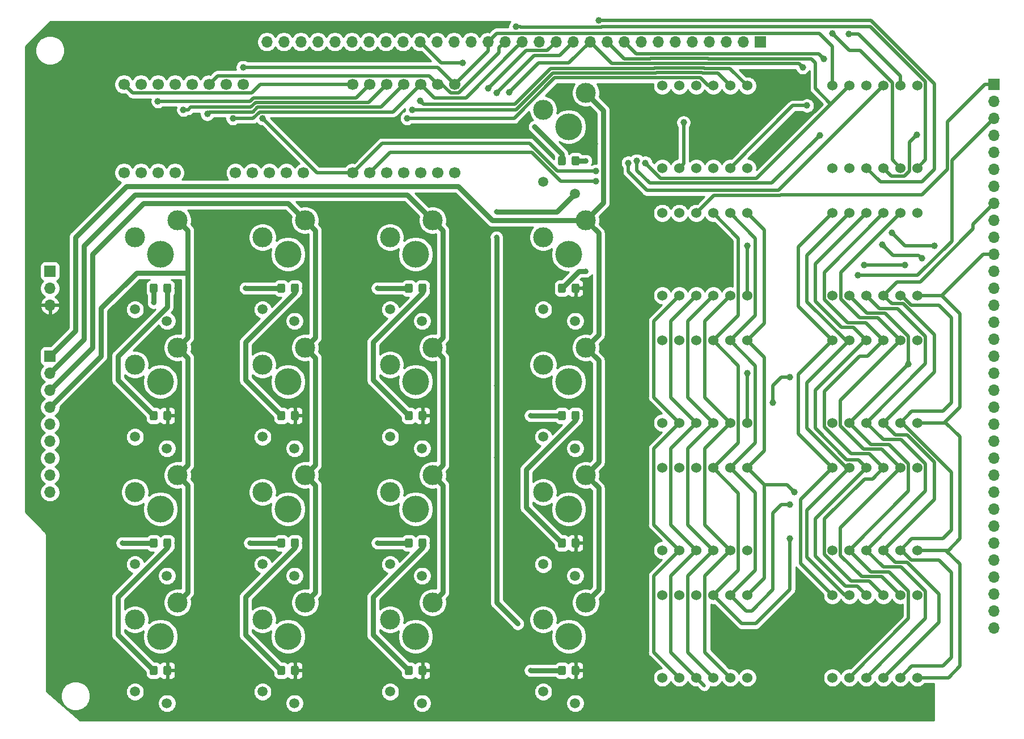
<source format=gbr>
%TF.GenerationSoftware,KiCad,Pcbnew,(5.1.9)-1*%
%TF.CreationDate,2021-06-11T12:31:16-04:00*%
%TF.ProjectId,UFC,5546432e-6b69-4636-9164-5f7063625858,rev?*%
%TF.SameCoordinates,Original*%
%TF.FileFunction,Copper,L1,Top*%
%TF.FilePolarity,Positive*%
%FSLAX46Y46*%
G04 Gerber Fmt 4.6, Leading zero omitted, Abs format (unit mm)*
G04 Created by KiCad (PCBNEW (5.1.9)-1) date 2021-06-11 12:31:16*
%MOMM*%
%LPD*%
G01*
G04 APERTURE LIST*
%TA.AperFunction,ComponentPad*%
%ADD10O,1.700000X1.700000*%
%TD*%
%TA.AperFunction,ComponentPad*%
%ADD11R,1.700000X1.700000*%
%TD*%
%TA.AperFunction,ComponentPad*%
%ADD12C,1.524000*%
%TD*%
%TA.AperFunction,ComponentPad*%
%ADD13C,1.700000*%
%TD*%
%TA.AperFunction,ComponentPad*%
%ADD14C,1.500000*%
%TD*%
%TA.AperFunction,ComponentPad*%
%ADD15C,4.000000*%
%TD*%
%TA.AperFunction,ComponentPad*%
%ADD16C,3.000000*%
%TD*%
%TA.AperFunction,ViaPad*%
%ADD17C,1.000000*%
%TD*%
%TA.AperFunction,ViaPad*%
%ADD18C,1.200000*%
%TD*%
%TA.AperFunction,ViaPad*%
%ADD19C,0.800000*%
%TD*%
%TA.AperFunction,Conductor*%
%ADD20C,0.762000*%
%TD*%
%TA.AperFunction,Conductor*%
%ADD21C,0.508000*%
%TD*%
%TA.AperFunction,Conductor*%
%ADD22C,0.254000*%
%TD*%
%TA.AperFunction,Conductor*%
%ADD23C,0.100000*%
%TD*%
G04 APERTURE END LIST*
D10*
%TO.P,J9,30*%
%TO.N,/COM0-1*%
X107315000Y-50800000D03*
%TO.P,J9,29*%
%TO.N,/COM1-1*%
X109855000Y-50800000D03*
%TO.P,J9,28*%
%TO.N,/COM2-1*%
X112395000Y-50800000D03*
%TO.P,J9,27*%
%TO.N,/COM3-1*%
X114935000Y-50800000D03*
%TO.P,J9,26*%
%TO.N,/COM4-1*%
X117475000Y-50800000D03*
%TO.P,J9,25*%
%TO.N,/COM5-1*%
X120015000Y-50800000D03*
%TO.P,J9,24*%
%TO.N,/COM6-1*%
X122555000Y-50800000D03*
%TO.P,J9,23*%
%TO.N,/COM7-1*%
X125095000Y-50800000D03*
%TO.P,J9,22*%
%TO.N,/COM8-1*%
X127635000Y-50800000D03*
%TO.P,J9,21*%
%TO.N,/A1*%
X130175000Y-50800000D03*
%TO.P,J9,20*%
%TO.N,/B1*%
X132715000Y-50800000D03*
%TO.P,J9,19*%
%TO.N,/C1*%
X135255000Y-50800000D03*
%TO.P,J9,18*%
%TO.N,/D1*%
X137795000Y-50800000D03*
%TO.P,J9,17*%
%TO.N,/G1*%
X140335000Y-50800000D03*
%TO.P,J9,16*%
%TO.N,/F1*%
X142875000Y-50800000D03*
%TO.P,J9,15*%
%TO.N,/E1*%
X145415000Y-50800000D03*
%TO.P,J9,14*%
%TO.N,/H1*%
X147955000Y-50800000D03*
%TO.P,J9,13*%
%TO.N,/J1*%
X150495000Y-50800000D03*
%TO.P,J9,12*%
%TO.N,/K1*%
X153035000Y-50800000D03*
%TO.P,J9,11*%
%TO.N,/L1*%
X155575000Y-50800000D03*
%TO.P,J9,10*%
%TO.N,/M1*%
X158115000Y-50800000D03*
%TO.P,J9,9*%
%TO.N,/N1*%
X160655000Y-50800000D03*
%TO.P,J9,8*%
%TO.N,/P1*%
X163195000Y-50800000D03*
%TO.P,J9,7*%
%TO.N,/Q1*%
X165735000Y-50800000D03*
%TO.P,J9,6*%
%TO.N,/DP1*%
X168275000Y-50800000D03*
%TO.P,J9,5*%
%TO.N,/DOT1*%
X170815000Y-50800000D03*
%TO.P,J9,4*%
%TO.N,/COM9-1*%
X173355000Y-50800000D03*
%TO.P,J9,3*%
%TO.N,/COM10-1*%
X175895000Y-50800000D03*
%TO.P,J9,2*%
%TO.N,/COM11-1*%
X178435000Y-50800000D03*
D11*
%TO.P,J9,1*%
%TO.N,/COM12-1*%
X180975000Y-50800000D03*
%TD*%
D12*
%TO.P,DS2,24*%
%TO.N,/F1*%
X204470000Y-69660000D03*
%TO.P,DS2,23*%
%TO.N,/DP1*%
X201930000Y-69660000D03*
%TO.P,DS2,22*%
%TO.N,/P1*%
X199390000Y-69660000D03*
%TO.P,DS2,21*%
%TO.N,/K1*%
X196850000Y-69660000D03*
%TO.P,DS2,20*%
%TO.N,/J1*%
X194310000Y-69660000D03*
%TO.P,DS2,19*%
%TO.N,/COM11-1*%
X191770000Y-69660000D03*
%TO.P,DS2,18*%
%TO.N,/COM10-1*%
X179070000Y-69660000D03*
%TO.P,DS2,17*%
%TO.N,/H1*%
X176530000Y-69660000D03*
%TO.P,DS2,16*%
%TO.N,/E1*%
X173990000Y-69660000D03*
%TO.P,DS2,15*%
%TO.N,/A1*%
X171450000Y-69660000D03*
%TO.P,DS2,14*%
%TO.N,/DOT1*%
X168910000Y-69660000D03*
%TO.P,DS2,13*%
X166370000Y-69660000D03*
%TO.P,DS2,12*%
%TO.N,/COM12-1*%
X204470000Y-57340000D03*
%TO.P,DS2,11*%
%TO.N,/Q1*%
X201930000Y-57340000D03*
%TO.P,DS2,10*%
%TO.N,/N1*%
X199390000Y-57340000D03*
%TO.P,DS2,9*%
%TO.N,/L1*%
X196850000Y-57340000D03*
%TO.P,DS2,8*%
%TO.N,/M1*%
X194310000Y-57340000D03*
%TO.P,DS2,7*%
%TO.N,/G1*%
X191770000Y-57340000D03*
%TO.P,DS2,6*%
%TO.N,/D1*%
X179070000Y-57340000D03*
%TO.P,DS2,5*%
%TO.N,/C1*%
X176530000Y-57340000D03*
%TO.P,DS2,4*%
%TO.N,/B1*%
X173990000Y-57340000D03*
%TO.P,DS2,3*%
%TO.N,/COM9-1*%
X171450000Y-57340000D03*
%TO.P,DS2,2*%
X168910000Y-57340000D03*
%TO.P,DS2,1*%
X166370000Y-57340000D03*
%TD*%
D10*
%TO.P,J7,33*%
%TO.N,/COM15-2*%
X215900000Y-138430000D03*
%TO.P,J7,32*%
%TO.N,/COM14-2*%
X215900000Y-135890000D03*
%TO.P,J7,31*%
%TO.N,/COM13-2*%
X215900000Y-133350000D03*
%TO.P,J7,30*%
%TO.N,/COM12-2*%
X215900000Y-130810000D03*
%TO.P,J7,29*%
%TO.N,/A2*%
X215900000Y-128270000D03*
%TO.P,J7,28*%
%TO.N,/B2*%
X215900000Y-125730000D03*
%TO.P,J7,27*%
%TO.N,/C2*%
X215900000Y-123190000D03*
%TO.P,J7,26*%
%TO.N,/D2*%
X215900000Y-120650000D03*
%TO.P,J7,25*%
%TO.N,/L2*%
X215900000Y-118110000D03*
%TO.P,J7,24*%
%TO.N,/COM11-2*%
X215900000Y-115570000D03*
%TO.P,J7,23*%
%TO.N,/COM10-2*%
X215900000Y-113030000D03*
%TO.P,J7,22*%
%TO.N,/COM9-2*%
X215900000Y-110490000D03*
%TO.P,J7,21*%
%TO.N,/COM8-2*%
X215900000Y-107950000D03*
%TO.P,J7,20*%
%TO.N,/E2*%
X215900000Y-105410000D03*
%TO.P,J7,19*%
%TO.N,/G2*%
X215900000Y-102870000D03*
%TO.P,J7,18*%
%TO.N,/Q2*%
X215900000Y-100330000D03*
%TO.P,J7,17*%
%TO.N,/J2*%
X215900000Y-97790000D03*
%TO.P,J7,16*%
%TO.N,/COM7-2*%
X215900000Y-95250000D03*
%TO.P,J7,15*%
%TO.N,/COM6-2*%
X215900000Y-92710000D03*
%TO.P,J7,14*%
%TO.N,/COM5-2*%
X215900000Y-90170000D03*
%TO.P,J7,13*%
%TO.N,/COM4-2*%
X215900000Y-87630000D03*
%TO.P,J7,12*%
%TO.N,/K2*%
X215900000Y-85090000D03*
%TO.P,J7,11*%
%TO.N,/F2*%
X215900000Y-82550000D03*
%TO.P,J7,10*%
%TO.N,/M2*%
X215900000Y-80010000D03*
%TO.P,J7,9*%
%TO.N,/N2*%
X215900000Y-77470000D03*
%TO.P,J7,8*%
%TO.N,/P2*%
X215900000Y-74930000D03*
%TO.P,J7,7*%
%TO.N,/H2*%
X215900000Y-72390000D03*
%TO.P,J7,6*%
%TO.N,/DP2*%
X215900000Y-69850000D03*
%TO.P,J7,5*%
%TO.N,/DOT2*%
X215900000Y-67310000D03*
%TO.P,J7,4*%
%TO.N,/COM3-2*%
X215900000Y-64770000D03*
%TO.P,J7,3*%
%TO.N,/COM2-2*%
X215900000Y-62230000D03*
%TO.P,J7,2*%
%TO.N,/COM1-2*%
X215900000Y-59690000D03*
D11*
%TO.P,J7,1*%
%TO.N,/COM0-2*%
X215900000Y-57150000D03*
%TD*%
D10*
%TO.P,J5,9*%
%TO.N,/ROW4*%
X74930000Y-118110000D03*
%TO.P,J5,8*%
%TO.N,/ROW3*%
X74930000Y-115570000D03*
%TO.P,J5,7*%
%TO.N,/ROW2*%
X74930000Y-113030000D03*
%TO.P,J5,6*%
%TO.N,/ROW1*%
X74930000Y-110490000D03*
%TO.P,J5,5*%
%TO.N,/ROW0*%
X74930000Y-107950000D03*
%TO.P,J5,4*%
%TO.N,/COL1*%
X74930000Y-105410000D03*
%TO.P,J5,3*%
%TO.N,/COL2*%
X74930000Y-102870000D03*
%TO.P,J5,2*%
%TO.N,/COL3*%
X74930000Y-100330000D03*
D11*
%TO.P,J5,1*%
%TO.N,/COL4*%
X74930000Y-97790000D03*
%TD*%
D10*
%TO.P,J3,3*%
%TO.N,/GND*%
X74930000Y-90170000D03*
%TO.P,J3,2*%
%TO.N,/LEDPWM*%
X74930000Y-87630000D03*
D11*
%TO.P,J3,1*%
%TO.N,/3.3V*%
X74930000Y-85090000D03*
%TD*%
D12*
%TO.P,DS5,24*%
%TO.N,/F2*%
X204470000Y-126810000D03*
%TO.P,DS5,23*%
%TO.N,/DP2*%
X201930000Y-126810000D03*
%TO.P,DS5,22*%
%TO.N,/P2*%
X199390000Y-126810000D03*
%TO.P,DS5,21*%
%TO.N,/K2*%
X196850000Y-126810000D03*
%TO.P,DS5,20*%
%TO.N,/J2*%
X194310000Y-126810000D03*
%TO.P,DS5,19*%
%TO.N,/COM10-2*%
X191770000Y-126810000D03*
%TO.P,DS5,18*%
%TO.N,/COM9-2*%
X179070000Y-126810000D03*
%TO.P,DS5,17*%
%TO.N,/H2*%
X176530000Y-126810000D03*
%TO.P,DS5,16*%
%TO.N,/E2*%
X173990000Y-126810000D03*
%TO.P,DS5,15*%
%TO.N,/A2*%
X171450000Y-126810000D03*
%TO.P,DS5,14*%
%TO.N,/DOT2*%
X168910000Y-126810000D03*
%TO.P,DS5,13*%
X166370000Y-126810000D03*
%TO.P,DS5,12*%
%TO.N,/COM11-2*%
X204470000Y-114490000D03*
%TO.P,DS5,11*%
%TO.N,/Q2*%
X201930000Y-114490000D03*
%TO.P,DS5,10*%
%TO.N,/N2*%
X199390000Y-114490000D03*
%TO.P,DS5,9*%
%TO.N,/L2*%
X196850000Y-114490000D03*
%TO.P,DS5,8*%
%TO.N,/M2*%
X194310000Y-114490000D03*
%TO.P,DS5,7*%
%TO.N,/G2*%
X191770000Y-114490000D03*
%TO.P,DS5,6*%
%TO.N,/D2*%
X179070000Y-114490000D03*
%TO.P,DS5,5*%
%TO.N,/C2*%
X176530000Y-114490000D03*
%TO.P,DS5,4*%
%TO.N,/B2*%
X173990000Y-114490000D03*
%TO.P,DS5,3*%
%TO.N,/COM8-2*%
X171450000Y-114490000D03*
%TO.P,DS5,2*%
X168910000Y-114490000D03*
%TO.P,DS5,1*%
X166370000Y-114490000D03*
%TD*%
%TO.P,DS4,24*%
%TO.N,/F2*%
X204470000Y-107760000D03*
%TO.P,DS4,23*%
%TO.N,/DP2*%
X201930000Y-107760000D03*
%TO.P,DS4,22*%
%TO.N,/P2*%
X199390000Y-107760000D03*
%TO.P,DS4,21*%
%TO.N,/K2*%
X196850000Y-107760000D03*
%TO.P,DS4,20*%
%TO.N,/J2*%
X194310000Y-107760000D03*
%TO.P,DS4,19*%
%TO.N,/COM6-2*%
X191770000Y-107760000D03*
%TO.P,DS4,18*%
%TO.N,/COM5-2*%
X179070000Y-107760000D03*
%TO.P,DS4,17*%
%TO.N,/H2*%
X176530000Y-107760000D03*
%TO.P,DS4,16*%
%TO.N,/E2*%
X173990000Y-107760000D03*
%TO.P,DS4,15*%
%TO.N,/A2*%
X171450000Y-107760000D03*
%TO.P,DS4,14*%
%TO.N,/DOT2*%
X168910000Y-107760000D03*
%TO.P,DS4,13*%
X166370000Y-107760000D03*
%TO.P,DS4,12*%
%TO.N,/COM7-2*%
X204470000Y-95440000D03*
%TO.P,DS4,11*%
%TO.N,/Q2*%
X201930000Y-95440000D03*
%TO.P,DS4,10*%
%TO.N,/N2*%
X199390000Y-95440000D03*
%TO.P,DS4,9*%
%TO.N,/L2*%
X196850000Y-95440000D03*
%TO.P,DS4,8*%
%TO.N,/M2*%
X194310000Y-95440000D03*
%TO.P,DS4,7*%
%TO.N,/G2*%
X191770000Y-95440000D03*
%TO.P,DS4,6*%
%TO.N,/D2*%
X179070000Y-95440000D03*
%TO.P,DS4,5*%
%TO.N,/C2*%
X176530000Y-95440000D03*
%TO.P,DS4,4*%
%TO.N,/B2*%
X173990000Y-95440000D03*
%TO.P,DS4,3*%
%TO.N,/COM4-2*%
X171450000Y-95440000D03*
%TO.P,DS4,2*%
X168910000Y-95440000D03*
%TO.P,DS4,1*%
X166370000Y-95440000D03*
%TD*%
%TO.P,DS3,24*%
%TO.N,/F2*%
X204470000Y-88710000D03*
%TO.P,DS3,23*%
%TO.N,/DP2*%
X201930000Y-88710000D03*
%TO.P,DS3,22*%
%TO.N,/P2*%
X199390000Y-88710000D03*
%TO.P,DS3,21*%
%TO.N,/K2*%
X196850000Y-88710000D03*
%TO.P,DS3,20*%
%TO.N,/J2*%
X194310000Y-88710000D03*
%TO.P,DS3,19*%
%TO.N,/COM2-2*%
X191770000Y-88710000D03*
%TO.P,DS3,18*%
%TO.N,/COM1-2*%
X179070000Y-88710000D03*
%TO.P,DS3,17*%
%TO.N,/H2*%
X176530000Y-88710000D03*
%TO.P,DS3,16*%
%TO.N,/E2*%
X173990000Y-88710000D03*
%TO.P,DS3,15*%
%TO.N,/A2*%
X171450000Y-88710000D03*
%TO.P,DS3,14*%
%TO.N,/DOT2*%
X168910000Y-88710000D03*
%TO.P,DS3,13*%
X166370000Y-88710000D03*
%TO.P,DS3,12*%
%TO.N,/COM3-2*%
X204470000Y-76390000D03*
%TO.P,DS3,11*%
%TO.N,/Q2*%
X201930000Y-76390000D03*
%TO.P,DS3,10*%
%TO.N,/N2*%
X199390000Y-76390000D03*
%TO.P,DS3,9*%
%TO.N,/L2*%
X196850000Y-76390000D03*
%TO.P,DS3,8*%
%TO.N,/M2*%
X194310000Y-76390000D03*
%TO.P,DS3,7*%
%TO.N,/G2*%
X191770000Y-76390000D03*
%TO.P,DS3,6*%
%TO.N,/D2*%
X179070000Y-76390000D03*
%TO.P,DS3,5*%
%TO.N,/C2*%
X176530000Y-76390000D03*
%TO.P,DS3,4*%
%TO.N,/B2*%
X173990000Y-76390000D03*
%TO.P,DS3,3*%
%TO.N,/COM0-2*%
X171450000Y-76390000D03*
%TO.P,DS3,2*%
X168910000Y-76390000D03*
%TO.P,DS3,1*%
X166370000Y-76390000D03*
%TD*%
D13*
%TO.P,DS1,31*%
%TO.N,/P1*%
X135380000Y-70362000D03*
%TO.P,DS1,30*%
%TO.N,/N1*%
X132840000Y-70362000D03*
%TO.P,DS1,29*%
%TO.N,/M1*%
X130300000Y-70362000D03*
%TO.P,DS1,28*%
%TO.N,/L1*%
X127760000Y-70362000D03*
%TO.P,DS1,27*%
%TO.N,/K1*%
X125220000Y-70362000D03*
%TO.P,DS1,26*%
%TO.N,/J1*%
X122680000Y-70362000D03*
%TO.P,DS1,25*%
%TO.N,/H1*%
X120140000Y-70362000D03*
%TO.P,DS1,24*%
%TO.N,/COM8-1*%
X112780000Y-70362000D03*
%TO.P,DS1,23*%
%TO.N,/COM7-1*%
X110240000Y-70362000D03*
%TO.P,DS1,22*%
%TO.N,/COM6-1*%
X107700000Y-70362000D03*
%TO.P,DS1,21*%
%TO.N,/COM5-1*%
X105160000Y-70362000D03*
%TO.P,DS1,20*%
%TO.N,/COM4-1*%
X102620000Y-70362000D03*
%TO.P,DS1,19*%
%TO.N,/COM3-1*%
X93600000Y-70362000D03*
%TO.P,DS1,18*%
%TO.N,/COM2-1*%
X91060000Y-70362000D03*
%TO.P,DS1,17*%
%TO.N,/COM1-1*%
X88520000Y-70362000D03*
%TO.P,DS1,16*%
%TO.N,/COM0-1*%
X85980000Y-70362000D03*
%TO.P,DS1,15*%
%TO.N,/G1*%
X135380000Y-57152000D03*
%TO.P,DS1,14*%
%TO.N,/F1*%
X132840000Y-57152000D03*
%TO.P,DS1,13*%
%TO.N,/E1*%
X130300000Y-57152000D03*
%TO.P,DS1,12*%
%TO.N,/D1*%
X127760000Y-57152000D03*
%TO.P,DS1,11*%
%TO.N,/C1*%
X125220000Y-57152000D03*
%TO.P,DS1,10*%
%TO.N,/B1*%
X122680000Y-57152000D03*
%TO.P,DS1,9*%
%TO.N,/A1*%
X120140000Y-57152000D03*
%TO.P,DS1,8*%
%TO.N,/H1*%
X103760000Y-57152000D03*
%TO.P,DS1,7*%
%TO.N,/G1*%
X101220000Y-57152000D03*
%TO.P,DS1,6*%
%TO.N,/F1*%
X98680000Y-57152000D03*
%TO.P,DS1,5*%
%TO.N,/E1*%
X96140000Y-57152000D03*
%TO.P,DS1,4*%
%TO.N,/D1*%
X93600000Y-57152000D03*
%TO.P,DS1,3*%
%TO.N,/C1*%
X91060000Y-57152000D03*
%TO.P,DS1,2*%
%TO.N,/B1*%
X88520000Y-57152000D03*
%TO.P,DS1,1*%
%TO.N,/A1*%
X85980000Y-57152000D03*
%TD*%
D12*
%TO.P,DS6,24*%
%TO.N,/F2*%
X204470000Y-145860000D03*
%TO.P,DS6,23*%
%TO.N,/DP2*%
X201930000Y-145860000D03*
%TO.P,DS6,22*%
%TO.N,/P2*%
X199390000Y-145860000D03*
%TO.P,DS6,21*%
%TO.N,/K2*%
X196850000Y-145860000D03*
%TO.P,DS6,20*%
%TO.N,/J2*%
X194310000Y-145860000D03*
%TO.P,DS6,19*%
%TO.N,/COM14-2*%
X191770000Y-145860000D03*
%TO.P,DS6,18*%
%TO.N,/COM13-2*%
X179070000Y-145860000D03*
%TO.P,DS6,17*%
%TO.N,/H2*%
X176530000Y-145860000D03*
%TO.P,DS6,16*%
%TO.N,/E2*%
X173990000Y-145860000D03*
%TO.P,DS6,15*%
%TO.N,/A2*%
X171450000Y-145860000D03*
%TO.P,DS6,14*%
%TO.N,/DOT2*%
X168910000Y-145860000D03*
%TO.P,DS6,13*%
X166370000Y-145860000D03*
%TO.P,DS6,12*%
%TO.N,/COM15-2*%
X204470000Y-133540000D03*
%TO.P,DS6,11*%
%TO.N,/Q2*%
X201930000Y-133540000D03*
%TO.P,DS6,10*%
%TO.N,/N2*%
X199390000Y-133540000D03*
%TO.P,DS6,9*%
%TO.N,/L2*%
X196850000Y-133540000D03*
%TO.P,DS6,8*%
%TO.N,/M2*%
X194310000Y-133540000D03*
%TO.P,DS6,7*%
%TO.N,/G2*%
X191770000Y-133540000D03*
%TO.P,DS6,6*%
%TO.N,/D2*%
X179070000Y-133540000D03*
%TO.P,DS6,5*%
%TO.N,/C2*%
X176530000Y-133540000D03*
%TO.P,DS6,4*%
%TO.N,/B2*%
X173990000Y-133540000D03*
%TO.P,DS6,3*%
%TO.N,/COM12-2*%
X171450000Y-133540000D03*
%TO.P,DS6,2*%
X168910000Y-133540000D03*
%TO.P,DS6,1*%
X166370000Y-133540000D03*
%TD*%
D14*
%TO.P,D17,2*%
%TO.N,Net-(D17-Pad2)*%
X148590000Y-147951040D03*
%TO.P,D17,1*%
%TO.N,/ROW4*%
X153363639Y-149688502D03*
%TD*%
%TO.P,D16,2*%
%TO.N,Net-(D16-Pad2)*%
X148590000Y-128901040D03*
%TO.P,D16,1*%
%TO.N,/ROW3*%
X153363639Y-130638502D03*
%TD*%
%TO.P,D15,2*%
%TO.N,Net-(D15-Pad2)*%
X148590000Y-109851040D03*
%TO.P,D15,1*%
%TO.N,/ROW2*%
X153363639Y-111588502D03*
%TD*%
%TO.P,D14,2*%
%TO.N,Net-(D14-Pad2)*%
X148590000Y-90801040D03*
%TO.P,D14,1*%
%TO.N,/ROW1*%
X153363639Y-92538502D03*
%TD*%
%TO.P,D13,2*%
%TO.N,Net-(D13-Pad2)*%
X148590000Y-71751040D03*
%TO.P,D13,1*%
%TO.N,/ROW0*%
X153363639Y-73488502D03*
%TD*%
%TO.P,D34,2*%
%TO.N,Net-(D34-Pad2)*%
%TA.AperFunction,SMDPad,CuDef*%
G36*
G01*
X151950000Y-144329999D02*
X151950000Y-145230001D01*
G75*
G02*
X151700001Y-145480000I-249999J0D01*
G01*
X151049999Y-145480000D01*
G75*
G02*
X150800000Y-145230001I0J249999D01*
G01*
X150800000Y-144329999D01*
G75*
G02*
X151049999Y-144080000I249999J0D01*
G01*
X151700001Y-144080000D01*
G75*
G02*
X151950000Y-144329999I0J-249999D01*
G01*
G37*
%TD.AperFunction*%
%TO.P,D34,1*%
%TO.N,/GND*%
%TA.AperFunction,SMDPad,CuDef*%
G36*
G01*
X154000000Y-144329999D02*
X154000000Y-145230001D01*
G75*
G02*
X153750001Y-145480000I-249999J0D01*
G01*
X153099999Y-145480000D01*
G75*
G02*
X152850000Y-145230001I0J249999D01*
G01*
X152850000Y-144329999D01*
G75*
G02*
X153099999Y-144080000I249999J0D01*
G01*
X153750001Y-144080000D01*
G75*
G02*
X154000000Y-144329999I0J-249999D01*
G01*
G37*
%TD.AperFunction*%
%TD*%
%TO.P,D33,2*%
%TO.N,Net-(D32-Pad1)*%
%TA.AperFunction,SMDPad,CuDef*%
G36*
G01*
X151950000Y-125279999D02*
X151950000Y-126180001D01*
G75*
G02*
X151700001Y-126430000I-249999J0D01*
G01*
X151049999Y-126430000D01*
G75*
G02*
X150800000Y-126180001I0J249999D01*
G01*
X150800000Y-125279999D01*
G75*
G02*
X151049999Y-125030000I249999J0D01*
G01*
X151700001Y-125030000D01*
G75*
G02*
X151950000Y-125279999I0J-249999D01*
G01*
G37*
%TD.AperFunction*%
%TO.P,D33,1*%
%TO.N,/GND*%
%TA.AperFunction,SMDPad,CuDef*%
G36*
G01*
X154000000Y-125279999D02*
X154000000Y-126180001D01*
G75*
G02*
X153750001Y-126430000I-249999J0D01*
G01*
X153099999Y-126430000D01*
G75*
G02*
X152850000Y-126180001I0J249999D01*
G01*
X152850000Y-125279999D01*
G75*
G02*
X153099999Y-125030000I249999J0D01*
G01*
X153750001Y-125030000D01*
G75*
G02*
X154000000Y-125279999I0J-249999D01*
G01*
G37*
%TD.AperFunction*%
%TD*%
%TO.P,D32,2*%
%TO.N,Net-(D32-Pad2)*%
%TA.AperFunction,SMDPad,CuDef*%
G36*
G01*
X151950000Y-106229999D02*
X151950000Y-107130001D01*
G75*
G02*
X151700001Y-107380000I-249999J0D01*
G01*
X151049999Y-107380000D01*
G75*
G02*
X150800000Y-107130001I0J249999D01*
G01*
X150800000Y-106229999D01*
G75*
G02*
X151049999Y-105980000I249999J0D01*
G01*
X151700001Y-105980000D01*
G75*
G02*
X151950000Y-106229999I0J-249999D01*
G01*
G37*
%TD.AperFunction*%
%TO.P,D32,1*%
%TO.N,Net-(D32-Pad1)*%
%TA.AperFunction,SMDPad,CuDef*%
G36*
G01*
X154000000Y-106229999D02*
X154000000Y-107130001D01*
G75*
G02*
X153750001Y-107380000I-249999J0D01*
G01*
X153099999Y-107380000D01*
G75*
G02*
X152850000Y-107130001I0J249999D01*
G01*
X152850000Y-106229999D01*
G75*
G02*
X153099999Y-105980000I249999J0D01*
G01*
X153750001Y-105980000D01*
G75*
G02*
X154000000Y-106229999I0J-249999D01*
G01*
G37*
%TD.AperFunction*%
%TD*%
%TO.P,D31,2*%
%TO.N,Net-(D30-Pad1)*%
%TA.AperFunction,SMDPad,CuDef*%
G36*
G01*
X151950000Y-87179999D02*
X151950000Y-88080001D01*
G75*
G02*
X151700001Y-88330000I-249999J0D01*
G01*
X151049999Y-88330000D01*
G75*
G02*
X150800000Y-88080001I0J249999D01*
G01*
X150800000Y-87179999D01*
G75*
G02*
X151049999Y-86930000I249999J0D01*
G01*
X151700001Y-86930000D01*
G75*
G02*
X151950000Y-87179999I0J-249999D01*
G01*
G37*
%TD.AperFunction*%
%TO.P,D31,1*%
%TO.N,/GND*%
%TA.AperFunction,SMDPad,CuDef*%
G36*
G01*
X154000000Y-87179999D02*
X154000000Y-88080001D01*
G75*
G02*
X153750001Y-88330000I-249999J0D01*
G01*
X153099999Y-88330000D01*
G75*
G02*
X152850000Y-88080001I0J249999D01*
G01*
X152850000Y-87179999D01*
G75*
G02*
X153099999Y-86930000I249999J0D01*
G01*
X153750001Y-86930000D01*
G75*
G02*
X154000000Y-87179999I0J-249999D01*
G01*
G37*
%TD.AperFunction*%
%TD*%
%TO.P,D30,2*%
%TO.N,Net-(D30-Pad2)*%
%TA.AperFunction,SMDPad,CuDef*%
G36*
G01*
X151950000Y-68129999D02*
X151950000Y-69030001D01*
G75*
G02*
X151700001Y-69280000I-249999J0D01*
G01*
X151049999Y-69280000D01*
G75*
G02*
X150800000Y-69030001I0J249999D01*
G01*
X150800000Y-68129999D01*
G75*
G02*
X151049999Y-67880000I249999J0D01*
G01*
X151700001Y-67880000D01*
G75*
G02*
X151950000Y-68129999I0J-249999D01*
G01*
G37*
%TD.AperFunction*%
%TO.P,D30,1*%
%TO.N,Net-(D30-Pad1)*%
%TA.AperFunction,SMDPad,CuDef*%
G36*
G01*
X154000000Y-68129999D02*
X154000000Y-69030001D01*
G75*
G02*
X153750001Y-69280000I-249999J0D01*
G01*
X153099999Y-69280000D01*
G75*
G02*
X152850000Y-69030001I0J249999D01*
G01*
X152850000Y-68129999D01*
G75*
G02*
X153099999Y-67880000I249999J0D01*
G01*
X153750001Y-67880000D01*
G75*
G02*
X154000000Y-68129999I0J-249999D01*
G01*
G37*
%TD.AperFunction*%
%TD*%
%TO.P,D29,2*%
%TO.N,Net-(D26-Pad1)*%
%TA.AperFunction,SMDPad,CuDef*%
G36*
G01*
X129090000Y-144329999D02*
X129090000Y-145230001D01*
G75*
G02*
X128840001Y-145480000I-249999J0D01*
G01*
X128189999Y-145480000D01*
G75*
G02*
X127940000Y-145230001I0J249999D01*
G01*
X127940000Y-144329999D01*
G75*
G02*
X128189999Y-144080000I249999J0D01*
G01*
X128840001Y-144080000D01*
G75*
G02*
X129090000Y-144329999I0J-249999D01*
G01*
G37*
%TD.AperFunction*%
%TO.P,D29,1*%
%TO.N,/GND*%
%TA.AperFunction,SMDPad,CuDef*%
G36*
G01*
X131140000Y-144329999D02*
X131140000Y-145230001D01*
G75*
G02*
X130890001Y-145480000I-249999J0D01*
G01*
X130239999Y-145480000D01*
G75*
G02*
X129990000Y-145230001I0J249999D01*
G01*
X129990000Y-144329999D01*
G75*
G02*
X130239999Y-144080000I249999J0D01*
G01*
X130890001Y-144080000D01*
G75*
G02*
X131140000Y-144329999I0J-249999D01*
G01*
G37*
%TD.AperFunction*%
%TD*%
%TO.P,D28,2*%
%TO.N,Net-(D25-Pad1)*%
%TA.AperFunction,SMDPad,CuDef*%
G36*
G01*
X110040000Y-144329999D02*
X110040000Y-145230001D01*
G75*
G02*
X109790001Y-145480000I-249999J0D01*
G01*
X109139999Y-145480000D01*
G75*
G02*
X108890000Y-145230001I0J249999D01*
G01*
X108890000Y-144329999D01*
G75*
G02*
X109139999Y-144080000I249999J0D01*
G01*
X109790001Y-144080000D01*
G75*
G02*
X110040000Y-144329999I0J-249999D01*
G01*
G37*
%TD.AperFunction*%
%TO.P,D28,1*%
%TO.N,/GND*%
%TA.AperFunction,SMDPad,CuDef*%
G36*
G01*
X112090000Y-144329999D02*
X112090000Y-145230001D01*
G75*
G02*
X111840001Y-145480000I-249999J0D01*
G01*
X111189999Y-145480000D01*
G75*
G02*
X110940000Y-145230001I0J249999D01*
G01*
X110940000Y-144329999D01*
G75*
G02*
X111189999Y-144080000I249999J0D01*
G01*
X111840001Y-144080000D01*
G75*
G02*
X112090000Y-144329999I0J-249999D01*
G01*
G37*
%TD.AperFunction*%
%TD*%
%TO.P,D27,2*%
%TO.N,Net-(D24-Pad1)*%
%TA.AperFunction,SMDPad,CuDef*%
G36*
G01*
X90990000Y-144329999D02*
X90990000Y-145230001D01*
G75*
G02*
X90740001Y-145480000I-249999J0D01*
G01*
X90089999Y-145480000D01*
G75*
G02*
X89840000Y-145230001I0J249999D01*
G01*
X89840000Y-144329999D01*
G75*
G02*
X90089999Y-144080000I249999J0D01*
G01*
X90740001Y-144080000D01*
G75*
G02*
X90990000Y-144329999I0J-249999D01*
G01*
G37*
%TD.AperFunction*%
%TO.P,D27,1*%
%TO.N,/GND*%
%TA.AperFunction,SMDPad,CuDef*%
G36*
G01*
X93040000Y-144329999D02*
X93040000Y-145230001D01*
G75*
G02*
X92790001Y-145480000I-249999J0D01*
G01*
X92139999Y-145480000D01*
G75*
G02*
X91890000Y-145230001I0J249999D01*
G01*
X91890000Y-144329999D01*
G75*
G02*
X92139999Y-144080000I249999J0D01*
G01*
X92790001Y-144080000D01*
G75*
G02*
X93040000Y-144329999I0J-249999D01*
G01*
G37*
%TD.AperFunction*%
%TD*%
%TO.P,D26,2*%
%TO.N,Net-(D26-Pad2)*%
%TA.AperFunction,SMDPad,CuDef*%
G36*
G01*
X129090000Y-125279999D02*
X129090000Y-126180001D01*
G75*
G02*
X128840001Y-126430000I-249999J0D01*
G01*
X128189999Y-126430000D01*
G75*
G02*
X127940000Y-126180001I0J249999D01*
G01*
X127940000Y-125279999D01*
G75*
G02*
X128189999Y-125030000I249999J0D01*
G01*
X128840001Y-125030000D01*
G75*
G02*
X129090000Y-125279999I0J-249999D01*
G01*
G37*
%TD.AperFunction*%
%TO.P,D26,1*%
%TO.N,Net-(D26-Pad1)*%
%TA.AperFunction,SMDPad,CuDef*%
G36*
G01*
X131140000Y-125279999D02*
X131140000Y-126180001D01*
G75*
G02*
X130890001Y-126430000I-249999J0D01*
G01*
X130239999Y-126430000D01*
G75*
G02*
X129990000Y-126180001I0J249999D01*
G01*
X129990000Y-125279999D01*
G75*
G02*
X130239999Y-125030000I249999J0D01*
G01*
X130890001Y-125030000D01*
G75*
G02*
X131140000Y-125279999I0J-249999D01*
G01*
G37*
%TD.AperFunction*%
%TD*%
%TO.P,D25,2*%
%TO.N,Net-(D25-Pad2)*%
%TA.AperFunction,SMDPad,CuDef*%
G36*
G01*
X110040000Y-125279999D02*
X110040000Y-126180001D01*
G75*
G02*
X109790001Y-126430000I-249999J0D01*
G01*
X109139999Y-126430000D01*
G75*
G02*
X108890000Y-126180001I0J249999D01*
G01*
X108890000Y-125279999D01*
G75*
G02*
X109139999Y-125030000I249999J0D01*
G01*
X109790001Y-125030000D01*
G75*
G02*
X110040000Y-125279999I0J-249999D01*
G01*
G37*
%TD.AperFunction*%
%TO.P,D25,1*%
%TO.N,Net-(D25-Pad1)*%
%TA.AperFunction,SMDPad,CuDef*%
G36*
G01*
X112090000Y-125279999D02*
X112090000Y-126180001D01*
G75*
G02*
X111840001Y-126430000I-249999J0D01*
G01*
X111189999Y-126430000D01*
G75*
G02*
X110940000Y-126180001I0J249999D01*
G01*
X110940000Y-125279999D01*
G75*
G02*
X111189999Y-125030000I249999J0D01*
G01*
X111840001Y-125030000D01*
G75*
G02*
X112090000Y-125279999I0J-249999D01*
G01*
G37*
%TD.AperFunction*%
%TD*%
%TO.P,D24,2*%
%TO.N,Net-(D24-Pad2)*%
%TA.AperFunction,SMDPad,CuDef*%
G36*
G01*
X90990000Y-125279999D02*
X90990000Y-126180001D01*
G75*
G02*
X90740001Y-126430000I-249999J0D01*
G01*
X90089999Y-126430000D01*
G75*
G02*
X89840000Y-126180001I0J249999D01*
G01*
X89840000Y-125279999D01*
G75*
G02*
X90089999Y-125030000I249999J0D01*
G01*
X90740001Y-125030000D01*
G75*
G02*
X90990000Y-125279999I0J-249999D01*
G01*
G37*
%TD.AperFunction*%
%TO.P,D24,1*%
%TO.N,Net-(D24-Pad1)*%
%TA.AperFunction,SMDPad,CuDef*%
G36*
G01*
X93040000Y-125279999D02*
X93040000Y-126180001D01*
G75*
G02*
X92790001Y-126430000I-249999J0D01*
G01*
X92139999Y-126430000D01*
G75*
G02*
X91890000Y-126180001I0J249999D01*
G01*
X91890000Y-125279999D01*
G75*
G02*
X92139999Y-125030000I249999J0D01*
G01*
X92790001Y-125030000D01*
G75*
G02*
X93040000Y-125279999I0J-249999D01*
G01*
G37*
%TD.AperFunction*%
%TD*%
%TO.P,D23,2*%
%TO.N,Net-(D20-Pad1)*%
%TA.AperFunction,SMDPad,CuDef*%
G36*
G01*
X129090000Y-106229999D02*
X129090000Y-107130001D01*
G75*
G02*
X128840001Y-107380000I-249999J0D01*
G01*
X128189999Y-107380000D01*
G75*
G02*
X127940000Y-107130001I0J249999D01*
G01*
X127940000Y-106229999D01*
G75*
G02*
X128189999Y-105980000I249999J0D01*
G01*
X128840001Y-105980000D01*
G75*
G02*
X129090000Y-106229999I0J-249999D01*
G01*
G37*
%TD.AperFunction*%
%TO.P,D23,1*%
%TO.N,/GND*%
%TA.AperFunction,SMDPad,CuDef*%
G36*
G01*
X131140000Y-106229999D02*
X131140000Y-107130001D01*
G75*
G02*
X130890001Y-107380000I-249999J0D01*
G01*
X130239999Y-107380000D01*
G75*
G02*
X129990000Y-107130001I0J249999D01*
G01*
X129990000Y-106229999D01*
G75*
G02*
X130239999Y-105980000I249999J0D01*
G01*
X130890001Y-105980000D01*
G75*
G02*
X131140000Y-106229999I0J-249999D01*
G01*
G37*
%TD.AperFunction*%
%TD*%
%TO.P,D22,2*%
%TO.N,Net-(D19-Pad1)*%
%TA.AperFunction,SMDPad,CuDef*%
G36*
G01*
X110040000Y-106229999D02*
X110040000Y-107130001D01*
G75*
G02*
X109790001Y-107380000I-249999J0D01*
G01*
X109139999Y-107380000D01*
G75*
G02*
X108890000Y-107130001I0J249999D01*
G01*
X108890000Y-106229999D01*
G75*
G02*
X109139999Y-105980000I249999J0D01*
G01*
X109790001Y-105980000D01*
G75*
G02*
X110040000Y-106229999I0J-249999D01*
G01*
G37*
%TD.AperFunction*%
%TO.P,D22,1*%
%TO.N,/GND*%
%TA.AperFunction,SMDPad,CuDef*%
G36*
G01*
X112090000Y-106229999D02*
X112090000Y-107130001D01*
G75*
G02*
X111840001Y-107380000I-249999J0D01*
G01*
X111189999Y-107380000D01*
G75*
G02*
X110940000Y-107130001I0J249999D01*
G01*
X110940000Y-106229999D01*
G75*
G02*
X111189999Y-105980000I249999J0D01*
G01*
X111840001Y-105980000D01*
G75*
G02*
X112090000Y-106229999I0J-249999D01*
G01*
G37*
%TD.AperFunction*%
%TD*%
%TO.P,D21,2*%
%TO.N,Net-(D18-Pad1)*%
%TA.AperFunction,SMDPad,CuDef*%
G36*
G01*
X90990000Y-106229999D02*
X90990000Y-107130001D01*
G75*
G02*
X90740001Y-107380000I-249999J0D01*
G01*
X90089999Y-107380000D01*
G75*
G02*
X89840000Y-107130001I0J249999D01*
G01*
X89840000Y-106229999D01*
G75*
G02*
X90089999Y-105980000I249999J0D01*
G01*
X90740001Y-105980000D01*
G75*
G02*
X90990000Y-106229999I0J-249999D01*
G01*
G37*
%TD.AperFunction*%
%TO.P,D21,1*%
%TO.N,/GND*%
%TA.AperFunction,SMDPad,CuDef*%
G36*
G01*
X93040000Y-106229999D02*
X93040000Y-107130001D01*
G75*
G02*
X92790001Y-107380000I-249999J0D01*
G01*
X92139999Y-107380000D01*
G75*
G02*
X91890000Y-107130001I0J249999D01*
G01*
X91890000Y-106229999D01*
G75*
G02*
X92139999Y-105980000I249999J0D01*
G01*
X92790001Y-105980000D01*
G75*
G02*
X93040000Y-106229999I0J-249999D01*
G01*
G37*
%TD.AperFunction*%
%TD*%
%TO.P,D20,2*%
%TO.N,Net-(D20-Pad2)*%
%TA.AperFunction,SMDPad,CuDef*%
G36*
G01*
X129090000Y-87179999D02*
X129090000Y-88080001D01*
G75*
G02*
X128840001Y-88330000I-249999J0D01*
G01*
X128189999Y-88330000D01*
G75*
G02*
X127940000Y-88080001I0J249999D01*
G01*
X127940000Y-87179999D01*
G75*
G02*
X128189999Y-86930000I249999J0D01*
G01*
X128840001Y-86930000D01*
G75*
G02*
X129090000Y-87179999I0J-249999D01*
G01*
G37*
%TD.AperFunction*%
%TO.P,D20,1*%
%TO.N,Net-(D20-Pad1)*%
%TA.AperFunction,SMDPad,CuDef*%
G36*
G01*
X131140000Y-87179999D02*
X131140000Y-88080001D01*
G75*
G02*
X130890001Y-88330000I-249999J0D01*
G01*
X130239999Y-88330000D01*
G75*
G02*
X129990000Y-88080001I0J249999D01*
G01*
X129990000Y-87179999D01*
G75*
G02*
X130239999Y-86930000I249999J0D01*
G01*
X130890001Y-86930000D01*
G75*
G02*
X131140000Y-87179999I0J-249999D01*
G01*
G37*
%TD.AperFunction*%
%TD*%
%TO.P,D19,2*%
%TO.N,Net-(D19-Pad2)*%
%TA.AperFunction,SMDPad,CuDef*%
G36*
G01*
X110040000Y-87179999D02*
X110040000Y-88080001D01*
G75*
G02*
X109790001Y-88330000I-249999J0D01*
G01*
X109139999Y-88330000D01*
G75*
G02*
X108890000Y-88080001I0J249999D01*
G01*
X108890000Y-87179999D01*
G75*
G02*
X109139999Y-86930000I249999J0D01*
G01*
X109790001Y-86930000D01*
G75*
G02*
X110040000Y-87179999I0J-249999D01*
G01*
G37*
%TD.AperFunction*%
%TO.P,D19,1*%
%TO.N,Net-(D19-Pad1)*%
%TA.AperFunction,SMDPad,CuDef*%
G36*
G01*
X112090000Y-87179999D02*
X112090000Y-88080001D01*
G75*
G02*
X111840001Y-88330000I-249999J0D01*
G01*
X111189999Y-88330000D01*
G75*
G02*
X110940000Y-88080001I0J249999D01*
G01*
X110940000Y-87179999D01*
G75*
G02*
X111189999Y-86930000I249999J0D01*
G01*
X111840001Y-86930000D01*
G75*
G02*
X112090000Y-87179999I0J-249999D01*
G01*
G37*
%TD.AperFunction*%
%TD*%
%TO.P,D18,2*%
%TO.N,Net-(D18-Pad2)*%
%TA.AperFunction,SMDPad,CuDef*%
G36*
G01*
X90990000Y-87179999D02*
X90990000Y-88080001D01*
G75*
G02*
X90740001Y-88330000I-249999J0D01*
G01*
X90089999Y-88330000D01*
G75*
G02*
X89840000Y-88080001I0J249999D01*
G01*
X89840000Y-87179999D01*
G75*
G02*
X90089999Y-86930000I249999J0D01*
G01*
X90740001Y-86930000D01*
G75*
G02*
X90990000Y-87179999I0J-249999D01*
G01*
G37*
%TD.AperFunction*%
%TO.P,D18,1*%
%TO.N,Net-(D18-Pad1)*%
%TA.AperFunction,SMDPad,CuDef*%
G36*
G01*
X93040000Y-87179999D02*
X93040000Y-88080001D01*
G75*
G02*
X92790001Y-88330000I-249999J0D01*
G01*
X92139999Y-88330000D01*
G75*
G02*
X91890000Y-88080001I0J249999D01*
G01*
X91890000Y-87179999D01*
G75*
G02*
X92139999Y-86930000I249999J0D01*
G01*
X92790001Y-86930000D01*
G75*
G02*
X93040000Y-87179999I0J-249999D01*
G01*
G37*
%TD.AperFunction*%
%TD*%
%TO.P,D1,2*%
%TO.N,Net-(D1-Pad2)*%
X87630000Y-90801040D03*
%TO.P,D1,1*%
%TO.N,/ROW1*%
X92403639Y-92538502D03*
%TD*%
%TO.P,D2,2*%
%TO.N,Net-(D2-Pad2)*%
X106680000Y-90801040D03*
%TO.P,D2,1*%
%TO.N,/ROW1*%
X111453639Y-92538502D03*
%TD*%
%TO.P,D3,2*%
%TO.N,Net-(D3-Pad2)*%
X125730000Y-90801040D03*
%TO.P,D3,1*%
%TO.N,/ROW1*%
X130503639Y-92538502D03*
%TD*%
%TO.P,D4,2*%
%TO.N,Net-(D4-Pad2)*%
X87630000Y-109851040D03*
%TO.P,D4,1*%
%TO.N,/ROW2*%
X92403639Y-111588502D03*
%TD*%
%TO.P,D5,2*%
%TO.N,Net-(D5-Pad2)*%
X106680000Y-109851040D03*
%TO.P,D5,1*%
%TO.N,/ROW2*%
X111453639Y-111588502D03*
%TD*%
%TO.P,D6,2*%
%TO.N,Net-(D6-Pad2)*%
X125730000Y-109851040D03*
%TO.P,D6,1*%
%TO.N,/ROW2*%
X130503639Y-111588502D03*
%TD*%
%TO.P,D7,2*%
%TO.N,Net-(D7-Pad2)*%
X87630000Y-128901040D03*
%TO.P,D7,1*%
%TO.N,/ROW3*%
X92403639Y-130638502D03*
%TD*%
%TO.P,D8,2*%
%TO.N,Net-(D8-Pad2)*%
X106680000Y-128901040D03*
%TO.P,D8,1*%
%TO.N,/ROW3*%
X111453639Y-130638502D03*
%TD*%
%TO.P,D9,2*%
%TO.N,Net-(D9-Pad2)*%
X125730000Y-128901040D03*
%TO.P,D9,1*%
%TO.N,/ROW3*%
X130503639Y-130638502D03*
%TD*%
%TO.P,D10,2*%
%TO.N,Net-(D10-Pad2)*%
X87630000Y-147951040D03*
%TO.P,D10,1*%
%TO.N,/ROW4*%
X92403639Y-149688502D03*
%TD*%
%TO.P,D11,2*%
%TO.N,Net-(D11-Pad2)*%
X106680000Y-147951040D03*
%TO.P,D11,1*%
%TO.N,/ROW4*%
X111453639Y-149688502D03*
%TD*%
%TO.P,D12,2*%
%TO.N,Net-(D12-Pad2)*%
X125730000Y-147951040D03*
%TO.P,D12,1*%
%TO.N,/ROW4*%
X130503639Y-149688502D03*
%TD*%
D15*
%TO.P,SW1,3*%
%TO.N,N/C*%
X91440000Y-82550000D03*
D16*
%TO.P,SW1,1*%
%TO.N,Net-(D1-Pad2)*%
X87630000Y-80010000D03*
%TO.P,SW1,2*%
%TO.N,/COL1*%
X93980000Y-77470000D03*
%TD*%
D15*
%TO.P,SW2,3*%
%TO.N,N/C*%
X110490000Y-82550000D03*
D16*
%TO.P,SW2,1*%
%TO.N,Net-(D2-Pad2)*%
X106680000Y-80010000D03*
%TO.P,SW2,2*%
%TO.N,/COL2*%
X113030000Y-77470000D03*
%TD*%
D15*
%TO.P,SW3,3*%
%TO.N,N/C*%
X129540000Y-82550000D03*
D16*
%TO.P,SW3,1*%
%TO.N,Net-(D3-Pad2)*%
X125730000Y-80010000D03*
%TO.P,SW3,2*%
%TO.N,/COL3*%
X132080000Y-77470000D03*
%TD*%
D15*
%TO.P,SW4,3*%
%TO.N,N/C*%
X91440000Y-101600000D03*
D16*
%TO.P,SW4,1*%
%TO.N,Net-(D4-Pad2)*%
X87630000Y-99060000D03*
%TO.P,SW4,2*%
%TO.N,/COL1*%
X93980000Y-96520000D03*
%TD*%
D15*
%TO.P,SW5,3*%
%TO.N,N/C*%
X110490000Y-101600000D03*
D16*
%TO.P,SW5,1*%
%TO.N,Net-(D5-Pad2)*%
X106680000Y-99060000D03*
%TO.P,SW5,2*%
%TO.N,/COL2*%
X113030000Y-96520000D03*
%TD*%
D15*
%TO.P,SW6,3*%
%TO.N,N/C*%
X129540000Y-101600000D03*
D16*
%TO.P,SW6,1*%
%TO.N,Net-(D6-Pad2)*%
X125730000Y-99060000D03*
%TO.P,SW6,2*%
%TO.N,/COL3*%
X132080000Y-96520000D03*
%TD*%
D15*
%TO.P,SW7,3*%
%TO.N,N/C*%
X91440000Y-120650000D03*
D16*
%TO.P,SW7,1*%
%TO.N,Net-(D7-Pad2)*%
X87630000Y-118110000D03*
%TO.P,SW7,2*%
%TO.N,/COL1*%
X93980000Y-115570000D03*
%TD*%
D15*
%TO.P,SW8,3*%
%TO.N,N/C*%
X110490000Y-120650000D03*
D16*
%TO.P,SW8,1*%
%TO.N,Net-(D8-Pad2)*%
X106680000Y-118110000D03*
%TO.P,SW8,2*%
%TO.N,/COL2*%
X113030000Y-115570000D03*
%TD*%
D15*
%TO.P,SW9,3*%
%TO.N,N/C*%
X129540000Y-120650000D03*
D16*
%TO.P,SW9,1*%
%TO.N,Net-(D9-Pad2)*%
X125730000Y-118110000D03*
%TO.P,SW9,2*%
%TO.N,/COL3*%
X132080000Y-115570000D03*
%TD*%
D15*
%TO.P,SW10,3*%
%TO.N,N/C*%
X91440000Y-139700000D03*
D16*
%TO.P,SW10,1*%
%TO.N,Net-(D10-Pad2)*%
X87630000Y-137160000D03*
%TO.P,SW10,2*%
%TO.N,/COL1*%
X93980000Y-134620000D03*
%TD*%
D15*
%TO.P,SW11,3*%
%TO.N,N/C*%
X110490000Y-139700000D03*
D16*
%TO.P,SW11,1*%
%TO.N,Net-(D11-Pad2)*%
X106680000Y-137160000D03*
%TO.P,SW11,2*%
%TO.N,/COL2*%
X113030000Y-134620000D03*
%TD*%
D15*
%TO.P,SW12,3*%
%TO.N,N/C*%
X129540000Y-139700000D03*
D16*
%TO.P,SW12,1*%
%TO.N,Net-(D12-Pad2)*%
X125730000Y-137160000D03*
%TO.P,SW12,2*%
%TO.N,/COL3*%
X132080000Y-134620000D03*
%TD*%
D15*
%TO.P,SW13,3*%
%TO.N,N/C*%
X152400000Y-63500000D03*
D16*
%TO.P,SW13,1*%
%TO.N,Net-(D13-Pad2)*%
X148590000Y-60960000D03*
%TO.P,SW13,2*%
%TO.N,/COL4*%
X154940000Y-58420000D03*
%TD*%
D15*
%TO.P,SW14,3*%
%TO.N,N/C*%
X152400000Y-82550000D03*
D16*
%TO.P,SW14,1*%
%TO.N,Net-(D14-Pad2)*%
X148590000Y-80010000D03*
%TO.P,SW14,2*%
%TO.N,/COL4*%
X154940000Y-77470000D03*
%TD*%
D15*
%TO.P,SW15,3*%
%TO.N,N/C*%
X152400000Y-101600000D03*
D16*
%TO.P,SW15,1*%
%TO.N,Net-(D15-Pad2)*%
X148590000Y-99060000D03*
%TO.P,SW15,2*%
%TO.N,/COL4*%
X154940000Y-96520000D03*
%TD*%
D15*
%TO.P,SW16,3*%
%TO.N,N/C*%
X152400000Y-120650000D03*
D16*
%TO.P,SW16,1*%
%TO.N,Net-(D16-Pad2)*%
X148590000Y-118110000D03*
%TO.P,SW16,2*%
%TO.N,/COL4*%
X154940000Y-115570000D03*
%TD*%
D15*
%TO.P,SW17,3*%
%TO.N,N/C*%
X152400000Y-139700000D03*
D16*
%TO.P,SW17,1*%
%TO.N,Net-(D17-Pad2)*%
X148590000Y-137160000D03*
%TO.P,SW17,2*%
%TO.N,/COL4*%
X154940000Y-134620000D03*
%TD*%
D17*
%TO.N,/GND*%
X113030000Y-144780000D03*
X93980000Y-144780000D03*
X132080000Y-144780000D03*
X154940000Y-144780000D03*
X154940000Y-125730000D03*
X132080000Y-125730000D03*
X113030000Y-125730000D03*
X93980000Y-125730000D03*
X93980000Y-106680000D03*
X93980000Y-87630000D03*
X113030000Y-106680000D03*
X113030000Y-87630000D03*
X132080000Y-87630000D03*
X132080000Y-106680000D03*
X154940000Y-106680000D03*
D18*
X154940000Y-87630000D03*
D19*
X121920000Y-65024000D03*
X175260000Y-62992000D03*
D18*
X159512000Y-69088000D03*
X159512000Y-86868000D03*
X156210000Y-66040000D03*
D19*
%TO.N,/LEDPWM*%
X141646001Y-112988999D03*
X144780000Y-137795000D03*
X141646001Y-102234984D03*
X141605000Y-80010000D03*
%TO.N,/ROW0*%
X141605000Y-76200000D03*
D17*
%TO.N,/N2*%
X207010000Y-81280000D03*
X200660000Y-79375000D03*
%TO.N,/M2*%
X205105000Y-83185000D03*
X199260610Y-81150610D03*
%TO.N,/J2*%
X203105000Y-98965000D03*
%TO.N,/H1*%
X106680000Y-62230000D03*
X187960000Y-60325000D03*
X156464000Y-70104000D03*
%TO.N,/G1*%
X103762000Y-54610000D03*
%TO.N,/F1*%
X144498002Y-48541998D03*
%TO.N,/E1*%
X102235000Y-62230000D03*
%TO.N,/D1*%
X98425000Y-61595000D03*
X130236500Y-59628500D03*
%TO.N,/C1*%
X94868000Y-60960000D03*
X129028000Y-60960000D03*
%TO.N,/B1*%
X91058000Y-59690000D03*
X128270000Y-62230000D03*
%TO.N,/A1*%
X136525000Y-53975000D03*
%TO.N,/DP1*%
X191735999Y-49495999D03*
%TO.N,/P1*%
X162560000Y-68580000D03*
X189865000Y-64770000D03*
X204375000Y-64675000D03*
%TO.N,/K1*%
X141605000Y-58420000D03*
X156845000Y-47625000D03*
%TO.N,/J1*%
X140335000Y-57785000D03*
X156464000Y-71628000D03*
%TO.N,/DOT1*%
X169545000Y-62865000D03*
%TO.N,/Q1*%
X194215000Y-49625000D03*
%TO.N,/N1*%
X190500000Y-53340000D03*
X161290000Y-68895990D03*
%TO.N,/L1*%
X143510000Y-58380413D03*
X187324999Y-54610000D03*
%TO.N,/M1*%
X163830000Y-68895990D03*
%TO.N,/COM2-2*%
X195580000Y-85725000D03*
%TO.N,/COM1-2*%
X179070000Y-81280000D03*
%TO.N,/H2*%
X202565000Y-84125118D03*
X196520118Y-84125118D03*
%TO.N,/E2*%
X185420000Y-100965000D03*
X182880000Y-104775000D03*
%TO.N,/D2*%
X186055000Y-118110000D03*
%TO.N,/C2*%
X185420000Y-120015000D03*
%TO.N,/B2*%
X185420000Y-125094994D03*
%TO.N,/COM5-2*%
X179070000Y-100330000D03*
D19*
%TO.N,Net-(D18-Pad2)*%
X90415000Y-89780000D03*
%TO.N,Net-(D19-Pad2)*%
X104140000Y-87630000D03*
%TO.N,Net-(D20-Pad2)*%
X123825000Y-87630000D03*
%TO.N,Net-(D24-Pad2)*%
X85725000Y-125730000D03*
%TO.N,Net-(D25-Pad2)*%
X104775000Y-125730000D03*
%TO.N,Net-(D26-Pad2)*%
X123825000Y-125730000D03*
%TO.N,Net-(D30-Pad2)*%
X147320000Y-63500000D03*
%TO.N,Net-(D30-Pad1)*%
X154940000Y-68580000D03*
X154940000Y-85090000D03*
%TO.N,Net-(D32-Pad2)*%
X146685000Y-106680000D03*
%TO.N,Net-(D34-Pad2)*%
X146685000Y-144780000D03*
%TD*%
D20*
%TO.N,/GND*%
X159512000Y-86868000D02*
X159512000Y-86868000D01*
%TO.N,/COL1*%
X95479999Y-95020001D02*
X93980000Y-96520000D01*
X93980000Y-77470000D02*
X95479999Y-78969999D01*
X95479999Y-114070001D02*
X93980000Y-115570000D01*
X95479999Y-98019999D02*
X95479999Y-114070001D01*
X93980000Y-96520000D02*
X95479999Y-98019999D01*
X95479999Y-133120001D02*
X93980000Y-134620000D01*
X95479999Y-117069999D02*
X95479999Y-133120001D01*
X93980000Y-115570000D02*
X95479999Y-117069999D01*
X95479999Y-85319999D02*
X95479999Y-95020001D01*
X95479999Y-78969999D02*
X95479999Y-85319999D01*
X87853119Y-85319999D02*
X95479999Y-85319999D01*
X82550000Y-90623118D02*
X87853119Y-85319999D01*
X82550000Y-97790000D02*
X82550000Y-90623118D01*
X74930000Y-105410000D02*
X82550000Y-97790000D01*
%TO.N,/COL2*%
X114529999Y-95020001D02*
X113030000Y-96520000D01*
X114529999Y-78969999D02*
X114529999Y-95020001D01*
X113030000Y-77470000D02*
X114529999Y-78969999D01*
X114529999Y-98019999D02*
X114529999Y-114070001D01*
X114529999Y-114070001D02*
X113030000Y-115570000D01*
X113030000Y-96520000D02*
X114529999Y-98019999D01*
X114529999Y-133120001D02*
X113030000Y-134620000D01*
X114529999Y-117069999D02*
X114529999Y-133120001D01*
X113030000Y-115570000D02*
X114529999Y-117069999D01*
X110490000Y-74930000D02*
X113030000Y-77470000D01*
X88900000Y-74930000D02*
X110490000Y-74930000D01*
X81280000Y-82550000D02*
X88900000Y-74930000D01*
X81280000Y-96520000D02*
X81280000Y-82550000D01*
X74930000Y-102870000D02*
X81280000Y-96520000D01*
%TO.N,/COL3*%
X133579999Y-95020001D02*
X132080000Y-96520000D01*
X133579999Y-78969999D02*
X133579999Y-95020001D01*
X132080000Y-77470000D02*
X133579999Y-78969999D01*
X133579999Y-114070001D02*
X132080000Y-115570000D01*
X133579999Y-98019999D02*
X133579999Y-114070001D01*
X132080000Y-96520000D02*
X133579999Y-98019999D01*
X133579999Y-133120001D02*
X132080000Y-134620000D01*
X133579999Y-117069999D02*
X133579999Y-133120001D01*
X132080000Y-115570000D02*
X133579999Y-117069999D01*
X87630000Y-73660000D02*
X128270000Y-73660000D01*
X80010000Y-81280000D02*
X87630000Y-73660000D01*
X80010000Y-95250000D02*
X80010000Y-81280000D01*
X128270000Y-73660000D02*
X132080000Y-77470000D01*
X74930000Y-100330000D02*
X80010000Y-95250000D01*
%TO.N,/LEDPWM*%
X141646001Y-112988999D02*
X141646001Y-112988999D01*
X141646001Y-112988999D02*
X141646001Y-134661001D01*
X141646001Y-134661001D02*
X144780000Y-137795000D01*
X144780000Y-137795000D02*
X144780000Y-137795000D01*
X141646001Y-112988999D02*
X141646001Y-102234984D01*
X141646001Y-80051001D02*
X141605000Y-80010000D01*
X141646001Y-102234984D02*
X141646001Y-80051001D01*
%TO.N,/ROW0*%
X153363639Y-73488502D02*
X150652141Y-76200000D01*
X150652141Y-76200000D02*
X141605000Y-76200000D01*
X141605000Y-76200000D02*
X141605000Y-76200000D01*
%TO.N,/COL4*%
X156845000Y-98425000D02*
X154940000Y-96520000D01*
X156845000Y-113665000D02*
X156845000Y-98425000D01*
X154940000Y-115570000D02*
X156845000Y-113665000D01*
X156845000Y-117475000D02*
X154940000Y-115570000D01*
X156845000Y-132715000D02*
X156845000Y-117475000D01*
X154940000Y-134620000D02*
X156845000Y-132715000D01*
X154940000Y-96520000D02*
X156845000Y-94615000D01*
X156845000Y-79375000D02*
X154940000Y-77470000D01*
X156845000Y-94615000D02*
X156845000Y-79375000D01*
X156439999Y-59919999D02*
X154940000Y-58420000D01*
X157545002Y-61025002D02*
X156439999Y-59919999D01*
X154940000Y-77470000D02*
X157545002Y-74864998D01*
X157545002Y-74864998D02*
X157545002Y-61025002D01*
X140970000Y-77470000D02*
X154940000Y-77470000D01*
X86360000Y-72390000D02*
X135890000Y-72390000D01*
X135890000Y-72390000D02*
X140970000Y-77470000D01*
X78740000Y-93980000D02*
X78740000Y-80010000D01*
X78740000Y-80010000D02*
X86360000Y-72390000D01*
X74930000Y-97790000D02*
X78740000Y-93980000D01*
D21*
%TO.N,/P2*%
X199580000Y-107760000D02*
X199390000Y-107760000D01*
X199390000Y-88710000D02*
X199930000Y-88710000D01*
X199390000Y-107760000D02*
X199930000Y-107760000D01*
X199390000Y-126810000D02*
X199835000Y-126810000D01*
X207645000Y-137605000D02*
X199390000Y-145860000D01*
X207645000Y-133350000D02*
X207645000Y-137605000D01*
X202907959Y-128612959D02*
X207645000Y-133350000D01*
X201192959Y-128612959D02*
X202907959Y-128612959D01*
X199390000Y-126810000D02*
X201192959Y-128612959D01*
X212770244Y-78059756D02*
X212770244Y-78785244D01*
X215900000Y-74930000D02*
X212770244Y-78059756D01*
X204868477Y-86687011D02*
X201412989Y-86687011D01*
X212770244Y-78785244D02*
X204868477Y-86687011D01*
X201412989Y-86687011D02*
X199390000Y-88710000D01*
X207010000Y-119190000D02*
X199390000Y-126810000D01*
X207010000Y-113629521D02*
X207010000Y-119190000D01*
X202943438Y-109562959D02*
X207010000Y-113629521D01*
X201192959Y-109562959D02*
X202943438Y-109562959D01*
X199390000Y-107760000D02*
X201192959Y-109562959D01*
X207010000Y-94615000D02*
X207010000Y-100140000D01*
X202345970Y-89950970D02*
X207010000Y-94615000D01*
X207010000Y-100140000D02*
X199390000Y-107760000D01*
X200630970Y-89950970D02*
X202345970Y-89950970D01*
X199390000Y-88710000D02*
X200630970Y-89950970D01*
%TO.N,/N2*%
X199240318Y-95440000D02*
X199390000Y-95440000D01*
X199240318Y-133540000D02*
X199390000Y-133540000D01*
X199240318Y-114490000D02*
X199390000Y-114490000D01*
X199390000Y-76390000D02*
X190553999Y-85226001D01*
X190553999Y-85226001D02*
X190553999Y-89293681D01*
X196733011Y-92783011D02*
X199390000Y-95440000D01*
X190553999Y-89293681D02*
X194043329Y-92783011D01*
X194043329Y-92783011D02*
X196733011Y-92783011D01*
X197295000Y-112395000D02*
X199390000Y-114490000D01*
X194605318Y-112395000D02*
X197295000Y-112395000D01*
X197040000Y-97790000D02*
X195848724Y-97790000D01*
X199390000Y-95440000D02*
X197040000Y-97790000D01*
X195848724Y-97790000D02*
X190553999Y-103084725D01*
X190553999Y-108343681D02*
X194605318Y-112395000D01*
X190553999Y-103084725D02*
X190553999Y-108343681D01*
X197485000Y-131635000D02*
X199390000Y-133540000D01*
X190553999Y-127393681D02*
X194605318Y-131445000D01*
X190553999Y-122134724D02*
X190553999Y-127393681D01*
X199390000Y-114490000D02*
X197748010Y-116131990D01*
X196556733Y-116131990D02*
X190553999Y-122134724D01*
X197748010Y-116131990D02*
X196556733Y-116131990D01*
X197295000Y-131445000D02*
X197485000Y-131635000D01*
X194605318Y-131445000D02*
X197295000Y-131445000D01*
X202565000Y-81280000D02*
X200660000Y-79375000D01*
X207010000Y-81280000D02*
X202565000Y-81280000D01*
%TO.N,/M2*%
X187960000Y-120840000D02*
X194310000Y-114490000D01*
X187960000Y-127835878D02*
X187960000Y-120840000D01*
X193664122Y-133540000D02*
X187960000Y-127835878D01*
X194310000Y-133540000D02*
X193664122Y-133540000D01*
X187960000Y-101790000D02*
X194310000Y-95440000D01*
X187960000Y-108585000D02*
X187960000Y-101790000D01*
X193865000Y-114490000D02*
X187960000Y-108585000D01*
X194310000Y-114490000D02*
X193865000Y-114490000D01*
X187960000Y-89630000D02*
X187960000Y-82740000D01*
X193770000Y-95440000D02*
X187960000Y-89630000D01*
X187960000Y-82740000D02*
X194310000Y-76390000D01*
X194310000Y-95440000D02*
X193770000Y-95440000D01*
D20*
X199390000Y-81280000D02*
X199390000Y-81280000D01*
D21*
X200795001Y-82685001D02*
X199260610Y-81150610D01*
X204605001Y-82685001D02*
X200795001Y-82685001D01*
X205105000Y-83185000D02*
X204605001Y-82685001D01*
%TO.N,/L2*%
X196700318Y-114490000D02*
X196850000Y-114490000D01*
X196700318Y-133540000D02*
X196850000Y-133540000D01*
X196700318Y-95440000D02*
X196850000Y-95440000D01*
X189230000Y-127670479D02*
X193712531Y-132153010D01*
X195463010Y-132153010D02*
X196850000Y-133540000D01*
X189230000Y-122110000D02*
X189230000Y-127670479D01*
X196850000Y-114490000D02*
X189230000Y-122110000D01*
X193712531Y-132153010D02*
X195463010Y-132153010D01*
X194901021Y-93491021D02*
X196850000Y-95440000D01*
X193150542Y-93491021D02*
X194901021Y-93491021D01*
X189230000Y-89570479D02*
X193150542Y-93491021D01*
X189230000Y-84010000D02*
X189230000Y-89570479D01*
X196850000Y-76390000D02*
X189230000Y-84010000D01*
X195633999Y-113273999D02*
X196850000Y-114490000D01*
X193918999Y-113273999D02*
X195633999Y-113273999D01*
X189230000Y-108585000D02*
X193918999Y-113273999D01*
X189230000Y-102870000D02*
X189230000Y-108585000D01*
X196660000Y-95440000D02*
X189230000Y-102870000D01*
X196850000Y-95440000D02*
X196660000Y-95440000D01*
%TO.N,/K2*%
X196850000Y-107760000D02*
X196999682Y-107760000D01*
X205686001Y-98923999D02*
X196850000Y-107760000D01*
X205686001Y-94856319D02*
X205686001Y-98923999D01*
X198798980Y-90658980D02*
X201488662Y-90658980D01*
X201488662Y-90658980D02*
X205686001Y-94856319D01*
X196850000Y-88710000D02*
X198798980Y-90658980D01*
X205686001Y-117973999D02*
X196850000Y-126810000D01*
X202050651Y-110270969D02*
X205686001Y-113906319D01*
X205686001Y-113906319D02*
X205686001Y-117973999D01*
X199360969Y-110270969D02*
X202050651Y-110270969D01*
X196850000Y-107760000D02*
X199360969Y-110270969D01*
X205686001Y-137023999D02*
X196850000Y-145860000D01*
X205686001Y-132956319D02*
X205686001Y-137023999D01*
X202050651Y-129320969D02*
X205686001Y-132956319D01*
X199360969Y-129320969D02*
X202050651Y-129320969D01*
X196850000Y-126810000D02*
X199360969Y-129320969D01*
%TO.N,/J2*%
X194310000Y-126810000D02*
X194459682Y-126810000D01*
X194310000Y-107760000D02*
X194459682Y-107760000D01*
X194310000Y-88710000D02*
X194459682Y-88710000D01*
X194310000Y-88710000D02*
X196966990Y-91366990D01*
X203146001Y-98923999D02*
X203105000Y-98965000D01*
X203146001Y-94856319D02*
X203146001Y-98923999D01*
X199656672Y-91366990D02*
X203146001Y-94856319D01*
X196966990Y-91366990D02*
X199656672Y-91366990D01*
X203146001Y-117973999D02*
X194310000Y-126810000D01*
X203146001Y-113906319D02*
X203146001Y-117973999D01*
X200218661Y-110978979D02*
X203146001Y-113906319D01*
X197528979Y-110978979D02*
X200218661Y-110978979D01*
X194310000Y-107760000D02*
X197528979Y-110978979D01*
X203146001Y-137023999D02*
X194310000Y-145860000D01*
X203146001Y-132956319D02*
X203146001Y-137023999D01*
X200218661Y-130028979D02*
X203146001Y-132956319D01*
X197528979Y-130028979D02*
X200218661Y-130028979D01*
X194310000Y-126810000D02*
X197528979Y-130028979D01*
X203105000Y-98965000D02*
X194310000Y-107760000D01*
%TO.N,/H1*%
X114812000Y-70362000D02*
X106680000Y-62230000D01*
X120140000Y-70362000D02*
X114812000Y-70362000D01*
X176530000Y-69660000D02*
X185865000Y-60325000D01*
X185865000Y-60325000D02*
X187960000Y-60325000D01*
X187960000Y-60325000D02*
X187960000Y-60325000D01*
X120140000Y-70362000D02*
X124535010Y-65966990D01*
X124535010Y-65966990D02*
X146579791Y-65966990D01*
X146579791Y-65966990D02*
X150716801Y-70104000D01*
X150716801Y-70104000D02*
X156464000Y-70104000D01*
%TO.N,/G1*%
X132838000Y-54610000D02*
X103762000Y-54610000D01*
X135380000Y-57152000D02*
X132838000Y-54610000D01*
X135380000Y-57152000D02*
X139192000Y-53340000D01*
X140335000Y-52197000D02*
X139192000Y-53340000D01*
X140335000Y-50800000D02*
X140335000Y-52197000D01*
X141639001Y-49495999D02*
X140335000Y-50800000D01*
X189808201Y-49495999D02*
X141639001Y-49495999D01*
X191770000Y-51457798D02*
X189808201Y-49495999D01*
X191770000Y-57340000D02*
X191770000Y-51457798D01*
%TO.N,/F1*%
X131535999Y-55847999D02*
X132840000Y-57152000D01*
X99984001Y-55847999D02*
X131535999Y-55847999D01*
X98680000Y-57152000D02*
X99984001Y-55847999D01*
X136005921Y-58456001D02*
X142025001Y-52436921D01*
X142025001Y-51649999D02*
X142875000Y-50800000D01*
X132840000Y-57152000D02*
X133450078Y-57152000D01*
X133450078Y-57152000D02*
X134754079Y-58456001D01*
X134754079Y-58456001D02*
X136005921Y-58456001D01*
X142025001Y-52436921D02*
X142025001Y-51649999D01*
X144498002Y-48541998D02*
X144498002Y-48541998D01*
X145242111Y-48579001D02*
X145205108Y-48541998D01*
X205686001Y-56756319D02*
X197471680Y-48541998D01*
X157339924Y-48541998D02*
X157302921Y-48579001D01*
X204470000Y-69660000D02*
X205686001Y-68443999D01*
X157302921Y-48579001D02*
X145242111Y-48579001D01*
X197471680Y-48541998D02*
X157339924Y-48541998D01*
X145205108Y-48541998D02*
X144498002Y-48541998D01*
X205686001Y-68443999D02*
X205686001Y-56756319D01*
%TO.N,/E1*%
X106222079Y-61275999D02*
X105268078Y-62230000D01*
X105268078Y-62230000D02*
X102235000Y-62230000D01*
X126176001Y-61275999D02*
X106222079Y-61275999D01*
X130300000Y-57152000D02*
X126176001Y-61275999D01*
X144565001Y-51649999D02*
X145415000Y-50800000D01*
X137050988Y-59164012D02*
X144565001Y-51649999D01*
X132312012Y-59164012D02*
X137050988Y-59164012D01*
X130300000Y-57152000D02*
X132312012Y-59164012D01*
%TO.N,/D1*%
X105220802Y-61275998D02*
X98744002Y-61275998D01*
X98744002Y-61275998D02*
X98425000Y-61595000D01*
X105928812Y-60567988D02*
X105220802Y-61275998D01*
X127760000Y-57152000D02*
X124344012Y-60567988D01*
X124344012Y-60567988D02*
X105928812Y-60567988D01*
X165199784Y-54707978D02*
X172620216Y-54707978D01*
X176486022Y-54756022D02*
X179070000Y-57340000D01*
X130736499Y-60128499D02*
X144341501Y-60128499D01*
X165151740Y-54756022D02*
X165199784Y-54707978D01*
X149713978Y-54756022D02*
X165151740Y-54756022D01*
X144341501Y-60128499D02*
X149713978Y-54756022D01*
X130236500Y-59628500D02*
X130736499Y-60128499D01*
X172668260Y-54756022D02*
X176486022Y-54756022D01*
X172620216Y-54707978D02*
X172668260Y-54756022D01*
%TO.N,/C1*%
X104927535Y-60567987D02*
X95967119Y-60567987D01*
X125220000Y-57152000D02*
X122512023Y-59859977D01*
X122512023Y-59859977D02*
X105635545Y-59859977D01*
X105635545Y-59859977D02*
X104927535Y-60567987D01*
X95967119Y-60567987D02*
X95575106Y-60960000D01*
X95575106Y-60960000D02*
X94868000Y-60960000D01*
X174654033Y-55464033D02*
X176530000Y-57340000D01*
X144511278Y-60960000D02*
X150007245Y-55464033D01*
X172326948Y-55415988D02*
X172374993Y-55464033D01*
X165445007Y-55464033D02*
X165493052Y-55415988D01*
X165493052Y-55415988D02*
X172326948Y-55415988D01*
X172374993Y-55464033D02*
X174654033Y-55464033D01*
X150007245Y-55464033D02*
X165445007Y-55464033D01*
X129028000Y-60960000D02*
X144511278Y-60960000D01*
%TO.N,/B1*%
X91058000Y-59690000D02*
X104804244Y-59690000D01*
X104804244Y-59690000D02*
X105342278Y-59151966D01*
X105342278Y-59151966D02*
X120680034Y-59151966D01*
X120680034Y-59151966D02*
X121830001Y-58001999D01*
X121830001Y-58001999D02*
X122680000Y-57152000D01*
X128270000Y-62230000D02*
X128270000Y-62230000D01*
X173249682Y-57340000D02*
X172033681Y-56123999D01*
X173990000Y-57340000D02*
X173249682Y-57340000D01*
X165786319Y-56123999D02*
X165738274Y-56172044D01*
X144242556Y-62230000D02*
X128270000Y-62230000D01*
X150300512Y-56172044D02*
X144242556Y-62230000D01*
X165738274Y-56172044D02*
X150300512Y-56172044D01*
X172033681Y-56123999D02*
X165786319Y-56123999D01*
%TO.N,/A1*%
X105036965Y-58456001D02*
X87284001Y-58456001D01*
X87284001Y-58456001D02*
X85980000Y-57152000D01*
X106340966Y-57152000D02*
X105036965Y-58456001D01*
X120140000Y-57152000D02*
X106340966Y-57152000D01*
X133350000Y-53975000D02*
X136525000Y-53975000D01*
X130175000Y-50800000D02*
X133350000Y-53975000D01*
%TO.N,/DP1*%
X200713999Y-56864317D02*
X200713999Y-68443999D01*
X200713999Y-68443999D02*
X201930000Y-69660000D01*
X195919682Y-52070000D02*
X200713999Y-56864317D01*
X194310000Y-52070000D02*
X195919682Y-52070000D01*
X191735999Y-49495999D02*
X194310000Y-52070000D01*
%TO.N,/P1*%
X164491088Y-71923010D02*
X182711990Y-71923010D01*
X162560000Y-69991922D02*
X164491088Y-71923010D01*
X162560000Y-68580000D02*
X162560000Y-69991922D01*
X182711990Y-71923010D02*
X189865000Y-64770000D01*
X189865000Y-64770000D02*
X189865000Y-64770000D01*
X203253999Y-65796001D02*
X204375000Y-64675000D01*
X203253999Y-70135683D02*
X203253999Y-65796001D01*
X202513681Y-70876001D02*
X203253999Y-70135683D01*
X200606001Y-70876001D02*
X202513681Y-70876001D01*
X199390000Y-69660000D02*
X200606001Y-70876001D01*
%TO.N,/K1*%
X153035000Y-50800000D02*
X151022989Y-52812011D01*
X151022989Y-52812011D02*
X147212989Y-52812011D01*
X147212989Y-52812011D02*
X141605000Y-58420000D01*
X196850000Y-69660000D02*
X198945000Y-71755000D01*
X197555959Y-47625000D02*
X156845000Y-47625000D01*
X207010000Y-69850000D02*
X207010000Y-57079041D01*
X205105000Y-71755000D02*
X207010000Y-69850000D01*
X207010000Y-57079041D02*
X197555959Y-47625000D01*
X198945000Y-71755000D02*
X205105000Y-71755000D01*
%TO.N,/J1*%
X150495000Y-50800000D02*
X149190999Y-52104001D01*
X149190999Y-52104001D02*
X146015999Y-52104001D01*
X146015999Y-52104001D02*
X140335000Y-57785000D01*
X151184894Y-71628000D02*
X156464000Y-71628000D01*
X146866894Y-67310000D02*
X151184894Y-71628000D01*
X125732000Y-67310000D02*
X146866894Y-67310000D01*
X122680000Y-70362000D02*
X125732000Y-67310000D01*
%TO.N,/DOT1*%
X169545000Y-69025000D02*
X168910000Y-69660000D01*
X169545000Y-62865000D02*
X169545000Y-69025000D01*
%TO.N,/Q1*%
X194215000Y-49625000D02*
X194120000Y-49530000D01*
X195675000Y-49625000D02*
X194215000Y-49625000D01*
X201930000Y-55880000D02*
X195675000Y-49625000D01*
X201930000Y-57340000D02*
X201930000Y-55880000D01*
%TO.N,/N1*%
X162438949Y-52583949D02*
X189743949Y-52583949D01*
X160655000Y-50800000D02*
X162438949Y-52583949D01*
X189743949Y-52583949D02*
X190500000Y-53340000D01*
X190500000Y-53340000D02*
X190500000Y-53340000D01*
X161290000Y-70238096D02*
X161290000Y-68895990D01*
X183705000Y-73025000D02*
X164076904Y-73025000D01*
X164076904Y-73025000D02*
X161290000Y-70238096D01*
X199390000Y-57340000D02*
X183705000Y-73025000D01*
%TO.N,/L1*%
X152400000Y-53975000D02*
X147915413Y-53975000D01*
X147915413Y-53975000D02*
X143510000Y-58380413D01*
X155575000Y-50800000D02*
X152400000Y-53975000D01*
X155575000Y-50800000D02*
X158823011Y-54048011D01*
X158823011Y-54048011D02*
X164858473Y-54048011D01*
X164858473Y-54048011D02*
X164906519Y-53999967D01*
X164906519Y-53999967D02*
X172913484Y-53999968D01*
X172913484Y-53999968D02*
X172961527Y-54048011D01*
X172961527Y-54048011D02*
X186763010Y-54048011D01*
X186763010Y-54048011D02*
X187324999Y-54610000D01*
%TO.N,/M1*%
X191547500Y-60102500D02*
X194310000Y-57340000D01*
X189230000Y-57785000D02*
X191547500Y-60102500D01*
X189230000Y-53975000D02*
X189230000Y-57785000D01*
X173206752Y-53291958D02*
X173254794Y-53340000D01*
X164613253Y-53291957D02*
X173206752Y-53291958D01*
X188595000Y-53340000D02*
X189230000Y-53975000D01*
X164565210Y-53340000D02*
X164613253Y-53291957D01*
X160655000Y-53340000D02*
X164565210Y-53340000D01*
X173254794Y-53340000D02*
X188595000Y-53340000D01*
X158115000Y-50800000D02*
X160655000Y-53340000D01*
X191547500Y-60102500D02*
X180435000Y-71215000D01*
X180435000Y-71215000D02*
X166149010Y-71215000D01*
X166149010Y-71215000D02*
X163830000Y-68895990D01*
%TO.N,/F2*%
X204470000Y-88710000D02*
X208090000Y-88710000D01*
X208090000Y-88710000D02*
X210820000Y-91440000D01*
X210820000Y-91440000D02*
X210820000Y-105410000D01*
X208470000Y-107760000D02*
X204470000Y-107760000D01*
X210820000Y-105410000D02*
X208470000Y-107760000D01*
X204470000Y-107760000D02*
X208725000Y-107760000D01*
X208725000Y-107760000D02*
X210820000Y-109855000D01*
X210820000Y-109855000D02*
X210820000Y-125095000D01*
X209105000Y-126810000D02*
X204470000Y-126810000D01*
X210820000Y-125095000D02*
X209105000Y-126810000D01*
X204470000Y-126810000D02*
X208725000Y-126810000D01*
X208725000Y-126810000D02*
X210820000Y-128905000D01*
X210820000Y-128905000D02*
X210820000Y-144145000D01*
X209105000Y-145860000D02*
X204470000Y-145860000D01*
X210820000Y-144145000D02*
X209105000Y-145860000D01*
X214250000Y-82550000D02*
X208090000Y-88710000D01*
X215900000Y-82550000D02*
X214250000Y-82550000D01*
%TO.N,/DP2*%
X207645000Y-128270000D02*
X209550000Y-130175000D01*
X202106278Y-126810000D02*
X203566278Y-128270000D01*
X209550000Y-130175000D02*
X209550000Y-142875000D01*
X203566278Y-128270000D02*
X207645000Y-128270000D01*
X209550000Y-142875000D02*
X208280000Y-144145000D01*
X201930000Y-126810000D02*
X202106278Y-126810000D01*
X208280000Y-144145000D02*
X203645000Y-144145000D01*
X203645000Y-144145000D02*
X201930000Y-145860000D01*
X202106278Y-88710000D02*
X203566278Y-90170000D01*
X201930000Y-88710000D02*
X202106278Y-88710000D01*
X207645000Y-90170000D02*
X209550000Y-92075000D01*
X209550000Y-92075000D02*
X209550000Y-104775000D01*
X209550000Y-104775000D02*
X208280000Y-106045000D01*
X203566278Y-90170000D02*
X207645000Y-90170000D01*
X208280000Y-106045000D02*
X203645000Y-106045000D01*
X203645000Y-106045000D02*
X201930000Y-107760000D01*
X209550000Y-123825000D02*
X208280000Y-125095000D01*
X202141757Y-107760000D02*
X209550000Y-115168243D01*
X201930000Y-107760000D02*
X202141757Y-107760000D01*
X209550000Y-115168243D02*
X209550000Y-123825000D01*
X208280000Y-125095000D02*
X203645000Y-125095000D01*
X203645000Y-125095000D02*
X201930000Y-126810000D01*
D20*
%TO.N,/COM2-2*%
X195580000Y-85725000D02*
X195580000Y-85725000D01*
D21*
X209623011Y-68506989D02*
X215900000Y-62230000D01*
X209623011Y-80571989D02*
X209623011Y-68506989D01*
X204470000Y-85725000D02*
X209623011Y-80571989D01*
X195580000Y-85725000D02*
X204470000Y-85725000D01*
%TO.N,/COM1-2*%
X179070000Y-81280000D02*
X179070000Y-88710000D01*
%TO.N,/H2*%
X172720000Y-103950000D02*
X176530000Y-107760000D01*
X172720000Y-92520000D02*
X172720000Y-103950000D01*
X176530000Y-88710000D02*
X172720000Y-92520000D01*
X172720000Y-123000000D02*
X176530000Y-126810000D01*
X172720000Y-111570000D02*
X172720000Y-123000000D01*
X176530000Y-107760000D02*
X172720000Y-111570000D01*
X172720000Y-142050000D02*
X176530000Y-145860000D01*
X172720000Y-130620000D02*
X172720000Y-142050000D01*
X176530000Y-126810000D02*
X172720000Y-130620000D01*
D20*
X196520118Y-84125118D02*
X196520118Y-84125118D01*
D21*
X202565000Y-84125118D02*
X196520118Y-84125118D01*
%TO.N,/E2*%
X170180000Y-103950000D02*
X173990000Y-107760000D01*
X170180000Y-92520000D02*
X170180000Y-103950000D01*
X173990000Y-88710000D02*
X170180000Y-92520000D01*
X170180000Y-123000000D02*
X173990000Y-126810000D01*
X170180000Y-111570000D02*
X170180000Y-123000000D01*
X173990000Y-107760000D02*
X170180000Y-111570000D01*
X170180000Y-142050000D02*
X173990000Y-145860000D01*
X170180000Y-130620000D02*
X170180000Y-142050000D01*
X173990000Y-126810000D02*
X170180000Y-130620000D01*
X182880000Y-102235000D02*
X182880000Y-104775000D01*
X184150000Y-100965000D02*
X182880000Y-102235000D01*
X185420000Y-100965000D02*
X184150000Y-100965000D01*
%TO.N,/A2*%
X172666001Y-147076001D02*
X171450000Y-145860000D01*
X167640000Y-103950000D02*
X171450000Y-107760000D01*
X167640000Y-92520000D02*
X167640000Y-103950000D01*
X171450000Y-88710000D02*
X167640000Y-92520000D01*
X167640000Y-123000000D02*
X171450000Y-126810000D01*
X167640000Y-111570000D02*
X167640000Y-123000000D01*
X171450000Y-107760000D02*
X167640000Y-111570000D01*
X167640000Y-142050000D02*
X171450000Y-145860000D01*
X167640000Y-130620000D02*
X167640000Y-142050000D01*
X171450000Y-126810000D02*
X167640000Y-130620000D01*
%TO.N,/DOT2*%
X165100000Y-92520000D02*
X165100000Y-103950000D01*
X165100000Y-103950000D02*
X168910000Y-107760000D01*
X168910000Y-88710000D02*
X165100000Y-92520000D01*
X165100000Y-123000000D02*
X168910000Y-126810000D01*
X165100000Y-111570000D02*
X165100000Y-123000000D01*
X168910000Y-107760000D02*
X165100000Y-111570000D01*
X165100000Y-142050000D02*
X168910000Y-145860000D01*
X165100000Y-130620000D02*
X165100000Y-142050000D01*
X168910000Y-126810000D02*
X165100000Y-130620000D01*
%TO.N,/Q2*%
X201780318Y-95440000D02*
X201930000Y-95440000D01*
X198565000Y-92075000D02*
X201930000Y-95440000D01*
X193040000Y-89239682D02*
X195875318Y-92075000D01*
X193040000Y-85280000D02*
X193040000Y-89239682D01*
X201930000Y-76390000D02*
X193040000Y-85280000D01*
X195875318Y-92075000D02*
X198565000Y-92075000D01*
X192986001Y-104383999D02*
X192986001Y-108235683D01*
X199126989Y-111686989D02*
X201930000Y-114490000D01*
X201930000Y-95440000D02*
X192986001Y-104383999D01*
X196437307Y-111686989D02*
X199126989Y-111686989D01*
X192986001Y-108235683D02*
X196437307Y-111686989D01*
X199126989Y-130736989D02*
X201930000Y-133540000D01*
X201930000Y-114490000D02*
X192986001Y-123433999D01*
X192986001Y-127581001D02*
X196141989Y-130736989D01*
X192986001Y-123433999D02*
X192986001Y-127581001D01*
X196141989Y-130736989D02*
X199126989Y-130736989D01*
%TO.N,/G2*%
X186690000Y-100520000D02*
X191770000Y-95440000D01*
X186690000Y-109410000D02*
X186690000Y-100520000D01*
X191770000Y-114490000D02*
X186690000Y-109410000D01*
X186690000Y-81470000D02*
X191770000Y-76390000D01*
X186690000Y-90360000D02*
X186690000Y-81470000D01*
X191770000Y-95440000D02*
X186690000Y-90360000D01*
X187009001Y-119250999D02*
X191770000Y-114490000D01*
X191770000Y-133540000D02*
X187009001Y-128779001D01*
X187009001Y-128779001D02*
X187009001Y-119250999D01*
%TO.N,/D2*%
X181610000Y-78930000D02*
X179070000Y-76390000D01*
X181610000Y-92900000D02*
X181610000Y-78930000D01*
X179070000Y-95440000D02*
X181610000Y-92900000D01*
X181610000Y-131000000D02*
X179070000Y-133540000D01*
X181610000Y-117030000D02*
X181610000Y-131000000D01*
X179070000Y-114490000D02*
X181610000Y-117030000D01*
X181610000Y-111950000D02*
X179070000Y-114490000D01*
X181610000Y-97980000D02*
X181610000Y-111950000D01*
X179070000Y-95440000D02*
X181610000Y-97980000D01*
X184975000Y-117030000D02*
X186055000Y-118110000D01*
X181610000Y-117030000D02*
X184975000Y-117030000D01*
%TO.N,/C2*%
X180286001Y-118246001D02*
X180245000Y-118205000D01*
X180286001Y-129783999D02*
X180286001Y-118246001D01*
X176530000Y-133540000D02*
X180286001Y-129783999D01*
X180286001Y-99196001D02*
X176530000Y-95440000D01*
X180286001Y-110733999D02*
X180286001Y-99196001D01*
X176530000Y-114490000D02*
X180286001Y-110733999D01*
X180286001Y-91683999D02*
X176530000Y-95440000D01*
X180286001Y-80146001D02*
X180286001Y-91683999D01*
X176530000Y-76390000D02*
X180286001Y-80146001D01*
X180245000Y-118205000D02*
X176530000Y-114490000D01*
X178880000Y-135890000D02*
X176530000Y-133540000D01*
X179705000Y-135890000D02*
X178880000Y-135890000D01*
X182880000Y-132715000D02*
X179705000Y-135890000D01*
X182880000Y-121285000D02*
X182880000Y-132715000D01*
X184150000Y-120015000D02*
X182880000Y-121285000D01*
X185420000Y-120015000D02*
X184150000Y-120015000D01*
%TO.N,/B2*%
X177746001Y-91683999D02*
X173990000Y-95440000D01*
X177746001Y-80146001D02*
X177746001Y-91683999D01*
X173990000Y-76390000D02*
X177746001Y-80146001D01*
X177746001Y-110733999D02*
X173990000Y-114490000D01*
X177746001Y-99196001D02*
X177746001Y-110733999D01*
X173990000Y-95440000D02*
X177746001Y-99196001D01*
X177746001Y-129783999D02*
X173990000Y-133540000D01*
X177746001Y-118246001D02*
X177746001Y-129783999D01*
X173990000Y-114490000D02*
X177746001Y-118246001D01*
X185420000Y-132715000D02*
X185420000Y-125094994D01*
X173990000Y-133540000D02*
X178245000Y-137795000D01*
X180340000Y-137795000D02*
X185420000Y-132715000D01*
X178245000Y-137795000D02*
X180340000Y-137795000D01*
%TO.N,/COM0-2*%
X174106989Y-73733011D02*
X171450000Y-76390000D01*
X205105000Y-73660000D02*
X184071278Y-73660000D01*
X215900000Y-57150000D02*
X214542000Y-57150000D01*
X214542000Y-57150000D02*
X208915000Y-62777000D01*
X208915000Y-69850000D02*
X205105000Y-73660000D01*
X208915000Y-62777000D02*
X208915000Y-69850000D01*
X184071278Y-73660000D02*
X183998267Y-73733011D01*
X183998267Y-73733011D02*
X174106989Y-73733011D01*
%TO.N,/COM5-2*%
X179070000Y-100330000D02*
X179070000Y-107760000D01*
D20*
%TO.N,Net-(D18-Pad2)*%
X90415000Y-87630000D02*
X90415000Y-89780000D01*
%TO.N,Net-(D18-Pad1)*%
X85090000Y-101355000D02*
X90415000Y-106680000D01*
X85090000Y-97790000D02*
X85090000Y-101355000D01*
X92465000Y-90415000D02*
X85090000Y-97790000D01*
X92465000Y-87630000D02*
X92465000Y-90415000D01*
%TO.N,Net-(D19-Pad2)*%
X109465000Y-87630000D02*
X104140000Y-87630000D01*
X104140000Y-87630000D02*
X104140000Y-87630000D01*
%TO.N,Net-(D19-Pad1)*%
X104140000Y-101355000D02*
X109465000Y-106680000D01*
X104140000Y-95705000D02*
X104140000Y-101355000D01*
X111515000Y-88330000D02*
X104140000Y-95705000D01*
X111515000Y-87630000D02*
X111515000Y-88330000D01*
%TO.N,Net-(D20-Pad2)*%
X128515000Y-87630000D02*
X123825000Y-87630000D01*
X123825000Y-87630000D02*
X123825000Y-87630000D01*
%TO.N,Net-(D20-Pad1)*%
X123190000Y-101355000D02*
X128515000Y-106680000D01*
X123190000Y-95705000D02*
X123190000Y-101355000D01*
X130565000Y-88330000D02*
X123190000Y-95705000D01*
X130565000Y-87630000D02*
X130565000Y-88330000D01*
%TO.N,Net-(D24-Pad2)*%
X90415000Y-125730000D02*
X85725000Y-125730000D01*
X85725000Y-125730000D02*
X85725000Y-125730000D01*
%TO.N,Net-(D24-Pad1)*%
X85090000Y-139455000D02*
X90415000Y-144780000D01*
X85090000Y-133805000D02*
X85090000Y-139455000D01*
X92465000Y-126430000D02*
X85090000Y-133805000D01*
X92465000Y-125730000D02*
X92465000Y-126430000D01*
%TO.N,Net-(D25-Pad2)*%
X109465000Y-125730000D02*
X104775000Y-125730000D01*
X104775000Y-125730000D02*
X104775000Y-125730000D01*
%TO.N,Net-(D25-Pad1)*%
X104140000Y-139455000D02*
X109465000Y-144780000D01*
X104140000Y-133805000D02*
X104140000Y-139455000D01*
X111515000Y-126430000D02*
X104140000Y-133805000D01*
X111515000Y-125730000D02*
X111515000Y-126430000D01*
%TO.N,Net-(D26-Pad2)*%
X128515000Y-125730000D02*
X123825000Y-125730000D01*
X123825000Y-125730000D02*
X123825000Y-125730000D01*
%TO.N,Net-(D26-Pad1)*%
X123190000Y-139455000D02*
X128515000Y-144780000D01*
X123190000Y-133805000D02*
X123190000Y-139455000D01*
X130565000Y-126430000D02*
X123190000Y-133805000D01*
X130565000Y-125730000D02*
X130565000Y-126430000D01*
%TO.N,Net-(D30-Pad2)*%
X151375000Y-68580000D02*
X151375000Y-67555000D01*
X151375000Y-67555000D02*
X147320000Y-63500000D01*
X147320000Y-63500000D02*
X147320000Y-63500000D01*
%TO.N,Net-(D30-Pad1)*%
X153425000Y-68580000D02*
X154940000Y-68580000D01*
X154940000Y-68580000D02*
X154940000Y-68580000D01*
X153915000Y-85090000D02*
X151375000Y-87630000D01*
X154940000Y-85090000D02*
X153915000Y-85090000D01*
%TO.N,Net-(D32-Pad2)*%
X151375000Y-106680000D02*
X146685000Y-106680000D01*
X146685000Y-106680000D02*
X146685000Y-106680000D01*
%TO.N,Net-(D32-Pad1)*%
X146050000Y-120405000D02*
X151375000Y-125730000D01*
X146050000Y-114755000D02*
X146050000Y-120405000D01*
X153425000Y-107380000D02*
X146050000Y-114755000D01*
X153425000Y-106680000D02*
X153425000Y-107380000D01*
%TO.N,Net-(D34-Pad2)*%
X151375000Y-144780000D02*
X146685000Y-144780000D01*
X146685000Y-144780000D02*
X146685000Y-144780000D01*
%TD*%
D22*
%TO.N,/GND*%
X143616390Y-47818478D02*
X143492178Y-48004374D01*
X143406619Y-48210931D01*
X143363002Y-48430210D01*
X143363002Y-48606999D01*
X141682661Y-48606999D01*
X141639001Y-48602699D01*
X141595341Y-48606999D01*
X141595334Y-48606999D01*
X141481326Y-48618228D01*
X141464726Y-48619863D01*
X141409222Y-48636700D01*
X141297150Y-48670696D01*
X141142710Y-48753246D01*
X141142708Y-48753247D01*
X141142709Y-48753247D01*
X141050587Y-48828850D01*
X141007342Y-48864340D01*
X140979507Y-48898258D01*
X140549242Y-49328523D01*
X140481260Y-49315000D01*
X140188740Y-49315000D01*
X139901842Y-49372068D01*
X139631589Y-49484010D01*
X139388368Y-49646525D01*
X139181525Y-49853368D01*
X139065000Y-50027760D01*
X138948475Y-49853368D01*
X138741632Y-49646525D01*
X138498411Y-49484010D01*
X138228158Y-49372068D01*
X137941260Y-49315000D01*
X137648740Y-49315000D01*
X137361842Y-49372068D01*
X137091589Y-49484010D01*
X136848368Y-49646525D01*
X136641525Y-49853368D01*
X136525000Y-50027760D01*
X136408475Y-49853368D01*
X136201632Y-49646525D01*
X135958411Y-49484010D01*
X135688158Y-49372068D01*
X135401260Y-49315000D01*
X135108740Y-49315000D01*
X134821842Y-49372068D01*
X134551589Y-49484010D01*
X134308368Y-49646525D01*
X134101525Y-49853368D01*
X133985000Y-50027760D01*
X133868475Y-49853368D01*
X133661632Y-49646525D01*
X133418411Y-49484010D01*
X133148158Y-49372068D01*
X132861260Y-49315000D01*
X132568740Y-49315000D01*
X132281842Y-49372068D01*
X132011589Y-49484010D01*
X131768368Y-49646525D01*
X131561525Y-49853368D01*
X131445000Y-50027760D01*
X131328475Y-49853368D01*
X131121632Y-49646525D01*
X130878411Y-49484010D01*
X130608158Y-49372068D01*
X130321260Y-49315000D01*
X130028740Y-49315000D01*
X129741842Y-49372068D01*
X129471589Y-49484010D01*
X129228368Y-49646525D01*
X129021525Y-49853368D01*
X128905000Y-50027760D01*
X128788475Y-49853368D01*
X128581632Y-49646525D01*
X128338411Y-49484010D01*
X128068158Y-49372068D01*
X127781260Y-49315000D01*
X127488740Y-49315000D01*
X127201842Y-49372068D01*
X126931589Y-49484010D01*
X126688368Y-49646525D01*
X126481525Y-49853368D01*
X126365000Y-50027760D01*
X126248475Y-49853368D01*
X126041632Y-49646525D01*
X125798411Y-49484010D01*
X125528158Y-49372068D01*
X125241260Y-49315000D01*
X124948740Y-49315000D01*
X124661842Y-49372068D01*
X124391589Y-49484010D01*
X124148368Y-49646525D01*
X123941525Y-49853368D01*
X123825000Y-50027760D01*
X123708475Y-49853368D01*
X123501632Y-49646525D01*
X123258411Y-49484010D01*
X122988158Y-49372068D01*
X122701260Y-49315000D01*
X122408740Y-49315000D01*
X122121842Y-49372068D01*
X121851589Y-49484010D01*
X121608368Y-49646525D01*
X121401525Y-49853368D01*
X121285000Y-50027760D01*
X121168475Y-49853368D01*
X120961632Y-49646525D01*
X120718411Y-49484010D01*
X120448158Y-49372068D01*
X120161260Y-49315000D01*
X119868740Y-49315000D01*
X119581842Y-49372068D01*
X119311589Y-49484010D01*
X119068368Y-49646525D01*
X118861525Y-49853368D01*
X118745000Y-50027760D01*
X118628475Y-49853368D01*
X118421632Y-49646525D01*
X118178411Y-49484010D01*
X117908158Y-49372068D01*
X117621260Y-49315000D01*
X117328740Y-49315000D01*
X117041842Y-49372068D01*
X116771589Y-49484010D01*
X116528368Y-49646525D01*
X116321525Y-49853368D01*
X116205000Y-50027760D01*
X116088475Y-49853368D01*
X115881632Y-49646525D01*
X115638411Y-49484010D01*
X115368158Y-49372068D01*
X115081260Y-49315000D01*
X114788740Y-49315000D01*
X114501842Y-49372068D01*
X114231589Y-49484010D01*
X113988368Y-49646525D01*
X113781525Y-49853368D01*
X113665000Y-50027760D01*
X113548475Y-49853368D01*
X113341632Y-49646525D01*
X113098411Y-49484010D01*
X112828158Y-49372068D01*
X112541260Y-49315000D01*
X112248740Y-49315000D01*
X111961842Y-49372068D01*
X111691589Y-49484010D01*
X111448368Y-49646525D01*
X111241525Y-49853368D01*
X111125000Y-50027760D01*
X111008475Y-49853368D01*
X110801632Y-49646525D01*
X110558411Y-49484010D01*
X110288158Y-49372068D01*
X110001260Y-49315000D01*
X109708740Y-49315000D01*
X109421842Y-49372068D01*
X109151589Y-49484010D01*
X108908368Y-49646525D01*
X108701525Y-49853368D01*
X108585000Y-50027760D01*
X108468475Y-49853368D01*
X108261632Y-49646525D01*
X108018411Y-49484010D01*
X107748158Y-49372068D01*
X107461260Y-49315000D01*
X107168740Y-49315000D01*
X106881842Y-49372068D01*
X106611589Y-49484010D01*
X106368368Y-49646525D01*
X106161525Y-49853368D01*
X105999010Y-50096589D01*
X105887068Y-50366842D01*
X105830000Y-50653740D01*
X105830000Y-50946260D01*
X105887068Y-51233158D01*
X105999010Y-51503411D01*
X106161525Y-51746632D01*
X106368368Y-51953475D01*
X106611589Y-52115990D01*
X106881842Y-52227932D01*
X107168740Y-52285000D01*
X107461260Y-52285000D01*
X107748158Y-52227932D01*
X108018411Y-52115990D01*
X108261632Y-51953475D01*
X108468475Y-51746632D01*
X108585000Y-51572240D01*
X108701525Y-51746632D01*
X108908368Y-51953475D01*
X109151589Y-52115990D01*
X109421842Y-52227932D01*
X109708740Y-52285000D01*
X110001260Y-52285000D01*
X110288158Y-52227932D01*
X110558411Y-52115990D01*
X110801632Y-51953475D01*
X111008475Y-51746632D01*
X111125000Y-51572240D01*
X111241525Y-51746632D01*
X111448368Y-51953475D01*
X111691589Y-52115990D01*
X111961842Y-52227932D01*
X112248740Y-52285000D01*
X112541260Y-52285000D01*
X112828158Y-52227932D01*
X113098411Y-52115990D01*
X113341632Y-51953475D01*
X113548475Y-51746632D01*
X113665000Y-51572240D01*
X113781525Y-51746632D01*
X113988368Y-51953475D01*
X114231589Y-52115990D01*
X114501842Y-52227932D01*
X114788740Y-52285000D01*
X115081260Y-52285000D01*
X115368158Y-52227932D01*
X115638411Y-52115990D01*
X115881632Y-51953475D01*
X116088475Y-51746632D01*
X116205000Y-51572240D01*
X116321525Y-51746632D01*
X116528368Y-51953475D01*
X116771589Y-52115990D01*
X117041842Y-52227932D01*
X117328740Y-52285000D01*
X117621260Y-52285000D01*
X117908158Y-52227932D01*
X118178411Y-52115990D01*
X118421632Y-51953475D01*
X118628475Y-51746632D01*
X118745000Y-51572240D01*
X118861525Y-51746632D01*
X119068368Y-51953475D01*
X119311589Y-52115990D01*
X119581842Y-52227932D01*
X119868740Y-52285000D01*
X120161260Y-52285000D01*
X120448158Y-52227932D01*
X120718411Y-52115990D01*
X120961632Y-51953475D01*
X121168475Y-51746632D01*
X121285000Y-51572240D01*
X121401525Y-51746632D01*
X121608368Y-51953475D01*
X121851589Y-52115990D01*
X122121842Y-52227932D01*
X122408740Y-52285000D01*
X122701260Y-52285000D01*
X122988158Y-52227932D01*
X123258411Y-52115990D01*
X123501632Y-51953475D01*
X123708475Y-51746632D01*
X123825000Y-51572240D01*
X123941525Y-51746632D01*
X124148368Y-51953475D01*
X124391589Y-52115990D01*
X124661842Y-52227932D01*
X124948740Y-52285000D01*
X125241260Y-52285000D01*
X125528158Y-52227932D01*
X125798411Y-52115990D01*
X126041632Y-51953475D01*
X126248475Y-51746632D01*
X126365000Y-51572240D01*
X126481525Y-51746632D01*
X126688368Y-51953475D01*
X126931589Y-52115990D01*
X127201842Y-52227932D01*
X127488740Y-52285000D01*
X127781260Y-52285000D01*
X128068158Y-52227932D01*
X128338411Y-52115990D01*
X128581632Y-51953475D01*
X128788475Y-51746632D01*
X128905000Y-51572240D01*
X129021525Y-51746632D01*
X129228368Y-51953475D01*
X129471589Y-52115990D01*
X129741842Y-52227932D01*
X130028740Y-52285000D01*
X130321260Y-52285000D01*
X130389242Y-52271477D01*
X131838764Y-53721000D01*
X104474463Y-53721000D01*
X104299624Y-53604176D01*
X104093067Y-53518617D01*
X103873788Y-53475000D01*
X103650212Y-53475000D01*
X103430933Y-53518617D01*
X103224376Y-53604176D01*
X103038480Y-53728388D01*
X102880388Y-53886480D01*
X102756176Y-54072376D01*
X102670617Y-54278933D01*
X102627000Y-54498212D01*
X102627000Y-54721788D01*
X102670617Y-54941067D01*
X102678045Y-54958999D01*
X100027661Y-54958999D01*
X99984001Y-54954699D01*
X99940341Y-54958999D01*
X99940334Y-54958999D01*
X99826326Y-54970228D01*
X99809726Y-54971863D01*
X99760818Y-54986699D01*
X99642150Y-55022696D01*
X99487710Y-55105246D01*
X99352342Y-55216340D01*
X99324507Y-55250258D01*
X98894242Y-55680523D01*
X98826260Y-55667000D01*
X98533740Y-55667000D01*
X98246842Y-55724068D01*
X97976589Y-55836010D01*
X97733368Y-55998525D01*
X97526525Y-56205368D01*
X97410000Y-56379760D01*
X97293475Y-56205368D01*
X97086632Y-55998525D01*
X96843411Y-55836010D01*
X96573158Y-55724068D01*
X96286260Y-55667000D01*
X95993740Y-55667000D01*
X95706842Y-55724068D01*
X95436589Y-55836010D01*
X95193368Y-55998525D01*
X94986525Y-56205368D01*
X94870000Y-56379760D01*
X94753475Y-56205368D01*
X94546632Y-55998525D01*
X94303411Y-55836010D01*
X94033158Y-55724068D01*
X93746260Y-55667000D01*
X93453740Y-55667000D01*
X93166842Y-55724068D01*
X92896589Y-55836010D01*
X92653368Y-55998525D01*
X92446525Y-56205368D01*
X92330000Y-56379760D01*
X92213475Y-56205368D01*
X92006632Y-55998525D01*
X91763411Y-55836010D01*
X91493158Y-55724068D01*
X91206260Y-55667000D01*
X90913740Y-55667000D01*
X90626842Y-55724068D01*
X90356589Y-55836010D01*
X90113368Y-55998525D01*
X89906525Y-56205368D01*
X89790000Y-56379760D01*
X89673475Y-56205368D01*
X89466632Y-55998525D01*
X89223411Y-55836010D01*
X88953158Y-55724068D01*
X88666260Y-55667000D01*
X88373740Y-55667000D01*
X88086842Y-55724068D01*
X87816589Y-55836010D01*
X87573368Y-55998525D01*
X87366525Y-56205368D01*
X87250000Y-56379760D01*
X87133475Y-56205368D01*
X86926632Y-55998525D01*
X86683411Y-55836010D01*
X86413158Y-55724068D01*
X86126260Y-55667000D01*
X85833740Y-55667000D01*
X85546842Y-55724068D01*
X85276589Y-55836010D01*
X85033368Y-55998525D01*
X84826525Y-56205368D01*
X84664010Y-56448589D01*
X84552068Y-56718842D01*
X84495000Y-57005740D01*
X84495000Y-57298260D01*
X84552068Y-57585158D01*
X84664010Y-57855411D01*
X84826525Y-58098632D01*
X85033368Y-58305475D01*
X85276589Y-58467990D01*
X85546842Y-58579932D01*
X85833740Y-58637000D01*
X86126260Y-58637000D01*
X86194242Y-58623477D01*
X86624507Y-59053742D01*
X86652342Y-59087660D01*
X86787710Y-59198754D01*
X86942150Y-59281304D01*
X87014320Y-59303196D01*
X87109726Y-59332137D01*
X87126326Y-59333772D01*
X87240334Y-59345001D01*
X87240341Y-59345001D01*
X87284001Y-59349301D01*
X87327661Y-59345001D01*
X89972388Y-59345001D01*
X89966617Y-59358933D01*
X89923000Y-59578212D01*
X89923000Y-59801788D01*
X89966617Y-60021067D01*
X90052176Y-60227624D01*
X90176388Y-60413520D01*
X90334480Y-60571612D01*
X90520376Y-60695824D01*
X90726933Y-60781383D01*
X90946212Y-60825000D01*
X91169788Y-60825000D01*
X91389067Y-60781383D01*
X91595624Y-60695824D01*
X91770463Y-60579000D01*
X93797300Y-60579000D01*
X93776617Y-60628933D01*
X93733000Y-60848212D01*
X93733000Y-61071788D01*
X93776617Y-61291067D01*
X93862176Y-61497624D01*
X93986388Y-61683520D01*
X94144480Y-61841612D01*
X94330376Y-61965824D01*
X94536933Y-62051383D01*
X94756212Y-62095000D01*
X94979788Y-62095000D01*
X95199067Y-62051383D01*
X95405624Y-61965824D01*
X95574166Y-61853207D01*
X95575106Y-61853300D01*
X95618766Y-61849000D01*
X95618773Y-61849000D01*
X95749380Y-61836136D01*
X95916957Y-61785303D01*
X96071397Y-61702753D01*
X96206765Y-61591659D01*
X96234605Y-61557736D01*
X96335354Y-61456987D01*
X97295216Y-61456987D01*
X97290000Y-61483212D01*
X97290000Y-61706788D01*
X97333617Y-61926067D01*
X97419176Y-62132624D01*
X97543388Y-62318520D01*
X97701480Y-62476612D01*
X97887376Y-62600824D01*
X98093933Y-62686383D01*
X98313212Y-62730000D01*
X98536788Y-62730000D01*
X98756067Y-62686383D01*
X98962624Y-62600824D01*
X99148520Y-62476612D01*
X99306612Y-62318520D01*
X99409192Y-62164998D01*
X101100000Y-62164998D01*
X101100000Y-62341788D01*
X101143617Y-62561067D01*
X101229176Y-62767624D01*
X101353388Y-62953520D01*
X101511480Y-63111612D01*
X101697376Y-63235824D01*
X101903933Y-63321383D01*
X102123212Y-63365000D01*
X102346788Y-63365000D01*
X102566067Y-63321383D01*
X102772624Y-63235824D01*
X102947463Y-63119000D01*
X105224418Y-63119000D01*
X105268078Y-63123300D01*
X105311738Y-63119000D01*
X105311745Y-63119000D01*
X105442352Y-63106136D01*
X105609929Y-63055303D01*
X105764369Y-62972753D01*
X105794640Y-62947910D01*
X105798388Y-62953520D01*
X105956480Y-63111612D01*
X106142376Y-63235824D01*
X106348933Y-63321383D01*
X106555171Y-63362406D01*
X112191271Y-68998507D01*
X112076589Y-69046010D01*
X111833368Y-69208525D01*
X111626525Y-69415368D01*
X111510000Y-69589760D01*
X111393475Y-69415368D01*
X111186632Y-69208525D01*
X110943411Y-69046010D01*
X110673158Y-68934068D01*
X110386260Y-68877000D01*
X110093740Y-68877000D01*
X109806842Y-68934068D01*
X109536589Y-69046010D01*
X109293368Y-69208525D01*
X109086525Y-69415368D01*
X108970000Y-69589760D01*
X108853475Y-69415368D01*
X108646632Y-69208525D01*
X108403411Y-69046010D01*
X108133158Y-68934068D01*
X107846260Y-68877000D01*
X107553740Y-68877000D01*
X107266842Y-68934068D01*
X106996589Y-69046010D01*
X106753368Y-69208525D01*
X106546525Y-69415368D01*
X106430000Y-69589760D01*
X106313475Y-69415368D01*
X106106632Y-69208525D01*
X105863411Y-69046010D01*
X105593158Y-68934068D01*
X105306260Y-68877000D01*
X105013740Y-68877000D01*
X104726842Y-68934068D01*
X104456589Y-69046010D01*
X104213368Y-69208525D01*
X104006525Y-69415368D01*
X103890000Y-69589760D01*
X103773475Y-69415368D01*
X103566632Y-69208525D01*
X103323411Y-69046010D01*
X103053158Y-68934068D01*
X102766260Y-68877000D01*
X102473740Y-68877000D01*
X102186842Y-68934068D01*
X101916589Y-69046010D01*
X101673368Y-69208525D01*
X101466525Y-69415368D01*
X101304010Y-69658589D01*
X101192068Y-69928842D01*
X101135000Y-70215740D01*
X101135000Y-70508260D01*
X101192068Y-70795158D01*
X101304010Y-71065411D01*
X101466525Y-71308632D01*
X101531893Y-71374000D01*
X94688107Y-71374000D01*
X94753475Y-71308632D01*
X94915990Y-71065411D01*
X95027932Y-70795158D01*
X95085000Y-70508260D01*
X95085000Y-70215740D01*
X95027932Y-69928842D01*
X94915990Y-69658589D01*
X94753475Y-69415368D01*
X94546632Y-69208525D01*
X94303411Y-69046010D01*
X94033158Y-68934068D01*
X93746260Y-68877000D01*
X93453740Y-68877000D01*
X93166842Y-68934068D01*
X92896589Y-69046010D01*
X92653368Y-69208525D01*
X92446525Y-69415368D01*
X92330000Y-69589760D01*
X92213475Y-69415368D01*
X92006632Y-69208525D01*
X91763411Y-69046010D01*
X91493158Y-68934068D01*
X91206260Y-68877000D01*
X90913740Y-68877000D01*
X90626842Y-68934068D01*
X90356589Y-69046010D01*
X90113368Y-69208525D01*
X89906525Y-69415368D01*
X89790000Y-69589760D01*
X89673475Y-69415368D01*
X89466632Y-69208525D01*
X89223411Y-69046010D01*
X88953158Y-68934068D01*
X88666260Y-68877000D01*
X88373740Y-68877000D01*
X88086842Y-68934068D01*
X87816589Y-69046010D01*
X87573368Y-69208525D01*
X87366525Y-69415368D01*
X87250000Y-69589760D01*
X87133475Y-69415368D01*
X86926632Y-69208525D01*
X86683411Y-69046010D01*
X86413158Y-68934068D01*
X86126260Y-68877000D01*
X85833740Y-68877000D01*
X85546842Y-68934068D01*
X85276589Y-69046010D01*
X85033368Y-69208525D01*
X84826525Y-69415368D01*
X84664010Y-69658589D01*
X84552068Y-69928842D01*
X84495000Y-70215740D01*
X84495000Y-70508260D01*
X84552068Y-70795158D01*
X84664010Y-71065411D01*
X84826525Y-71308632D01*
X85033368Y-71515475D01*
X85276589Y-71677990D01*
X85530144Y-71783015D01*
X78056868Y-79256292D01*
X78018105Y-79288104D01*
X77891141Y-79442810D01*
X77804449Y-79605000D01*
X77796799Y-79619313D01*
X77738702Y-79810830D01*
X77719085Y-80010000D01*
X77724001Y-80059912D01*
X77724000Y-93559159D01*
X74981232Y-96301928D01*
X74080000Y-96301928D01*
X73955518Y-96314188D01*
X73835820Y-96350498D01*
X73725506Y-96409463D01*
X73628815Y-96488815D01*
X73549463Y-96585506D01*
X73490498Y-96695820D01*
X73454188Y-96815518D01*
X73441928Y-96940000D01*
X73441928Y-98640000D01*
X73454188Y-98764482D01*
X73490498Y-98884180D01*
X73549463Y-98994494D01*
X73628815Y-99091185D01*
X73725506Y-99170537D01*
X73835820Y-99229502D01*
X73908380Y-99251513D01*
X73776525Y-99383368D01*
X73614010Y-99626589D01*
X73502068Y-99896842D01*
X73445000Y-100183740D01*
X73445000Y-100476260D01*
X73502068Y-100763158D01*
X73614010Y-101033411D01*
X73776525Y-101276632D01*
X73983368Y-101483475D01*
X74157760Y-101600000D01*
X73983368Y-101716525D01*
X73776525Y-101923368D01*
X73614010Y-102166589D01*
X73502068Y-102436842D01*
X73445000Y-102723740D01*
X73445000Y-103016260D01*
X73502068Y-103303158D01*
X73614010Y-103573411D01*
X73776525Y-103816632D01*
X73983368Y-104023475D01*
X74157760Y-104140000D01*
X73983368Y-104256525D01*
X73776525Y-104463368D01*
X73614010Y-104706589D01*
X73502068Y-104976842D01*
X73445000Y-105263740D01*
X73445000Y-105556260D01*
X73502068Y-105843158D01*
X73614010Y-106113411D01*
X73776525Y-106356632D01*
X73983368Y-106563475D01*
X74157760Y-106680000D01*
X73983368Y-106796525D01*
X73776525Y-107003368D01*
X73614010Y-107246589D01*
X73502068Y-107516842D01*
X73445000Y-107803740D01*
X73445000Y-108096260D01*
X73502068Y-108383158D01*
X73614010Y-108653411D01*
X73776525Y-108896632D01*
X73983368Y-109103475D01*
X74157760Y-109220000D01*
X73983368Y-109336525D01*
X73776525Y-109543368D01*
X73614010Y-109786589D01*
X73502068Y-110056842D01*
X73445000Y-110343740D01*
X73445000Y-110636260D01*
X73502068Y-110923158D01*
X73614010Y-111193411D01*
X73776525Y-111436632D01*
X73983368Y-111643475D01*
X74157760Y-111760000D01*
X73983368Y-111876525D01*
X73776525Y-112083368D01*
X73614010Y-112326589D01*
X73502068Y-112596842D01*
X73445000Y-112883740D01*
X73445000Y-113176260D01*
X73502068Y-113463158D01*
X73614010Y-113733411D01*
X73776525Y-113976632D01*
X73983368Y-114183475D01*
X74157760Y-114300000D01*
X73983368Y-114416525D01*
X73776525Y-114623368D01*
X73614010Y-114866589D01*
X73502068Y-115136842D01*
X73445000Y-115423740D01*
X73445000Y-115716260D01*
X73502068Y-116003158D01*
X73614010Y-116273411D01*
X73776525Y-116516632D01*
X73983368Y-116723475D01*
X74157760Y-116840000D01*
X73983368Y-116956525D01*
X73776525Y-117163368D01*
X73614010Y-117406589D01*
X73502068Y-117676842D01*
X73445000Y-117963740D01*
X73445000Y-118256260D01*
X73502068Y-118543158D01*
X73614010Y-118813411D01*
X73776525Y-119056632D01*
X73983368Y-119263475D01*
X74226589Y-119425990D01*
X74496842Y-119537932D01*
X74783740Y-119595000D01*
X75076260Y-119595000D01*
X75363158Y-119537932D01*
X75633411Y-119425990D01*
X75876632Y-119263475D01*
X76083475Y-119056632D01*
X76245990Y-118813411D01*
X76357932Y-118543158D01*
X76415000Y-118256260D01*
X76415000Y-117963740D01*
X76402266Y-117899721D01*
X85495000Y-117899721D01*
X85495000Y-118320279D01*
X85577047Y-118732756D01*
X85737988Y-119121302D01*
X85971637Y-119470983D01*
X86269017Y-119768363D01*
X86618698Y-120002012D01*
X87007244Y-120162953D01*
X87419721Y-120245000D01*
X87840279Y-120245000D01*
X88252756Y-120162953D01*
X88641302Y-120002012D01*
X88938578Y-119803379D01*
X88906261Y-119881399D01*
X88805000Y-120390475D01*
X88805000Y-120909525D01*
X88906261Y-121418601D01*
X89104893Y-121898141D01*
X89393262Y-122329715D01*
X89760285Y-122696738D01*
X90191859Y-122985107D01*
X90671399Y-123183739D01*
X91180475Y-123285000D01*
X91699525Y-123285000D01*
X92208601Y-123183739D01*
X92688141Y-122985107D01*
X93119715Y-122696738D01*
X93486738Y-122329715D01*
X93775107Y-121898141D01*
X93973739Y-121418601D01*
X94075000Y-120909525D01*
X94075000Y-120390475D01*
X93973739Y-119881399D01*
X93775107Y-119401859D01*
X93486738Y-118970285D01*
X93119715Y-118603262D01*
X92688141Y-118314893D01*
X92208601Y-118116261D01*
X91699525Y-118015000D01*
X91180475Y-118015000D01*
X90671399Y-118116261D01*
X90191859Y-118314893D01*
X89760285Y-118603262D01*
X89695905Y-118667642D01*
X89765000Y-118320279D01*
X89765000Y-117899721D01*
X89682953Y-117487244D01*
X89522012Y-117098698D01*
X89288363Y-116749017D01*
X88990983Y-116451637D01*
X88641302Y-116217988D01*
X88252756Y-116057047D01*
X87840279Y-115975000D01*
X87419721Y-115975000D01*
X87007244Y-116057047D01*
X86618698Y-116217988D01*
X86269017Y-116451637D01*
X85971637Y-116749017D01*
X85737988Y-117098698D01*
X85577047Y-117487244D01*
X85495000Y-117899721D01*
X76402266Y-117899721D01*
X76357932Y-117676842D01*
X76245990Y-117406589D01*
X76083475Y-117163368D01*
X75876632Y-116956525D01*
X75702240Y-116840000D01*
X75876632Y-116723475D01*
X76083475Y-116516632D01*
X76245990Y-116273411D01*
X76357932Y-116003158D01*
X76415000Y-115716260D01*
X76415000Y-115423740D01*
X76357932Y-115136842D01*
X76245990Y-114866589D01*
X76083475Y-114623368D01*
X75876632Y-114416525D01*
X75702240Y-114300000D01*
X75876632Y-114183475D01*
X76083475Y-113976632D01*
X76245990Y-113733411D01*
X76357932Y-113463158D01*
X76415000Y-113176260D01*
X76415000Y-112883740D01*
X76357932Y-112596842D01*
X76245990Y-112326589D01*
X76083475Y-112083368D01*
X75876632Y-111876525D01*
X75702240Y-111760000D01*
X75876632Y-111643475D01*
X76068016Y-111452091D01*
X91018639Y-111452091D01*
X91018639Y-111724913D01*
X91071864Y-111992491D01*
X91176268Y-112244545D01*
X91327840Y-112471388D01*
X91520753Y-112664301D01*
X91747596Y-112815873D01*
X91999650Y-112920277D01*
X92267228Y-112973502D01*
X92540050Y-112973502D01*
X92807628Y-112920277D01*
X93059682Y-112815873D01*
X93286525Y-112664301D01*
X93479438Y-112471388D01*
X93631010Y-112244545D01*
X93735414Y-111992491D01*
X93788639Y-111724913D01*
X93788639Y-111452091D01*
X93735414Y-111184513D01*
X93631010Y-110932459D01*
X93479438Y-110705616D01*
X93286525Y-110512703D01*
X93059682Y-110361131D01*
X92807628Y-110256727D01*
X92540050Y-110203502D01*
X92267228Y-110203502D01*
X91999650Y-110256727D01*
X91747596Y-110361131D01*
X91520753Y-110512703D01*
X91327840Y-110705616D01*
X91176268Y-110932459D01*
X91071864Y-111184513D01*
X91018639Y-111452091D01*
X76068016Y-111452091D01*
X76083475Y-111436632D01*
X76245990Y-111193411D01*
X76357932Y-110923158D01*
X76415000Y-110636260D01*
X76415000Y-110343740D01*
X76357932Y-110056842D01*
X76245990Y-109786589D01*
X76197908Y-109714629D01*
X86245000Y-109714629D01*
X86245000Y-109987451D01*
X86298225Y-110255029D01*
X86402629Y-110507083D01*
X86554201Y-110733926D01*
X86747114Y-110926839D01*
X86973957Y-111078411D01*
X87226011Y-111182815D01*
X87493589Y-111236040D01*
X87766411Y-111236040D01*
X88033989Y-111182815D01*
X88286043Y-111078411D01*
X88512886Y-110926839D01*
X88705799Y-110733926D01*
X88857371Y-110507083D01*
X88961775Y-110255029D01*
X89015000Y-109987451D01*
X89015000Y-109714629D01*
X88961775Y-109447051D01*
X88857371Y-109194997D01*
X88705799Y-108968154D01*
X88512886Y-108775241D01*
X88286043Y-108623669D01*
X88033989Y-108519265D01*
X87766411Y-108466040D01*
X87493589Y-108466040D01*
X87226011Y-108519265D01*
X86973957Y-108623669D01*
X86747114Y-108775241D01*
X86554201Y-108968154D01*
X86402629Y-109194997D01*
X86298225Y-109447051D01*
X86245000Y-109714629D01*
X76197908Y-109714629D01*
X76083475Y-109543368D01*
X75876632Y-109336525D01*
X75702240Y-109220000D01*
X75876632Y-109103475D01*
X76083475Y-108896632D01*
X76245990Y-108653411D01*
X76357932Y-108383158D01*
X76415000Y-108096260D01*
X76415000Y-107803740D01*
X76357932Y-107516842D01*
X76245990Y-107246589D01*
X76083475Y-107003368D01*
X75876632Y-106796525D01*
X75702240Y-106680000D01*
X75876632Y-106563475D01*
X76083475Y-106356632D01*
X76245990Y-106113411D01*
X76357932Y-105843158D01*
X76415000Y-105556260D01*
X76415000Y-105361840D01*
X83233135Y-98543706D01*
X83271896Y-98511896D01*
X83398860Y-98357190D01*
X83493202Y-98180687D01*
X83538701Y-98030699D01*
X83551298Y-97989172D01*
X83556502Y-97936333D01*
X83566000Y-97839902D01*
X83566000Y-97839895D01*
X83570914Y-97790001D01*
X83566000Y-97740107D01*
X83566000Y-91043958D01*
X83945329Y-90664629D01*
X86245000Y-90664629D01*
X86245000Y-90937451D01*
X86298225Y-91205029D01*
X86402629Y-91457083D01*
X86554201Y-91683926D01*
X86747114Y-91876839D01*
X86973957Y-92028411D01*
X87226011Y-92132815D01*
X87493589Y-92186040D01*
X87766411Y-92186040D01*
X88033989Y-92132815D01*
X88286043Y-92028411D01*
X88512886Y-91876839D01*
X88705799Y-91683926D01*
X88857371Y-91457083D01*
X88961775Y-91205029D01*
X89015000Y-90937451D01*
X89015000Y-90664629D01*
X88961775Y-90397051D01*
X88857371Y-90144997D01*
X88705799Y-89918154D01*
X88512886Y-89725241D01*
X88286043Y-89573669D01*
X88033989Y-89469265D01*
X87766411Y-89416040D01*
X87493589Y-89416040D01*
X87226011Y-89469265D01*
X86973957Y-89573669D01*
X86747114Y-89725241D01*
X86554201Y-89918154D01*
X86402629Y-90144997D01*
X86298225Y-90397051D01*
X86245000Y-90664629D01*
X83945329Y-90664629D01*
X88273960Y-86335999D01*
X89827714Y-86335999D01*
X89750149Y-86359528D01*
X89596613Y-86441595D01*
X89462038Y-86552038D01*
X89351595Y-86686613D01*
X89269528Y-86840149D01*
X89218992Y-87006745D01*
X89201928Y-87179999D01*
X89201928Y-88080001D01*
X89218992Y-88253255D01*
X89269528Y-88419851D01*
X89351595Y-88573387D01*
X89399000Y-88631151D01*
X89399001Y-89582536D01*
X89380000Y-89678061D01*
X89380000Y-89881939D01*
X89419774Y-90081898D01*
X89497795Y-90270256D01*
X89611063Y-90439774D01*
X89755226Y-90583937D01*
X89924744Y-90697205D01*
X90113102Y-90775226D01*
X90313061Y-90815000D01*
X90516939Y-90815000D01*
X90655775Y-90787384D01*
X84406872Y-97036288D01*
X84368104Y-97068104D01*
X84241140Y-97222810D01*
X84146798Y-97399314D01*
X84106760Y-97531302D01*
X84088702Y-97590830D01*
X84069085Y-97790000D01*
X84074000Y-97839901D01*
X84074001Y-101305088D01*
X84069085Y-101355000D01*
X84088702Y-101554170D01*
X84135292Y-101707753D01*
X84146799Y-101745687D01*
X84241141Y-101922190D01*
X84368105Y-102076896D01*
X84406868Y-102108708D01*
X89201928Y-106903769D01*
X89201928Y-107130001D01*
X89218992Y-107303255D01*
X89269528Y-107469851D01*
X89351595Y-107623387D01*
X89462038Y-107757962D01*
X89596613Y-107868405D01*
X89750149Y-107950472D01*
X89916745Y-108001008D01*
X90089999Y-108018072D01*
X90740001Y-108018072D01*
X90913255Y-108001008D01*
X91079851Y-107950472D01*
X91233387Y-107868405D01*
X91367962Y-107757962D01*
X91373342Y-107751406D01*
X91438815Y-107831185D01*
X91535506Y-107910537D01*
X91645820Y-107969502D01*
X91765518Y-108005812D01*
X91890000Y-108018072D01*
X92179250Y-108015000D01*
X92338000Y-107856250D01*
X92338000Y-106807000D01*
X92592000Y-106807000D01*
X92592000Y-107856250D01*
X92750750Y-108015000D01*
X93040000Y-108018072D01*
X93164482Y-108005812D01*
X93284180Y-107969502D01*
X93394494Y-107910537D01*
X93491185Y-107831185D01*
X93570537Y-107734494D01*
X93629502Y-107624180D01*
X93665812Y-107504482D01*
X93678072Y-107380000D01*
X93675000Y-106965750D01*
X93516250Y-106807000D01*
X92592000Y-106807000D01*
X92338000Y-106807000D01*
X92318000Y-106807000D01*
X92318000Y-106553000D01*
X92338000Y-106553000D01*
X92338000Y-105503750D01*
X92592000Y-105503750D01*
X92592000Y-106553000D01*
X93516250Y-106553000D01*
X93675000Y-106394250D01*
X93678072Y-105980000D01*
X93665812Y-105855518D01*
X93629502Y-105735820D01*
X93570537Y-105625506D01*
X93491185Y-105528815D01*
X93394494Y-105449463D01*
X93284180Y-105390498D01*
X93164482Y-105354188D01*
X93040000Y-105341928D01*
X92750750Y-105345000D01*
X92592000Y-105503750D01*
X92338000Y-105503750D01*
X92179250Y-105345000D01*
X91890000Y-105341928D01*
X91765518Y-105354188D01*
X91645820Y-105390498D01*
X91535506Y-105449463D01*
X91438815Y-105528815D01*
X91373342Y-105608594D01*
X91367962Y-105602038D01*
X91233387Y-105491595D01*
X91079851Y-105409528D01*
X90913255Y-105358992D01*
X90740001Y-105341928D01*
X90513769Y-105341928D01*
X86106000Y-100934160D01*
X86106000Y-100555346D01*
X86269017Y-100718363D01*
X86618698Y-100952012D01*
X87007244Y-101112953D01*
X87419721Y-101195000D01*
X87840279Y-101195000D01*
X88252756Y-101112953D01*
X88641302Y-100952012D01*
X88938578Y-100753379D01*
X88906261Y-100831399D01*
X88805000Y-101340475D01*
X88805000Y-101859525D01*
X88906261Y-102368601D01*
X89104893Y-102848141D01*
X89393262Y-103279715D01*
X89760285Y-103646738D01*
X90191859Y-103935107D01*
X90671399Y-104133739D01*
X91180475Y-104235000D01*
X91699525Y-104235000D01*
X92208601Y-104133739D01*
X92688141Y-103935107D01*
X93119715Y-103646738D01*
X93486738Y-103279715D01*
X93775107Y-102848141D01*
X93973739Y-102368601D01*
X94075000Y-101859525D01*
X94075000Y-101340475D01*
X93973739Y-100831399D01*
X93775107Y-100351859D01*
X93486738Y-99920285D01*
X93119715Y-99553262D01*
X92688141Y-99264893D01*
X92208601Y-99066261D01*
X91699525Y-98965000D01*
X91180475Y-98965000D01*
X90671399Y-99066261D01*
X90191859Y-99264893D01*
X89760285Y-99553262D01*
X89695905Y-99617642D01*
X89765000Y-99270279D01*
X89765000Y-98849721D01*
X89682953Y-98437244D01*
X89522012Y-98048698D01*
X89288363Y-97699017D01*
X88990983Y-97401637D01*
X88641302Y-97167988D01*
X88252756Y-97007047D01*
X87840279Y-96925000D01*
X87419721Y-96925000D01*
X87384917Y-96931923D01*
X91160460Y-93156381D01*
X91176268Y-93194545D01*
X91327840Y-93421388D01*
X91520753Y-93614301D01*
X91747596Y-93765873D01*
X91999650Y-93870277D01*
X92267228Y-93923502D01*
X92540050Y-93923502D01*
X92807628Y-93870277D01*
X93059682Y-93765873D01*
X93286525Y-93614301D01*
X93479438Y-93421388D01*
X93631010Y-93194545D01*
X93735414Y-92942491D01*
X93788639Y-92674913D01*
X93788639Y-92402091D01*
X93735414Y-92134513D01*
X93631010Y-91882459D01*
X93479438Y-91655616D01*
X93286525Y-91462703D01*
X93059682Y-91311131D01*
X93021518Y-91295323D01*
X93148133Y-91168708D01*
X93186896Y-91136896D01*
X93313860Y-90982190D01*
X93408202Y-90805687D01*
X93466298Y-90614171D01*
X93479711Y-90477990D01*
X93485915Y-90415001D01*
X93481000Y-90365099D01*
X93481000Y-88631150D01*
X93528405Y-88573387D01*
X93610472Y-88419851D01*
X93661008Y-88253255D01*
X93678072Y-88080001D01*
X93678072Y-87179999D01*
X93661008Y-87006745D01*
X93610472Y-86840149D01*
X93528405Y-86686613D01*
X93417962Y-86552038D01*
X93283387Y-86441595D01*
X93129851Y-86359528D01*
X93052286Y-86335999D01*
X94463999Y-86335999D01*
X94464000Y-94439447D01*
X94190279Y-94385000D01*
X93769721Y-94385000D01*
X93357244Y-94467047D01*
X92968698Y-94627988D01*
X92619017Y-94861637D01*
X92321637Y-95159017D01*
X92087988Y-95508698D01*
X91927047Y-95897244D01*
X91845000Y-96309721D01*
X91845000Y-96730279D01*
X91927047Y-97142756D01*
X92087988Y-97531302D01*
X92321637Y-97880983D01*
X92619017Y-98178363D01*
X92968698Y-98412012D01*
X93357244Y-98572953D01*
X93769721Y-98655000D01*
X94190279Y-98655000D01*
X94463999Y-98600554D01*
X94464000Y-113489447D01*
X94190279Y-113435000D01*
X93769721Y-113435000D01*
X93357244Y-113517047D01*
X92968698Y-113677988D01*
X92619017Y-113911637D01*
X92321637Y-114209017D01*
X92087988Y-114558698D01*
X91927047Y-114947244D01*
X91845000Y-115359721D01*
X91845000Y-115780279D01*
X91927047Y-116192756D01*
X92087988Y-116581302D01*
X92321637Y-116930983D01*
X92619017Y-117228363D01*
X92968698Y-117462012D01*
X93357244Y-117622953D01*
X93769721Y-117705000D01*
X94190279Y-117705000D01*
X94463999Y-117650554D01*
X94464000Y-132539447D01*
X94190279Y-132485000D01*
X93769721Y-132485000D01*
X93357244Y-132567047D01*
X92968698Y-132727988D01*
X92619017Y-132961637D01*
X92321637Y-133259017D01*
X92087988Y-133608698D01*
X91927047Y-133997244D01*
X91845000Y-134409721D01*
X91845000Y-134830279D01*
X91927047Y-135242756D01*
X92087988Y-135631302D01*
X92321637Y-135980983D01*
X92619017Y-136278363D01*
X92968698Y-136512012D01*
X93357244Y-136672953D01*
X93769721Y-136755000D01*
X94190279Y-136755000D01*
X94602756Y-136672953D01*
X94991302Y-136512012D01*
X95340983Y-136278363D01*
X95638363Y-135980983D01*
X95872012Y-135631302D01*
X96032953Y-135242756D01*
X96115000Y-134830279D01*
X96115000Y-134409721D01*
X96034055Y-134002786D01*
X96163132Y-133873709D01*
X96201895Y-133841897D01*
X96232175Y-133805000D01*
X103119085Y-133805000D01*
X103124000Y-133854902D01*
X103124001Y-139405088D01*
X103119085Y-139455000D01*
X103138702Y-139654170D01*
X103196799Y-139845687D01*
X103291141Y-140022190D01*
X103418105Y-140176896D01*
X103456868Y-140208708D01*
X108251928Y-145003769D01*
X108251928Y-145230001D01*
X108268992Y-145403255D01*
X108319528Y-145569851D01*
X108401595Y-145723387D01*
X108512038Y-145857962D01*
X108646613Y-145968405D01*
X108800149Y-146050472D01*
X108966745Y-146101008D01*
X109139999Y-146118072D01*
X109790001Y-146118072D01*
X109963255Y-146101008D01*
X110129851Y-146050472D01*
X110283387Y-145968405D01*
X110417962Y-145857962D01*
X110423342Y-145851406D01*
X110488815Y-145931185D01*
X110585506Y-146010537D01*
X110695820Y-146069502D01*
X110815518Y-146105812D01*
X110940000Y-146118072D01*
X111229250Y-146115000D01*
X111388000Y-145956250D01*
X111388000Y-144907000D01*
X111642000Y-144907000D01*
X111642000Y-145956250D01*
X111800750Y-146115000D01*
X112090000Y-146118072D01*
X112214482Y-146105812D01*
X112334180Y-146069502D01*
X112444494Y-146010537D01*
X112541185Y-145931185D01*
X112620537Y-145834494D01*
X112679502Y-145724180D01*
X112715812Y-145604482D01*
X112728072Y-145480000D01*
X112725000Y-145065750D01*
X112566250Y-144907000D01*
X111642000Y-144907000D01*
X111388000Y-144907000D01*
X111368000Y-144907000D01*
X111368000Y-144653000D01*
X111388000Y-144653000D01*
X111388000Y-143603750D01*
X111642000Y-143603750D01*
X111642000Y-144653000D01*
X112566250Y-144653000D01*
X112725000Y-144494250D01*
X112728072Y-144080000D01*
X112715812Y-143955518D01*
X112679502Y-143835820D01*
X112620537Y-143725506D01*
X112541185Y-143628815D01*
X112444494Y-143549463D01*
X112334180Y-143490498D01*
X112214482Y-143454188D01*
X112090000Y-143441928D01*
X111800750Y-143445000D01*
X111642000Y-143603750D01*
X111388000Y-143603750D01*
X111229250Y-143445000D01*
X110940000Y-143441928D01*
X110815518Y-143454188D01*
X110695820Y-143490498D01*
X110585506Y-143549463D01*
X110488815Y-143628815D01*
X110423342Y-143708594D01*
X110417962Y-143702038D01*
X110283387Y-143591595D01*
X110129851Y-143509528D01*
X109963255Y-143458992D01*
X109790001Y-143441928D01*
X109563769Y-143441928D01*
X105156000Y-139034160D01*
X105156000Y-138655346D01*
X105319017Y-138818363D01*
X105668698Y-139052012D01*
X106057244Y-139212953D01*
X106469721Y-139295000D01*
X106890279Y-139295000D01*
X107302756Y-139212953D01*
X107691302Y-139052012D01*
X107988578Y-138853379D01*
X107956261Y-138931399D01*
X107855000Y-139440475D01*
X107855000Y-139959525D01*
X107956261Y-140468601D01*
X108154893Y-140948141D01*
X108443262Y-141379715D01*
X108810285Y-141746738D01*
X109241859Y-142035107D01*
X109721399Y-142233739D01*
X110230475Y-142335000D01*
X110749525Y-142335000D01*
X111258601Y-142233739D01*
X111738141Y-142035107D01*
X112169715Y-141746738D01*
X112536738Y-141379715D01*
X112825107Y-140948141D01*
X113023739Y-140468601D01*
X113125000Y-139959525D01*
X113125000Y-139440475D01*
X113023739Y-138931399D01*
X112825107Y-138451859D01*
X112536738Y-138020285D01*
X112169715Y-137653262D01*
X111738141Y-137364893D01*
X111258601Y-137166261D01*
X110749525Y-137065000D01*
X110230475Y-137065000D01*
X109721399Y-137166261D01*
X109241859Y-137364893D01*
X108810285Y-137653262D01*
X108745905Y-137717642D01*
X108815000Y-137370279D01*
X108815000Y-136949721D01*
X108732953Y-136537244D01*
X108572012Y-136148698D01*
X108338363Y-135799017D01*
X108040983Y-135501637D01*
X107691302Y-135267988D01*
X107302756Y-135107047D01*
X106890279Y-135025000D01*
X106469721Y-135025000D01*
X106057244Y-135107047D01*
X105668698Y-135267988D01*
X105319017Y-135501637D01*
X105156000Y-135664654D01*
X105156000Y-134225840D01*
X108879749Y-130502091D01*
X110068639Y-130502091D01*
X110068639Y-130774913D01*
X110121864Y-131042491D01*
X110226268Y-131294545D01*
X110377840Y-131521388D01*
X110570753Y-131714301D01*
X110797596Y-131865873D01*
X111049650Y-131970277D01*
X111317228Y-132023502D01*
X111590050Y-132023502D01*
X111857628Y-131970277D01*
X112109682Y-131865873D01*
X112336525Y-131714301D01*
X112529438Y-131521388D01*
X112681010Y-131294545D01*
X112785414Y-131042491D01*
X112838639Y-130774913D01*
X112838639Y-130502091D01*
X112785414Y-130234513D01*
X112681010Y-129982459D01*
X112529438Y-129755616D01*
X112336525Y-129562703D01*
X112109682Y-129411131D01*
X111857628Y-129306727D01*
X111590050Y-129253502D01*
X111317228Y-129253502D01*
X111049650Y-129306727D01*
X110797596Y-129411131D01*
X110570753Y-129562703D01*
X110377840Y-129755616D01*
X110226268Y-129982459D01*
X110121864Y-130234513D01*
X110068639Y-130502091D01*
X108879749Y-130502091D01*
X112198133Y-127183708D01*
X112236896Y-127151896D01*
X112363860Y-126997190D01*
X112458202Y-126820687D01*
X112460106Y-126814409D01*
X112467962Y-126807962D01*
X112578405Y-126673387D01*
X112660472Y-126519851D01*
X112711008Y-126353255D01*
X112728072Y-126180001D01*
X112728072Y-125279999D01*
X112711008Y-125106745D01*
X112660472Y-124940149D01*
X112578405Y-124786613D01*
X112467962Y-124652038D01*
X112333387Y-124541595D01*
X112179851Y-124459528D01*
X112013255Y-124408992D01*
X111840001Y-124391928D01*
X111189999Y-124391928D01*
X111016745Y-124408992D01*
X110850149Y-124459528D01*
X110696613Y-124541595D01*
X110562038Y-124652038D01*
X110490000Y-124739816D01*
X110417962Y-124652038D01*
X110283387Y-124541595D01*
X110129851Y-124459528D01*
X109963255Y-124408992D01*
X109790001Y-124391928D01*
X109139999Y-124391928D01*
X108966745Y-124408992D01*
X108800149Y-124459528D01*
X108646613Y-124541595D01*
X108512038Y-124652038D01*
X108461187Y-124714000D01*
X104972459Y-124714000D01*
X104876939Y-124695000D01*
X104673061Y-124695000D01*
X104473102Y-124734774D01*
X104284744Y-124812795D01*
X104115226Y-124926063D01*
X103971063Y-125070226D01*
X103857795Y-125239744D01*
X103779774Y-125428102D01*
X103740000Y-125628061D01*
X103740000Y-125831939D01*
X103779774Y-126031898D01*
X103857795Y-126220256D01*
X103971063Y-126389774D01*
X104115226Y-126533937D01*
X104284744Y-126647205D01*
X104473102Y-126725226D01*
X104673061Y-126765000D01*
X104876939Y-126765000D01*
X104972459Y-126746000D01*
X108461187Y-126746000D01*
X108512038Y-126807962D01*
X108646613Y-126918405D01*
X108800149Y-127000472D01*
X108966745Y-127051008D01*
X109139999Y-127068072D01*
X109440087Y-127068072D01*
X108011580Y-128496580D01*
X107907371Y-128244997D01*
X107755799Y-128018154D01*
X107562886Y-127825241D01*
X107336043Y-127673669D01*
X107083989Y-127569265D01*
X106816411Y-127516040D01*
X106543589Y-127516040D01*
X106276011Y-127569265D01*
X106023957Y-127673669D01*
X105797114Y-127825241D01*
X105604201Y-128018154D01*
X105452629Y-128244997D01*
X105348225Y-128497051D01*
X105295000Y-128764629D01*
X105295000Y-129037451D01*
X105348225Y-129305029D01*
X105452629Y-129557083D01*
X105604201Y-129783926D01*
X105797114Y-129976839D01*
X106023957Y-130128411D01*
X106275540Y-130232620D01*
X103456872Y-133051288D01*
X103418104Y-133083104D01*
X103291140Y-133237810D01*
X103196798Y-133414314D01*
X103151434Y-133563860D01*
X103138702Y-133605830D01*
X103119085Y-133805000D01*
X96232175Y-133805000D01*
X96328859Y-133687191D01*
X96415939Y-133524275D01*
X96423201Y-133510689D01*
X96481297Y-133319172D01*
X96500914Y-133120001D01*
X96495999Y-133070099D01*
X96495999Y-117899721D01*
X104545000Y-117899721D01*
X104545000Y-118320279D01*
X104627047Y-118732756D01*
X104787988Y-119121302D01*
X105021637Y-119470983D01*
X105319017Y-119768363D01*
X105668698Y-120002012D01*
X106057244Y-120162953D01*
X106469721Y-120245000D01*
X106890279Y-120245000D01*
X107302756Y-120162953D01*
X107691302Y-120002012D01*
X107988578Y-119803379D01*
X107956261Y-119881399D01*
X107855000Y-120390475D01*
X107855000Y-120909525D01*
X107956261Y-121418601D01*
X108154893Y-121898141D01*
X108443262Y-122329715D01*
X108810285Y-122696738D01*
X109241859Y-122985107D01*
X109721399Y-123183739D01*
X110230475Y-123285000D01*
X110749525Y-123285000D01*
X111258601Y-123183739D01*
X111738141Y-122985107D01*
X112169715Y-122696738D01*
X112536738Y-122329715D01*
X112825107Y-121898141D01*
X113023739Y-121418601D01*
X113125000Y-120909525D01*
X113125000Y-120390475D01*
X113023739Y-119881399D01*
X112825107Y-119401859D01*
X112536738Y-118970285D01*
X112169715Y-118603262D01*
X111738141Y-118314893D01*
X111258601Y-118116261D01*
X110749525Y-118015000D01*
X110230475Y-118015000D01*
X109721399Y-118116261D01*
X109241859Y-118314893D01*
X108810285Y-118603262D01*
X108745905Y-118667642D01*
X108815000Y-118320279D01*
X108815000Y-117899721D01*
X108732953Y-117487244D01*
X108572012Y-117098698D01*
X108338363Y-116749017D01*
X108040983Y-116451637D01*
X107691302Y-116217988D01*
X107302756Y-116057047D01*
X106890279Y-115975000D01*
X106469721Y-115975000D01*
X106057244Y-116057047D01*
X105668698Y-116217988D01*
X105319017Y-116451637D01*
X105021637Y-116749017D01*
X104787988Y-117098698D01*
X104627047Y-117487244D01*
X104545000Y-117899721D01*
X96495999Y-117899721D01*
X96495999Y-117119901D01*
X96500914Y-117069999D01*
X96481297Y-116870828D01*
X96423201Y-116679311D01*
X96370814Y-116581302D01*
X96328859Y-116502809D01*
X96201895Y-116348103D01*
X96163132Y-116316291D01*
X96034055Y-116187214D01*
X96115000Y-115780279D01*
X96115000Y-115359721D01*
X96034055Y-114952786D01*
X96163132Y-114823709D01*
X96201895Y-114791897D01*
X96328859Y-114637191D01*
X96407534Y-114489999D01*
X96423201Y-114460689D01*
X96481297Y-114269172D01*
X96500914Y-114070001D01*
X96495999Y-114020099D01*
X96495999Y-111452091D01*
X110068639Y-111452091D01*
X110068639Y-111724913D01*
X110121864Y-111992491D01*
X110226268Y-112244545D01*
X110377840Y-112471388D01*
X110570753Y-112664301D01*
X110797596Y-112815873D01*
X111049650Y-112920277D01*
X111317228Y-112973502D01*
X111590050Y-112973502D01*
X111857628Y-112920277D01*
X112109682Y-112815873D01*
X112336525Y-112664301D01*
X112529438Y-112471388D01*
X112681010Y-112244545D01*
X112785414Y-111992491D01*
X112838639Y-111724913D01*
X112838639Y-111452091D01*
X112785414Y-111184513D01*
X112681010Y-110932459D01*
X112529438Y-110705616D01*
X112336525Y-110512703D01*
X112109682Y-110361131D01*
X111857628Y-110256727D01*
X111590050Y-110203502D01*
X111317228Y-110203502D01*
X111049650Y-110256727D01*
X110797596Y-110361131D01*
X110570753Y-110512703D01*
X110377840Y-110705616D01*
X110226268Y-110932459D01*
X110121864Y-111184513D01*
X110068639Y-111452091D01*
X96495999Y-111452091D01*
X96495999Y-109714629D01*
X105295000Y-109714629D01*
X105295000Y-109987451D01*
X105348225Y-110255029D01*
X105452629Y-110507083D01*
X105604201Y-110733926D01*
X105797114Y-110926839D01*
X106023957Y-111078411D01*
X106276011Y-111182815D01*
X106543589Y-111236040D01*
X106816411Y-111236040D01*
X107083989Y-111182815D01*
X107336043Y-111078411D01*
X107562886Y-110926839D01*
X107755799Y-110733926D01*
X107907371Y-110507083D01*
X108011775Y-110255029D01*
X108065000Y-109987451D01*
X108065000Y-109714629D01*
X108011775Y-109447051D01*
X107907371Y-109194997D01*
X107755799Y-108968154D01*
X107562886Y-108775241D01*
X107336043Y-108623669D01*
X107083989Y-108519265D01*
X106816411Y-108466040D01*
X106543589Y-108466040D01*
X106276011Y-108519265D01*
X106023957Y-108623669D01*
X105797114Y-108775241D01*
X105604201Y-108968154D01*
X105452629Y-109194997D01*
X105348225Y-109447051D01*
X105295000Y-109714629D01*
X96495999Y-109714629D01*
X96495999Y-98069901D01*
X96500914Y-98019999D01*
X96481297Y-97820828D01*
X96423201Y-97629311D01*
X96370814Y-97531302D01*
X96328859Y-97452809D01*
X96201895Y-97298103D01*
X96163132Y-97266291D01*
X96034055Y-97137214D01*
X96115000Y-96730279D01*
X96115000Y-96309721D01*
X96034055Y-95902786D01*
X96163132Y-95773709D01*
X96201895Y-95741897D01*
X96328859Y-95587191D01*
X96407534Y-95440000D01*
X96423201Y-95410689D01*
X96481297Y-95219172D01*
X96500914Y-95020001D01*
X96495999Y-94970099D01*
X96495999Y-87528061D01*
X103105000Y-87528061D01*
X103105000Y-87731939D01*
X103144774Y-87931898D01*
X103222795Y-88120256D01*
X103336063Y-88289774D01*
X103480226Y-88433937D01*
X103649744Y-88547205D01*
X103838102Y-88625226D01*
X104038061Y-88665000D01*
X104241939Y-88665000D01*
X104337459Y-88646000D01*
X108461187Y-88646000D01*
X108512038Y-88707962D01*
X108646613Y-88818405D01*
X108800149Y-88900472D01*
X108966745Y-88951008D01*
X109139999Y-88968072D01*
X109440087Y-88968072D01*
X108011580Y-90396580D01*
X107907371Y-90144997D01*
X107755799Y-89918154D01*
X107562886Y-89725241D01*
X107336043Y-89573669D01*
X107083989Y-89469265D01*
X106816411Y-89416040D01*
X106543589Y-89416040D01*
X106276011Y-89469265D01*
X106023957Y-89573669D01*
X105797114Y-89725241D01*
X105604201Y-89918154D01*
X105452629Y-90144997D01*
X105348225Y-90397051D01*
X105295000Y-90664629D01*
X105295000Y-90937451D01*
X105348225Y-91205029D01*
X105452629Y-91457083D01*
X105604201Y-91683926D01*
X105797114Y-91876839D01*
X106023957Y-92028411D01*
X106275540Y-92132620D01*
X103456872Y-94951288D01*
X103418104Y-94983104D01*
X103291140Y-95137810D01*
X103196798Y-95314314D01*
X103151434Y-95463860D01*
X103138702Y-95505830D01*
X103119085Y-95705000D01*
X103124000Y-95754902D01*
X103124001Y-101305088D01*
X103119085Y-101355000D01*
X103138702Y-101554170D01*
X103185292Y-101707753D01*
X103196799Y-101745687D01*
X103291141Y-101922190D01*
X103418105Y-102076896D01*
X103456868Y-102108708D01*
X108251928Y-106903769D01*
X108251928Y-107130001D01*
X108268992Y-107303255D01*
X108319528Y-107469851D01*
X108401595Y-107623387D01*
X108512038Y-107757962D01*
X108646613Y-107868405D01*
X108800149Y-107950472D01*
X108966745Y-108001008D01*
X109139999Y-108018072D01*
X109790001Y-108018072D01*
X109963255Y-108001008D01*
X110129851Y-107950472D01*
X110283387Y-107868405D01*
X110417962Y-107757962D01*
X110423342Y-107751406D01*
X110488815Y-107831185D01*
X110585506Y-107910537D01*
X110695820Y-107969502D01*
X110815518Y-108005812D01*
X110940000Y-108018072D01*
X111229250Y-108015000D01*
X111388000Y-107856250D01*
X111388000Y-106807000D01*
X111642000Y-106807000D01*
X111642000Y-107856250D01*
X111800750Y-108015000D01*
X112090000Y-108018072D01*
X112214482Y-108005812D01*
X112334180Y-107969502D01*
X112444494Y-107910537D01*
X112541185Y-107831185D01*
X112620537Y-107734494D01*
X112679502Y-107624180D01*
X112715812Y-107504482D01*
X112728072Y-107380000D01*
X112725000Y-106965750D01*
X112566250Y-106807000D01*
X111642000Y-106807000D01*
X111388000Y-106807000D01*
X111368000Y-106807000D01*
X111368000Y-106553000D01*
X111388000Y-106553000D01*
X111388000Y-105503750D01*
X111642000Y-105503750D01*
X111642000Y-106553000D01*
X112566250Y-106553000D01*
X112725000Y-106394250D01*
X112728072Y-105980000D01*
X112715812Y-105855518D01*
X112679502Y-105735820D01*
X112620537Y-105625506D01*
X112541185Y-105528815D01*
X112444494Y-105449463D01*
X112334180Y-105390498D01*
X112214482Y-105354188D01*
X112090000Y-105341928D01*
X111800750Y-105345000D01*
X111642000Y-105503750D01*
X111388000Y-105503750D01*
X111229250Y-105345000D01*
X110940000Y-105341928D01*
X110815518Y-105354188D01*
X110695820Y-105390498D01*
X110585506Y-105449463D01*
X110488815Y-105528815D01*
X110423342Y-105608594D01*
X110417962Y-105602038D01*
X110283387Y-105491595D01*
X110129851Y-105409528D01*
X109963255Y-105358992D01*
X109790001Y-105341928D01*
X109563769Y-105341928D01*
X105156000Y-100934160D01*
X105156000Y-100555346D01*
X105319017Y-100718363D01*
X105668698Y-100952012D01*
X106057244Y-101112953D01*
X106469721Y-101195000D01*
X106890279Y-101195000D01*
X107302756Y-101112953D01*
X107691302Y-100952012D01*
X107988578Y-100753379D01*
X107956261Y-100831399D01*
X107855000Y-101340475D01*
X107855000Y-101859525D01*
X107956261Y-102368601D01*
X108154893Y-102848141D01*
X108443262Y-103279715D01*
X108810285Y-103646738D01*
X109241859Y-103935107D01*
X109721399Y-104133739D01*
X110230475Y-104235000D01*
X110749525Y-104235000D01*
X111258601Y-104133739D01*
X111738141Y-103935107D01*
X112169715Y-103646738D01*
X112536738Y-103279715D01*
X112825107Y-102848141D01*
X113023739Y-102368601D01*
X113125000Y-101859525D01*
X113125000Y-101340475D01*
X113023739Y-100831399D01*
X112825107Y-100351859D01*
X112536738Y-99920285D01*
X112169715Y-99553262D01*
X111738141Y-99264893D01*
X111258601Y-99066261D01*
X110749525Y-98965000D01*
X110230475Y-98965000D01*
X109721399Y-99066261D01*
X109241859Y-99264893D01*
X108810285Y-99553262D01*
X108745905Y-99617642D01*
X108815000Y-99270279D01*
X108815000Y-98849721D01*
X108732953Y-98437244D01*
X108572012Y-98048698D01*
X108338363Y-97699017D01*
X108040983Y-97401637D01*
X107691302Y-97167988D01*
X107302756Y-97007047D01*
X106890279Y-96925000D01*
X106469721Y-96925000D01*
X106057244Y-97007047D01*
X105668698Y-97167988D01*
X105319017Y-97401637D01*
X105156000Y-97564654D01*
X105156000Y-96125840D01*
X108879749Y-92402091D01*
X110068639Y-92402091D01*
X110068639Y-92674913D01*
X110121864Y-92942491D01*
X110226268Y-93194545D01*
X110377840Y-93421388D01*
X110570753Y-93614301D01*
X110797596Y-93765873D01*
X111049650Y-93870277D01*
X111317228Y-93923502D01*
X111590050Y-93923502D01*
X111857628Y-93870277D01*
X112109682Y-93765873D01*
X112336525Y-93614301D01*
X112529438Y-93421388D01*
X112681010Y-93194545D01*
X112785414Y-92942491D01*
X112838639Y-92674913D01*
X112838639Y-92402091D01*
X112785414Y-92134513D01*
X112681010Y-91882459D01*
X112529438Y-91655616D01*
X112336525Y-91462703D01*
X112109682Y-91311131D01*
X111857628Y-91206727D01*
X111590050Y-91153502D01*
X111317228Y-91153502D01*
X111049650Y-91206727D01*
X110797596Y-91311131D01*
X110570753Y-91462703D01*
X110377840Y-91655616D01*
X110226268Y-91882459D01*
X110121864Y-92134513D01*
X110068639Y-92402091D01*
X108879749Y-92402091D01*
X112198133Y-89083708D01*
X112236896Y-89051896D01*
X112363860Y-88897190D01*
X112458202Y-88720687D01*
X112460106Y-88714409D01*
X112467962Y-88707962D01*
X112578405Y-88573387D01*
X112660472Y-88419851D01*
X112711008Y-88253255D01*
X112728072Y-88080001D01*
X112728072Y-87179999D01*
X112711008Y-87006745D01*
X112660472Y-86840149D01*
X112578405Y-86686613D01*
X112467962Y-86552038D01*
X112333387Y-86441595D01*
X112179851Y-86359528D01*
X112013255Y-86308992D01*
X111840001Y-86291928D01*
X111189999Y-86291928D01*
X111016745Y-86308992D01*
X110850149Y-86359528D01*
X110696613Y-86441595D01*
X110562038Y-86552038D01*
X110490000Y-86639816D01*
X110417962Y-86552038D01*
X110283387Y-86441595D01*
X110129851Y-86359528D01*
X109963255Y-86308992D01*
X109790001Y-86291928D01*
X109139999Y-86291928D01*
X108966745Y-86308992D01*
X108800149Y-86359528D01*
X108646613Y-86441595D01*
X108512038Y-86552038D01*
X108461187Y-86614000D01*
X104337459Y-86614000D01*
X104241939Y-86595000D01*
X104038061Y-86595000D01*
X103838102Y-86634774D01*
X103649744Y-86712795D01*
X103480226Y-86826063D01*
X103336063Y-86970226D01*
X103222795Y-87139744D01*
X103144774Y-87328102D01*
X103105000Y-87528061D01*
X96495999Y-87528061D01*
X96495999Y-85369901D01*
X96500914Y-85319999D01*
X96495999Y-85270097D01*
X96495999Y-79799721D01*
X104545000Y-79799721D01*
X104545000Y-80220279D01*
X104627047Y-80632756D01*
X104787988Y-81021302D01*
X105021637Y-81370983D01*
X105319017Y-81668363D01*
X105668698Y-81902012D01*
X106057244Y-82062953D01*
X106469721Y-82145000D01*
X106890279Y-82145000D01*
X107302756Y-82062953D01*
X107691302Y-81902012D01*
X107988578Y-81703379D01*
X107956261Y-81781399D01*
X107855000Y-82290475D01*
X107855000Y-82809525D01*
X107956261Y-83318601D01*
X108154893Y-83798141D01*
X108443262Y-84229715D01*
X108810285Y-84596738D01*
X109241859Y-84885107D01*
X109721399Y-85083739D01*
X110230475Y-85185000D01*
X110749525Y-85185000D01*
X111258601Y-85083739D01*
X111738141Y-84885107D01*
X112169715Y-84596738D01*
X112536738Y-84229715D01*
X112825107Y-83798141D01*
X113023739Y-83318601D01*
X113125000Y-82809525D01*
X113125000Y-82290475D01*
X113023739Y-81781399D01*
X112825107Y-81301859D01*
X112536738Y-80870285D01*
X112169715Y-80503262D01*
X111738141Y-80214893D01*
X111258601Y-80016261D01*
X110749525Y-79915000D01*
X110230475Y-79915000D01*
X109721399Y-80016261D01*
X109241859Y-80214893D01*
X108810285Y-80503262D01*
X108745905Y-80567642D01*
X108815000Y-80220279D01*
X108815000Y-79799721D01*
X108732953Y-79387244D01*
X108572012Y-78998698D01*
X108338363Y-78649017D01*
X108040983Y-78351637D01*
X107691302Y-78117988D01*
X107302756Y-77957047D01*
X106890279Y-77875000D01*
X106469721Y-77875000D01*
X106057244Y-77957047D01*
X105668698Y-78117988D01*
X105319017Y-78351637D01*
X105021637Y-78649017D01*
X104787988Y-78998698D01*
X104627047Y-79387244D01*
X104545000Y-79799721D01*
X96495999Y-79799721D01*
X96495999Y-79019901D01*
X96500914Y-78969999D01*
X96481297Y-78770828D01*
X96423201Y-78579311D01*
X96375952Y-78490915D01*
X96328859Y-78402809D01*
X96201895Y-78248103D01*
X96163132Y-78216291D01*
X96034055Y-78087214D01*
X96115000Y-77680279D01*
X96115000Y-77259721D01*
X96032953Y-76847244D01*
X95872012Y-76458698D01*
X95638363Y-76109017D01*
X95475346Y-75946000D01*
X110069160Y-75946000D01*
X110975945Y-76852785D01*
X110895000Y-77259721D01*
X110895000Y-77680279D01*
X110977047Y-78092756D01*
X111137988Y-78481302D01*
X111371637Y-78830983D01*
X111669017Y-79128363D01*
X112018698Y-79362012D01*
X112407244Y-79522953D01*
X112819721Y-79605000D01*
X113240279Y-79605000D01*
X113513999Y-79550554D01*
X113514000Y-94439447D01*
X113240279Y-94385000D01*
X112819721Y-94385000D01*
X112407244Y-94467047D01*
X112018698Y-94627988D01*
X111669017Y-94861637D01*
X111371637Y-95159017D01*
X111137988Y-95508698D01*
X110977047Y-95897244D01*
X110895000Y-96309721D01*
X110895000Y-96730279D01*
X110977047Y-97142756D01*
X111137988Y-97531302D01*
X111371637Y-97880983D01*
X111669017Y-98178363D01*
X112018698Y-98412012D01*
X112407244Y-98572953D01*
X112819721Y-98655000D01*
X113240279Y-98655000D01*
X113513999Y-98600554D01*
X113514000Y-113489447D01*
X113240279Y-113435000D01*
X112819721Y-113435000D01*
X112407244Y-113517047D01*
X112018698Y-113677988D01*
X111669017Y-113911637D01*
X111371637Y-114209017D01*
X111137988Y-114558698D01*
X110977047Y-114947244D01*
X110895000Y-115359721D01*
X110895000Y-115780279D01*
X110977047Y-116192756D01*
X111137988Y-116581302D01*
X111371637Y-116930983D01*
X111669017Y-117228363D01*
X112018698Y-117462012D01*
X112407244Y-117622953D01*
X112819721Y-117705000D01*
X113240279Y-117705000D01*
X113513999Y-117650554D01*
X113514000Y-132539447D01*
X113240279Y-132485000D01*
X112819721Y-132485000D01*
X112407244Y-132567047D01*
X112018698Y-132727988D01*
X111669017Y-132961637D01*
X111371637Y-133259017D01*
X111137988Y-133608698D01*
X110977047Y-133997244D01*
X110895000Y-134409721D01*
X110895000Y-134830279D01*
X110977047Y-135242756D01*
X111137988Y-135631302D01*
X111371637Y-135980983D01*
X111669017Y-136278363D01*
X112018698Y-136512012D01*
X112407244Y-136672953D01*
X112819721Y-136755000D01*
X113240279Y-136755000D01*
X113652756Y-136672953D01*
X114041302Y-136512012D01*
X114390983Y-136278363D01*
X114688363Y-135980983D01*
X114922012Y-135631302D01*
X115082953Y-135242756D01*
X115165000Y-134830279D01*
X115165000Y-134409721D01*
X115084055Y-134002786D01*
X115213132Y-133873709D01*
X115251895Y-133841897D01*
X115282175Y-133805000D01*
X122169085Y-133805000D01*
X122174000Y-133854902D01*
X122174001Y-139405088D01*
X122169085Y-139455000D01*
X122188702Y-139654170D01*
X122246799Y-139845687D01*
X122341141Y-140022190D01*
X122468105Y-140176896D01*
X122506868Y-140208708D01*
X127301928Y-145003769D01*
X127301928Y-145230001D01*
X127318992Y-145403255D01*
X127369528Y-145569851D01*
X127451595Y-145723387D01*
X127562038Y-145857962D01*
X127696613Y-145968405D01*
X127850149Y-146050472D01*
X128016745Y-146101008D01*
X128189999Y-146118072D01*
X128840001Y-146118072D01*
X129013255Y-146101008D01*
X129179851Y-146050472D01*
X129333387Y-145968405D01*
X129467962Y-145857962D01*
X129473342Y-145851406D01*
X129538815Y-145931185D01*
X129635506Y-146010537D01*
X129745820Y-146069502D01*
X129865518Y-146105812D01*
X129990000Y-146118072D01*
X130279250Y-146115000D01*
X130438000Y-145956250D01*
X130438000Y-144907000D01*
X130692000Y-144907000D01*
X130692000Y-145956250D01*
X130850750Y-146115000D01*
X131140000Y-146118072D01*
X131264482Y-146105812D01*
X131384180Y-146069502D01*
X131494494Y-146010537D01*
X131591185Y-145931185D01*
X131670537Y-145834494D01*
X131729502Y-145724180D01*
X131765812Y-145604482D01*
X131778072Y-145480000D01*
X131775000Y-145065750D01*
X131616250Y-144907000D01*
X130692000Y-144907000D01*
X130438000Y-144907000D01*
X130418000Y-144907000D01*
X130418000Y-144678061D01*
X145650000Y-144678061D01*
X145650000Y-144881939D01*
X145689774Y-145081898D01*
X145767795Y-145270256D01*
X145881063Y-145439774D01*
X146025226Y-145583937D01*
X146194744Y-145697205D01*
X146383102Y-145775226D01*
X146583061Y-145815000D01*
X146786939Y-145815000D01*
X146882459Y-145796000D01*
X150371187Y-145796000D01*
X150422038Y-145857962D01*
X150556613Y-145968405D01*
X150710149Y-146050472D01*
X150876745Y-146101008D01*
X151049999Y-146118072D01*
X151700001Y-146118072D01*
X151873255Y-146101008D01*
X152039851Y-146050472D01*
X152193387Y-145968405D01*
X152327962Y-145857962D01*
X152333342Y-145851406D01*
X152398815Y-145931185D01*
X152495506Y-146010537D01*
X152605820Y-146069502D01*
X152725518Y-146105812D01*
X152850000Y-146118072D01*
X153139250Y-146115000D01*
X153298000Y-145956250D01*
X153298000Y-144907000D01*
X153552000Y-144907000D01*
X153552000Y-145956250D01*
X153710750Y-146115000D01*
X154000000Y-146118072D01*
X154124482Y-146105812D01*
X154244180Y-146069502D01*
X154354494Y-146010537D01*
X154451185Y-145931185D01*
X154530537Y-145834494D01*
X154589502Y-145724180D01*
X154625812Y-145604482D01*
X154638072Y-145480000D01*
X154635000Y-145065750D01*
X154476250Y-144907000D01*
X153552000Y-144907000D01*
X153298000Y-144907000D01*
X153278000Y-144907000D01*
X153278000Y-144653000D01*
X153298000Y-144653000D01*
X153298000Y-143603750D01*
X153552000Y-143603750D01*
X153552000Y-144653000D01*
X154476250Y-144653000D01*
X154635000Y-144494250D01*
X154638072Y-144080000D01*
X154625812Y-143955518D01*
X154589502Y-143835820D01*
X154530537Y-143725506D01*
X154451185Y-143628815D01*
X154354494Y-143549463D01*
X154244180Y-143490498D01*
X154124482Y-143454188D01*
X154000000Y-143441928D01*
X153710750Y-143445000D01*
X153552000Y-143603750D01*
X153298000Y-143603750D01*
X153139250Y-143445000D01*
X152850000Y-143441928D01*
X152725518Y-143454188D01*
X152605820Y-143490498D01*
X152495506Y-143549463D01*
X152398815Y-143628815D01*
X152333342Y-143708594D01*
X152327962Y-143702038D01*
X152193387Y-143591595D01*
X152039851Y-143509528D01*
X151873255Y-143458992D01*
X151700001Y-143441928D01*
X151049999Y-143441928D01*
X150876745Y-143458992D01*
X150710149Y-143509528D01*
X150556613Y-143591595D01*
X150422038Y-143702038D01*
X150371187Y-143764000D01*
X146882459Y-143764000D01*
X146786939Y-143745000D01*
X146583061Y-143745000D01*
X146383102Y-143784774D01*
X146194744Y-143862795D01*
X146025226Y-143976063D01*
X145881063Y-144120226D01*
X145767795Y-144289744D01*
X145689774Y-144478102D01*
X145650000Y-144678061D01*
X130418000Y-144678061D01*
X130418000Y-144653000D01*
X130438000Y-144653000D01*
X130438000Y-143603750D01*
X130692000Y-143603750D01*
X130692000Y-144653000D01*
X131616250Y-144653000D01*
X131775000Y-144494250D01*
X131778072Y-144080000D01*
X131765812Y-143955518D01*
X131729502Y-143835820D01*
X131670537Y-143725506D01*
X131591185Y-143628815D01*
X131494494Y-143549463D01*
X131384180Y-143490498D01*
X131264482Y-143454188D01*
X131140000Y-143441928D01*
X130850750Y-143445000D01*
X130692000Y-143603750D01*
X130438000Y-143603750D01*
X130279250Y-143445000D01*
X129990000Y-143441928D01*
X129865518Y-143454188D01*
X129745820Y-143490498D01*
X129635506Y-143549463D01*
X129538815Y-143628815D01*
X129473342Y-143708594D01*
X129467962Y-143702038D01*
X129333387Y-143591595D01*
X129179851Y-143509528D01*
X129013255Y-143458992D01*
X128840001Y-143441928D01*
X128613769Y-143441928D01*
X124206000Y-139034160D01*
X124206000Y-138655346D01*
X124369017Y-138818363D01*
X124718698Y-139052012D01*
X125107244Y-139212953D01*
X125519721Y-139295000D01*
X125940279Y-139295000D01*
X126352756Y-139212953D01*
X126741302Y-139052012D01*
X127038578Y-138853379D01*
X127006261Y-138931399D01*
X126905000Y-139440475D01*
X126905000Y-139959525D01*
X127006261Y-140468601D01*
X127204893Y-140948141D01*
X127493262Y-141379715D01*
X127860285Y-141746738D01*
X128291859Y-142035107D01*
X128771399Y-142233739D01*
X129280475Y-142335000D01*
X129799525Y-142335000D01*
X130308601Y-142233739D01*
X130788141Y-142035107D01*
X131219715Y-141746738D01*
X131586738Y-141379715D01*
X131875107Y-140948141D01*
X132073739Y-140468601D01*
X132175000Y-139959525D01*
X132175000Y-139440475D01*
X132073739Y-138931399D01*
X131875107Y-138451859D01*
X131586738Y-138020285D01*
X131219715Y-137653262D01*
X130788141Y-137364893D01*
X130308601Y-137166261D01*
X129799525Y-137065000D01*
X129280475Y-137065000D01*
X128771399Y-137166261D01*
X128291859Y-137364893D01*
X127860285Y-137653262D01*
X127795905Y-137717642D01*
X127865000Y-137370279D01*
X127865000Y-136949721D01*
X127782953Y-136537244D01*
X127622012Y-136148698D01*
X127388363Y-135799017D01*
X127090983Y-135501637D01*
X126741302Y-135267988D01*
X126352756Y-135107047D01*
X125940279Y-135025000D01*
X125519721Y-135025000D01*
X125107244Y-135107047D01*
X124718698Y-135267988D01*
X124369017Y-135501637D01*
X124206000Y-135664654D01*
X124206000Y-134225840D01*
X127929749Y-130502091D01*
X129118639Y-130502091D01*
X129118639Y-130774913D01*
X129171864Y-131042491D01*
X129276268Y-131294545D01*
X129427840Y-131521388D01*
X129620753Y-131714301D01*
X129847596Y-131865873D01*
X130099650Y-131970277D01*
X130367228Y-132023502D01*
X130640050Y-132023502D01*
X130907628Y-131970277D01*
X131159682Y-131865873D01*
X131386525Y-131714301D01*
X131579438Y-131521388D01*
X131731010Y-131294545D01*
X131835414Y-131042491D01*
X131888639Y-130774913D01*
X131888639Y-130502091D01*
X131835414Y-130234513D01*
X131731010Y-129982459D01*
X131579438Y-129755616D01*
X131386525Y-129562703D01*
X131159682Y-129411131D01*
X130907628Y-129306727D01*
X130640050Y-129253502D01*
X130367228Y-129253502D01*
X130099650Y-129306727D01*
X129847596Y-129411131D01*
X129620753Y-129562703D01*
X129427840Y-129755616D01*
X129276268Y-129982459D01*
X129171864Y-130234513D01*
X129118639Y-130502091D01*
X127929749Y-130502091D01*
X131248133Y-127183708D01*
X131286896Y-127151896D01*
X131413860Y-126997190D01*
X131508202Y-126820687D01*
X131510106Y-126814409D01*
X131517962Y-126807962D01*
X131628405Y-126673387D01*
X131710472Y-126519851D01*
X131761008Y-126353255D01*
X131778072Y-126180001D01*
X131778072Y-125279999D01*
X131761008Y-125106745D01*
X131710472Y-124940149D01*
X131628405Y-124786613D01*
X131517962Y-124652038D01*
X131383387Y-124541595D01*
X131229851Y-124459528D01*
X131063255Y-124408992D01*
X130890001Y-124391928D01*
X130239999Y-124391928D01*
X130066745Y-124408992D01*
X129900149Y-124459528D01*
X129746613Y-124541595D01*
X129612038Y-124652038D01*
X129540000Y-124739816D01*
X129467962Y-124652038D01*
X129333387Y-124541595D01*
X129179851Y-124459528D01*
X129013255Y-124408992D01*
X128840001Y-124391928D01*
X128189999Y-124391928D01*
X128016745Y-124408992D01*
X127850149Y-124459528D01*
X127696613Y-124541595D01*
X127562038Y-124652038D01*
X127511187Y-124714000D01*
X124022459Y-124714000D01*
X123926939Y-124695000D01*
X123723061Y-124695000D01*
X123523102Y-124734774D01*
X123334744Y-124812795D01*
X123165226Y-124926063D01*
X123021063Y-125070226D01*
X122907795Y-125239744D01*
X122829774Y-125428102D01*
X122790000Y-125628061D01*
X122790000Y-125831939D01*
X122829774Y-126031898D01*
X122907795Y-126220256D01*
X123021063Y-126389774D01*
X123165226Y-126533937D01*
X123334744Y-126647205D01*
X123523102Y-126725226D01*
X123723061Y-126765000D01*
X123926939Y-126765000D01*
X124022459Y-126746000D01*
X127511187Y-126746000D01*
X127562038Y-126807962D01*
X127696613Y-126918405D01*
X127850149Y-127000472D01*
X128016745Y-127051008D01*
X128189999Y-127068072D01*
X128490087Y-127068072D01*
X127061580Y-128496580D01*
X126957371Y-128244997D01*
X126805799Y-128018154D01*
X126612886Y-127825241D01*
X126386043Y-127673669D01*
X126133989Y-127569265D01*
X125866411Y-127516040D01*
X125593589Y-127516040D01*
X125326011Y-127569265D01*
X125073957Y-127673669D01*
X124847114Y-127825241D01*
X124654201Y-128018154D01*
X124502629Y-128244997D01*
X124398225Y-128497051D01*
X124345000Y-128764629D01*
X124345000Y-129037451D01*
X124398225Y-129305029D01*
X124502629Y-129557083D01*
X124654201Y-129783926D01*
X124847114Y-129976839D01*
X125073957Y-130128411D01*
X125325540Y-130232620D01*
X122506872Y-133051288D01*
X122468104Y-133083104D01*
X122341140Y-133237810D01*
X122246798Y-133414314D01*
X122201434Y-133563860D01*
X122188702Y-133605830D01*
X122169085Y-133805000D01*
X115282175Y-133805000D01*
X115378859Y-133687191D01*
X115465939Y-133524275D01*
X115473201Y-133510689D01*
X115531297Y-133319172D01*
X115550914Y-133120001D01*
X115545999Y-133070099D01*
X115545999Y-117899721D01*
X123595000Y-117899721D01*
X123595000Y-118320279D01*
X123677047Y-118732756D01*
X123837988Y-119121302D01*
X124071637Y-119470983D01*
X124369017Y-119768363D01*
X124718698Y-120002012D01*
X125107244Y-120162953D01*
X125519721Y-120245000D01*
X125940279Y-120245000D01*
X126352756Y-120162953D01*
X126741302Y-120002012D01*
X127038578Y-119803379D01*
X127006261Y-119881399D01*
X126905000Y-120390475D01*
X126905000Y-120909525D01*
X127006261Y-121418601D01*
X127204893Y-121898141D01*
X127493262Y-122329715D01*
X127860285Y-122696738D01*
X128291859Y-122985107D01*
X128771399Y-123183739D01*
X129280475Y-123285000D01*
X129799525Y-123285000D01*
X130308601Y-123183739D01*
X130788141Y-122985107D01*
X131219715Y-122696738D01*
X131586738Y-122329715D01*
X131875107Y-121898141D01*
X132073739Y-121418601D01*
X132175000Y-120909525D01*
X132175000Y-120390475D01*
X132073739Y-119881399D01*
X131875107Y-119401859D01*
X131586738Y-118970285D01*
X131219715Y-118603262D01*
X130788141Y-118314893D01*
X130308601Y-118116261D01*
X129799525Y-118015000D01*
X129280475Y-118015000D01*
X128771399Y-118116261D01*
X128291859Y-118314893D01*
X127860285Y-118603262D01*
X127795905Y-118667642D01*
X127865000Y-118320279D01*
X127865000Y-117899721D01*
X127782953Y-117487244D01*
X127622012Y-117098698D01*
X127388363Y-116749017D01*
X127090983Y-116451637D01*
X126741302Y-116217988D01*
X126352756Y-116057047D01*
X125940279Y-115975000D01*
X125519721Y-115975000D01*
X125107244Y-116057047D01*
X124718698Y-116217988D01*
X124369017Y-116451637D01*
X124071637Y-116749017D01*
X123837988Y-117098698D01*
X123677047Y-117487244D01*
X123595000Y-117899721D01*
X115545999Y-117899721D01*
X115545999Y-117119901D01*
X115550914Y-117069999D01*
X115531297Y-116870828D01*
X115473201Y-116679311D01*
X115420814Y-116581302D01*
X115378859Y-116502809D01*
X115251895Y-116348103D01*
X115213132Y-116316291D01*
X115084055Y-116187214D01*
X115165000Y-115780279D01*
X115165000Y-115359721D01*
X115084055Y-114952786D01*
X115213132Y-114823709D01*
X115251895Y-114791897D01*
X115378859Y-114637191D01*
X115457534Y-114489999D01*
X115473201Y-114460689D01*
X115531297Y-114269172D01*
X115550914Y-114070001D01*
X115545999Y-114020099D01*
X115545999Y-111452091D01*
X129118639Y-111452091D01*
X129118639Y-111724913D01*
X129171864Y-111992491D01*
X129276268Y-112244545D01*
X129427840Y-112471388D01*
X129620753Y-112664301D01*
X129847596Y-112815873D01*
X130099650Y-112920277D01*
X130367228Y-112973502D01*
X130640050Y-112973502D01*
X130907628Y-112920277D01*
X131159682Y-112815873D01*
X131386525Y-112664301D01*
X131579438Y-112471388D01*
X131731010Y-112244545D01*
X131835414Y-111992491D01*
X131888639Y-111724913D01*
X131888639Y-111452091D01*
X131835414Y-111184513D01*
X131731010Y-110932459D01*
X131579438Y-110705616D01*
X131386525Y-110512703D01*
X131159682Y-110361131D01*
X130907628Y-110256727D01*
X130640050Y-110203502D01*
X130367228Y-110203502D01*
X130099650Y-110256727D01*
X129847596Y-110361131D01*
X129620753Y-110512703D01*
X129427840Y-110705616D01*
X129276268Y-110932459D01*
X129171864Y-111184513D01*
X129118639Y-111452091D01*
X115545999Y-111452091D01*
X115545999Y-109714629D01*
X124345000Y-109714629D01*
X124345000Y-109987451D01*
X124398225Y-110255029D01*
X124502629Y-110507083D01*
X124654201Y-110733926D01*
X124847114Y-110926839D01*
X125073957Y-111078411D01*
X125326011Y-111182815D01*
X125593589Y-111236040D01*
X125866411Y-111236040D01*
X126133989Y-111182815D01*
X126386043Y-111078411D01*
X126612886Y-110926839D01*
X126805799Y-110733926D01*
X126957371Y-110507083D01*
X127061775Y-110255029D01*
X127115000Y-109987451D01*
X127115000Y-109714629D01*
X127061775Y-109447051D01*
X126957371Y-109194997D01*
X126805799Y-108968154D01*
X126612886Y-108775241D01*
X126386043Y-108623669D01*
X126133989Y-108519265D01*
X125866411Y-108466040D01*
X125593589Y-108466040D01*
X125326011Y-108519265D01*
X125073957Y-108623669D01*
X124847114Y-108775241D01*
X124654201Y-108968154D01*
X124502629Y-109194997D01*
X124398225Y-109447051D01*
X124345000Y-109714629D01*
X115545999Y-109714629D01*
X115545999Y-98069901D01*
X115550914Y-98019999D01*
X115531297Y-97820828D01*
X115473201Y-97629311D01*
X115420814Y-97531302D01*
X115378859Y-97452809D01*
X115251895Y-97298103D01*
X115213132Y-97266291D01*
X115084055Y-97137214D01*
X115165000Y-96730279D01*
X115165000Y-96309721D01*
X115084055Y-95902786D01*
X115213132Y-95773709D01*
X115251895Y-95741897D01*
X115282175Y-95705000D01*
X122169085Y-95705000D01*
X122174000Y-95754902D01*
X122174001Y-101305088D01*
X122169085Y-101355000D01*
X122188702Y-101554170D01*
X122235292Y-101707753D01*
X122246799Y-101745687D01*
X122341141Y-101922190D01*
X122468105Y-102076896D01*
X122506868Y-102108708D01*
X127301928Y-106903769D01*
X127301928Y-107130001D01*
X127318992Y-107303255D01*
X127369528Y-107469851D01*
X127451595Y-107623387D01*
X127562038Y-107757962D01*
X127696613Y-107868405D01*
X127850149Y-107950472D01*
X128016745Y-108001008D01*
X128189999Y-108018072D01*
X128840001Y-108018072D01*
X129013255Y-108001008D01*
X129179851Y-107950472D01*
X129333387Y-107868405D01*
X129467962Y-107757962D01*
X129473342Y-107751406D01*
X129538815Y-107831185D01*
X129635506Y-107910537D01*
X129745820Y-107969502D01*
X129865518Y-108005812D01*
X129990000Y-108018072D01*
X130279250Y-108015000D01*
X130438000Y-107856250D01*
X130438000Y-106807000D01*
X130692000Y-106807000D01*
X130692000Y-107856250D01*
X130850750Y-108015000D01*
X131140000Y-108018072D01*
X131264482Y-108005812D01*
X131384180Y-107969502D01*
X131494494Y-107910537D01*
X131591185Y-107831185D01*
X131670537Y-107734494D01*
X131729502Y-107624180D01*
X131765812Y-107504482D01*
X131778072Y-107380000D01*
X131775000Y-106965750D01*
X131616250Y-106807000D01*
X130692000Y-106807000D01*
X130438000Y-106807000D01*
X130418000Y-106807000D01*
X130418000Y-106553000D01*
X130438000Y-106553000D01*
X130438000Y-105503750D01*
X130692000Y-105503750D01*
X130692000Y-106553000D01*
X131616250Y-106553000D01*
X131775000Y-106394250D01*
X131778072Y-105980000D01*
X131765812Y-105855518D01*
X131729502Y-105735820D01*
X131670537Y-105625506D01*
X131591185Y-105528815D01*
X131494494Y-105449463D01*
X131384180Y-105390498D01*
X131264482Y-105354188D01*
X131140000Y-105341928D01*
X130850750Y-105345000D01*
X130692000Y-105503750D01*
X130438000Y-105503750D01*
X130279250Y-105345000D01*
X129990000Y-105341928D01*
X129865518Y-105354188D01*
X129745820Y-105390498D01*
X129635506Y-105449463D01*
X129538815Y-105528815D01*
X129473342Y-105608594D01*
X129467962Y-105602038D01*
X129333387Y-105491595D01*
X129179851Y-105409528D01*
X129013255Y-105358992D01*
X128840001Y-105341928D01*
X128613769Y-105341928D01*
X124206000Y-100934160D01*
X124206000Y-100555346D01*
X124369017Y-100718363D01*
X124718698Y-100952012D01*
X125107244Y-101112953D01*
X125519721Y-101195000D01*
X125940279Y-101195000D01*
X126352756Y-101112953D01*
X126741302Y-100952012D01*
X127038578Y-100753379D01*
X127006261Y-100831399D01*
X126905000Y-101340475D01*
X126905000Y-101859525D01*
X127006261Y-102368601D01*
X127204893Y-102848141D01*
X127493262Y-103279715D01*
X127860285Y-103646738D01*
X128291859Y-103935107D01*
X128771399Y-104133739D01*
X129280475Y-104235000D01*
X129799525Y-104235000D01*
X130308601Y-104133739D01*
X130788141Y-103935107D01*
X131219715Y-103646738D01*
X131586738Y-103279715D01*
X131875107Y-102848141D01*
X132073739Y-102368601D01*
X132175000Y-101859525D01*
X132175000Y-101340475D01*
X132073739Y-100831399D01*
X131875107Y-100351859D01*
X131586738Y-99920285D01*
X131219715Y-99553262D01*
X130788141Y-99264893D01*
X130308601Y-99066261D01*
X129799525Y-98965000D01*
X129280475Y-98965000D01*
X128771399Y-99066261D01*
X128291859Y-99264893D01*
X127860285Y-99553262D01*
X127795905Y-99617642D01*
X127865000Y-99270279D01*
X127865000Y-98849721D01*
X127782953Y-98437244D01*
X127622012Y-98048698D01*
X127388363Y-97699017D01*
X127090983Y-97401637D01*
X126741302Y-97167988D01*
X126352756Y-97007047D01*
X125940279Y-96925000D01*
X125519721Y-96925000D01*
X125107244Y-97007047D01*
X124718698Y-97167988D01*
X124369017Y-97401637D01*
X124206000Y-97564654D01*
X124206000Y-96125840D01*
X127929749Y-92402091D01*
X129118639Y-92402091D01*
X129118639Y-92674913D01*
X129171864Y-92942491D01*
X129276268Y-93194545D01*
X129427840Y-93421388D01*
X129620753Y-93614301D01*
X129847596Y-93765873D01*
X130099650Y-93870277D01*
X130367228Y-93923502D01*
X130640050Y-93923502D01*
X130907628Y-93870277D01*
X131159682Y-93765873D01*
X131386525Y-93614301D01*
X131579438Y-93421388D01*
X131731010Y-93194545D01*
X131835414Y-92942491D01*
X131888639Y-92674913D01*
X131888639Y-92402091D01*
X131835414Y-92134513D01*
X131731010Y-91882459D01*
X131579438Y-91655616D01*
X131386525Y-91462703D01*
X131159682Y-91311131D01*
X130907628Y-91206727D01*
X130640050Y-91153502D01*
X130367228Y-91153502D01*
X130099650Y-91206727D01*
X129847596Y-91311131D01*
X129620753Y-91462703D01*
X129427840Y-91655616D01*
X129276268Y-91882459D01*
X129171864Y-92134513D01*
X129118639Y-92402091D01*
X127929749Y-92402091D01*
X131248133Y-89083708D01*
X131286896Y-89051896D01*
X131413860Y-88897190D01*
X131508202Y-88720687D01*
X131510106Y-88714409D01*
X131517962Y-88707962D01*
X131628405Y-88573387D01*
X131710472Y-88419851D01*
X131761008Y-88253255D01*
X131778072Y-88080001D01*
X131778072Y-87179999D01*
X131761008Y-87006745D01*
X131710472Y-86840149D01*
X131628405Y-86686613D01*
X131517962Y-86552038D01*
X131383387Y-86441595D01*
X131229851Y-86359528D01*
X131063255Y-86308992D01*
X130890001Y-86291928D01*
X130239999Y-86291928D01*
X130066745Y-86308992D01*
X129900149Y-86359528D01*
X129746613Y-86441595D01*
X129612038Y-86552038D01*
X129540000Y-86639816D01*
X129467962Y-86552038D01*
X129333387Y-86441595D01*
X129179851Y-86359528D01*
X129013255Y-86308992D01*
X128840001Y-86291928D01*
X128189999Y-86291928D01*
X128016745Y-86308992D01*
X127850149Y-86359528D01*
X127696613Y-86441595D01*
X127562038Y-86552038D01*
X127511187Y-86614000D01*
X124022459Y-86614000D01*
X123926939Y-86595000D01*
X123723061Y-86595000D01*
X123523102Y-86634774D01*
X123334744Y-86712795D01*
X123165226Y-86826063D01*
X123021063Y-86970226D01*
X122907795Y-87139744D01*
X122829774Y-87328102D01*
X122790000Y-87528061D01*
X122790000Y-87731939D01*
X122829774Y-87931898D01*
X122907795Y-88120256D01*
X123021063Y-88289774D01*
X123165226Y-88433937D01*
X123334744Y-88547205D01*
X123523102Y-88625226D01*
X123723061Y-88665000D01*
X123926939Y-88665000D01*
X124022459Y-88646000D01*
X127511187Y-88646000D01*
X127562038Y-88707962D01*
X127696613Y-88818405D01*
X127850149Y-88900472D01*
X128016745Y-88951008D01*
X128189999Y-88968072D01*
X128490087Y-88968072D01*
X127061580Y-90396580D01*
X126957371Y-90144997D01*
X126805799Y-89918154D01*
X126612886Y-89725241D01*
X126386043Y-89573669D01*
X126133989Y-89469265D01*
X125866411Y-89416040D01*
X125593589Y-89416040D01*
X125326011Y-89469265D01*
X125073957Y-89573669D01*
X124847114Y-89725241D01*
X124654201Y-89918154D01*
X124502629Y-90144997D01*
X124398225Y-90397051D01*
X124345000Y-90664629D01*
X124345000Y-90937451D01*
X124398225Y-91205029D01*
X124502629Y-91457083D01*
X124654201Y-91683926D01*
X124847114Y-91876839D01*
X125073957Y-92028411D01*
X125325540Y-92132620D01*
X122506872Y-94951288D01*
X122468104Y-94983104D01*
X122341140Y-95137810D01*
X122246798Y-95314314D01*
X122201434Y-95463860D01*
X122188702Y-95505830D01*
X122169085Y-95705000D01*
X115282175Y-95705000D01*
X115378859Y-95587191D01*
X115457534Y-95440000D01*
X115473201Y-95410689D01*
X115531297Y-95219172D01*
X115550914Y-95020001D01*
X115545999Y-94970099D01*
X115545999Y-79799721D01*
X123595000Y-79799721D01*
X123595000Y-80220279D01*
X123677047Y-80632756D01*
X123837988Y-81021302D01*
X124071637Y-81370983D01*
X124369017Y-81668363D01*
X124718698Y-81902012D01*
X125107244Y-82062953D01*
X125519721Y-82145000D01*
X125940279Y-82145000D01*
X126352756Y-82062953D01*
X126741302Y-81902012D01*
X127038578Y-81703379D01*
X127006261Y-81781399D01*
X126905000Y-82290475D01*
X126905000Y-82809525D01*
X127006261Y-83318601D01*
X127204893Y-83798141D01*
X127493262Y-84229715D01*
X127860285Y-84596738D01*
X128291859Y-84885107D01*
X128771399Y-85083739D01*
X129280475Y-85185000D01*
X129799525Y-85185000D01*
X130308601Y-85083739D01*
X130788141Y-84885107D01*
X131219715Y-84596738D01*
X131586738Y-84229715D01*
X131875107Y-83798141D01*
X132073739Y-83318601D01*
X132175000Y-82809525D01*
X132175000Y-82290475D01*
X132073739Y-81781399D01*
X131875107Y-81301859D01*
X131586738Y-80870285D01*
X131219715Y-80503262D01*
X130788141Y-80214893D01*
X130308601Y-80016261D01*
X129799525Y-79915000D01*
X129280475Y-79915000D01*
X128771399Y-80016261D01*
X128291859Y-80214893D01*
X127860285Y-80503262D01*
X127795905Y-80567642D01*
X127865000Y-80220279D01*
X127865000Y-79799721D01*
X127782953Y-79387244D01*
X127622012Y-78998698D01*
X127388363Y-78649017D01*
X127090983Y-78351637D01*
X126741302Y-78117988D01*
X126352756Y-77957047D01*
X125940279Y-77875000D01*
X125519721Y-77875000D01*
X125107244Y-77957047D01*
X124718698Y-78117988D01*
X124369017Y-78351637D01*
X124071637Y-78649017D01*
X123837988Y-78998698D01*
X123677047Y-79387244D01*
X123595000Y-79799721D01*
X115545999Y-79799721D01*
X115545999Y-79019901D01*
X115550914Y-78969999D01*
X115531297Y-78770828D01*
X115473201Y-78579311D01*
X115425952Y-78490915D01*
X115378859Y-78402809D01*
X115251895Y-78248103D01*
X115213132Y-78216291D01*
X115084055Y-78087214D01*
X115165000Y-77680279D01*
X115165000Y-77259721D01*
X115082953Y-76847244D01*
X114922012Y-76458698D01*
X114688363Y-76109017D01*
X114390983Y-75811637D01*
X114041302Y-75577988D01*
X113652756Y-75417047D01*
X113240279Y-75335000D01*
X112819721Y-75335000D01*
X112412785Y-75415945D01*
X111672840Y-74676000D01*
X127849160Y-74676000D01*
X130025945Y-76852785D01*
X129945000Y-77259721D01*
X129945000Y-77680279D01*
X130027047Y-78092756D01*
X130187988Y-78481302D01*
X130421637Y-78830983D01*
X130719017Y-79128363D01*
X131068698Y-79362012D01*
X131457244Y-79522953D01*
X131869721Y-79605000D01*
X132290279Y-79605000D01*
X132563999Y-79550554D01*
X132564000Y-94439447D01*
X132290279Y-94385000D01*
X131869721Y-94385000D01*
X131457244Y-94467047D01*
X131068698Y-94627988D01*
X130719017Y-94861637D01*
X130421637Y-95159017D01*
X130187988Y-95508698D01*
X130027047Y-95897244D01*
X129945000Y-96309721D01*
X129945000Y-96730279D01*
X130027047Y-97142756D01*
X130187988Y-97531302D01*
X130421637Y-97880983D01*
X130719017Y-98178363D01*
X131068698Y-98412012D01*
X131457244Y-98572953D01*
X131869721Y-98655000D01*
X132290279Y-98655000D01*
X132563999Y-98600554D01*
X132564000Y-113489447D01*
X132290279Y-113435000D01*
X131869721Y-113435000D01*
X131457244Y-113517047D01*
X131068698Y-113677988D01*
X130719017Y-113911637D01*
X130421637Y-114209017D01*
X130187988Y-114558698D01*
X130027047Y-114947244D01*
X129945000Y-115359721D01*
X129945000Y-115780279D01*
X130027047Y-116192756D01*
X130187988Y-116581302D01*
X130421637Y-116930983D01*
X130719017Y-117228363D01*
X131068698Y-117462012D01*
X131457244Y-117622953D01*
X131869721Y-117705000D01*
X132290279Y-117705000D01*
X132563999Y-117650554D01*
X132564000Y-132539447D01*
X132290279Y-132485000D01*
X131869721Y-132485000D01*
X131457244Y-132567047D01*
X131068698Y-132727988D01*
X130719017Y-132961637D01*
X130421637Y-133259017D01*
X130187988Y-133608698D01*
X130027047Y-133997244D01*
X129945000Y-134409721D01*
X129945000Y-134830279D01*
X130027047Y-135242756D01*
X130187988Y-135631302D01*
X130421637Y-135980983D01*
X130719017Y-136278363D01*
X131068698Y-136512012D01*
X131457244Y-136672953D01*
X131869721Y-136755000D01*
X132290279Y-136755000D01*
X132702756Y-136672953D01*
X133091302Y-136512012D01*
X133440983Y-136278363D01*
X133738363Y-135980983D01*
X133972012Y-135631302D01*
X134132953Y-135242756D01*
X134215000Y-134830279D01*
X134215000Y-134409721D01*
X134134055Y-134002786D01*
X134263132Y-133873709D01*
X134301895Y-133841897D01*
X134428859Y-133687191D01*
X134515939Y-133524275D01*
X134523201Y-133510689D01*
X134581297Y-133319172D01*
X134600914Y-133120001D01*
X134595999Y-133070099D01*
X134595999Y-117119901D01*
X134600914Y-117069999D01*
X134581297Y-116870828D01*
X134523201Y-116679311D01*
X134470814Y-116581302D01*
X134428859Y-116502809D01*
X134301895Y-116348103D01*
X134263132Y-116316291D01*
X134134055Y-116187214D01*
X134215000Y-115780279D01*
X134215000Y-115359721D01*
X134134055Y-114952786D01*
X134263132Y-114823709D01*
X134301895Y-114791897D01*
X134428859Y-114637191D01*
X134507534Y-114489999D01*
X134523201Y-114460689D01*
X134581297Y-114269172D01*
X134600914Y-114070001D01*
X134595999Y-114020099D01*
X134595999Y-98069901D01*
X134600914Y-98019999D01*
X134581297Y-97820828D01*
X134523201Y-97629311D01*
X134470814Y-97531302D01*
X134428859Y-97452809D01*
X134301895Y-97298103D01*
X134263132Y-97266291D01*
X134134055Y-97137214D01*
X134215000Y-96730279D01*
X134215000Y-96309721D01*
X134134055Y-95902786D01*
X134263132Y-95773709D01*
X134301895Y-95741897D01*
X134428859Y-95587191D01*
X134507534Y-95440000D01*
X134523201Y-95410689D01*
X134581297Y-95219172D01*
X134600914Y-95020001D01*
X134595999Y-94970099D01*
X134595999Y-79908061D01*
X140570000Y-79908061D01*
X140570000Y-80111939D01*
X140609774Y-80311898D01*
X140630002Y-80360732D01*
X140630001Y-102037525D01*
X140611001Y-102133045D01*
X140611001Y-102336923D01*
X140630002Y-102432448D01*
X140630001Y-112791540D01*
X140611001Y-112887060D01*
X140611001Y-113090938D01*
X140630001Y-113186458D01*
X140630002Y-134611089D01*
X140625086Y-134661001D01*
X140644703Y-134860171D01*
X140687424Y-135001000D01*
X140702800Y-135051688D01*
X140797142Y-135228191D01*
X140924106Y-135382897D01*
X140962869Y-135414709D01*
X143921956Y-138373797D01*
X143976063Y-138454774D01*
X144120226Y-138598937D01*
X144289744Y-138712205D01*
X144478102Y-138790226D01*
X144678061Y-138830000D01*
X144881939Y-138830000D01*
X145081898Y-138790226D01*
X145270256Y-138712205D01*
X145439774Y-138598937D01*
X145583937Y-138454774D01*
X145697205Y-138285256D01*
X145775226Y-138096898D01*
X145815000Y-137896939D01*
X145815000Y-137693061D01*
X145775226Y-137493102D01*
X145697205Y-137304744D01*
X145583937Y-137135226D01*
X145439774Y-136991063D01*
X145377902Y-136949721D01*
X146455000Y-136949721D01*
X146455000Y-137370279D01*
X146537047Y-137782756D01*
X146697988Y-138171302D01*
X146931637Y-138520983D01*
X147229017Y-138818363D01*
X147578698Y-139052012D01*
X147967244Y-139212953D01*
X148379721Y-139295000D01*
X148800279Y-139295000D01*
X149212756Y-139212953D01*
X149601302Y-139052012D01*
X149898578Y-138853379D01*
X149866261Y-138931399D01*
X149765000Y-139440475D01*
X149765000Y-139959525D01*
X149866261Y-140468601D01*
X150064893Y-140948141D01*
X150353262Y-141379715D01*
X150720285Y-141746738D01*
X151151859Y-142035107D01*
X151631399Y-142233739D01*
X152140475Y-142335000D01*
X152659525Y-142335000D01*
X153168601Y-142233739D01*
X153648141Y-142035107D01*
X154079715Y-141746738D01*
X154446738Y-141379715D01*
X154735107Y-140948141D01*
X154933739Y-140468601D01*
X155035000Y-139959525D01*
X155035000Y-139440475D01*
X154933739Y-138931399D01*
X154735107Y-138451859D01*
X154446738Y-138020285D01*
X154079715Y-137653262D01*
X153648141Y-137364893D01*
X153168601Y-137166261D01*
X152659525Y-137065000D01*
X152140475Y-137065000D01*
X151631399Y-137166261D01*
X151151859Y-137364893D01*
X150720285Y-137653262D01*
X150655905Y-137717642D01*
X150725000Y-137370279D01*
X150725000Y-136949721D01*
X150642953Y-136537244D01*
X150482012Y-136148698D01*
X150248363Y-135799017D01*
X149950983Y-135501637D01*
X149601302Y-135267988D01*
X149212756Y-135107047D01*
X148800279Y-135025000D01*
X148379721Y-135025000D01*
X147967244Y-135107047D01*
X147578698Y-135267988D01*
X147229017Y-135501637D01*
X146931637Y-135799017D01*
X146697988Y-136148698D01*
X146537047Y-136537244D01*
X146455000Y-136949721D01*
X145377902Y-136949721D01*
X145358797Y-136936956D01*
X142662001Y-134240161D01*
X142662001Y-130502091D01*
X151978639Y-130502091D01*
X151978639Y-130774913D01*
X152031864Y-131042491D01*
X152136268Y-131294545D01*
X152287840Y-131521388D01*
X152480753Y-131714301D01*
X152707596Y-131865873D01*
X152959650Y-131970277D01*
X153227228Y-132023502D01*
X153500050Y-132023502D01*
X153767628Y-131970277D01*
X154019682Y-131865873D01*
X154246525Y-131714301D01*
X154439438Y-131521388D01*
X154591010Y-131294545D01*
X154695414Y-131042491D01*
X154748639Y-130774913D01*
X154748639Y-130502091D01*
X154695414Y-130234513D01*
X154591010Y-129982459D01*
X154439438Y-129755616D01*
X154246525Y-129562703D01*
X154019682Y-129411131D01*
X153767628Y-129306727D01*
X153500050Y-129253502D01*
X153227228Y-129253502D01*
X152959650Y-129306727D01*
X152707596Y-129411131D01*
X152480753Y-129562703D01*
X152287840Y-129755616D01*
X152136268Y-129982459D01*
X152031864Y-130234513D01*
X151978639Y-130502091D01*
X142662001Y-130502091D01*
X142662001Y-128764629D01*
X147205000Y-128764629D01*
X147205000Y-129037451D01*
X147258225Y-129305029D01*
X147362629Y-129557083D01*
X147514201Y-129783926D01*
X147707114Y-129976839D01*
X147933957Y-130128411D01*
X148186011Y-130232815D01*
X148453589Y-130286040D01*
X148726411Y-130286040D01*
X148993989Y-130232815D01*
X149246043Y-130128411D01*
X149472886Y-129976839D01*
X149665799Y-129783926D01*
X149817371Y-129557083D01*
X149921775Y-129305029D01*
X149975000Y-129037451D01*
X149975000Y-128764629D01*
X149921775Y-128497051D01*
X149817371Y-128244997D01*
X149665799Y-128018154D01*
X149472886Y-127825241D01*
X149246043Y-127673669D01*
X148993989Y-127569265D01*
X148726411Y-127516040D01*
X148453589Y-127516040D01*
X148186011Y-127569265D01*
X147933957Y-127673669D01*
X147707114Y-127825241D01*
X147514201Y-128018154D01*
X147362629Y-128244997D01*
X147258225Y-128497051D01*
X147205000Y-128764629D01*
X142662001Y-128764629D01*
X142662001Y-114755000D01*
X145029085Y-114755000D01*
X145034000Y-114804902D01*
X145034001Y-120355088D01*
X145029085Y-120405000D01*
X145048702Y-120604170D01*
X145095292Y-120757753D01*
X145106799Y-120795687D01*
X145201141Y-120972190D01*
X145328105Y-121126896D01*
X145366868Y-121158708D01*
X150161928Y-125953769D01*
X150161928Y-126180001D01*
X150178992Y-126353255D01*
X150229528Y-126519851D01*
X150311595Y-126673387D01*
X150422038Y-126807962D01*
X150556613Y-126918405D01*
X150710149Y-127000472D01*
X150876745Y-127051008D01*
X151049999Y-127068072D01*
X151700001Y-127068072D01*
X151873255Y-127051008D01*
X152039851Y-127000472D01*
X152193387Y-126918405D01*
X152327962Y-126807962D01*
X152333342Y-126801406D01*
X152398815Y-126881185D01*
X152495506Y-126960537D01*
X152605820Y-127019502D01*
X152725518Y-127055812D01*
X152850000Y-127068072D01*
X153139250Y-127065000D01*
X153298000Y-126906250D01*
X153298000Y-125857000D01*
X153552000Y-125857000D01*
X153552000Y-126906250D01*
X153710750Y-127065000D01*
X154000000Y-127068072D01*
X154124482Y-127055812D01*
X154244180Y-127019502D01*
X154354494Y-126960537D01*
X154451185Y-126881185D01*
X154530537Y-126784494D01*
X154589502Y-126674180D01*
X154625812Y-126554482D01*
X154638072Y-126430000D01*
X154635000Y-126015750D01*
X154476250Y-125857000D01*
X153552000Y-125857000D01*
X153298000Y-125857000D01*
X153278000Y-125857000D01*
X153278000Y-125603000D01*
X153298000Y-125603000D01*
X153298000Y-124553750D01*
X153552000Y-124553750D01*
X153552000Y-125603000D01*
X154476250Y-125603000D01*
X154635000Y-125444250D01*
X154638072Y-125030000D01*
X154625812Y-124905518D01*
X154589502Y-124785820D01*
X154530537Y-124675506D01*
X154451185Y-124578815D01*
X154354494Y-124499463D01*
X154244180Y-124440498D01*
X154124482Y-124404188D01*
X154000000Y-124391928D01*
X153710750Y-124395000D01*
X153552000Y-124553750D01*
X153298000Y-124553750D01*
X153139250Y-124395000D01*
X152850000Y-124391928D01*
X152725518Y-124404188D01*
X152605820Y-124440498D01*
X152495506Y-124499463D01*
X152398815Y-124578815D01*
X152333342Y-124658594D01*
X152327962Y-124652038D01*
X152193387Y-124541595D01*
X152039851Y-124459528D01*
X151873255Y-124408992D01*
X151700001Y-124391928D01*
X151473769Y-124391928D01*
X147066000Y-119984160D01*
X147066000Y-119605346D01*
X147229017Y-119768363D01*
X147578698Y-120002012D01*
X147967244Y-120162953D01*
X148379721Y-120245000D01*
X148800279Y-120245000D01*
X149212756Y-120162953D01*
X149601302Y-120002012D01*
X149898578Y-119803379D01*
X149866261Y-119881399D01*
X149765000Y-120390475D01*
X149765000Y-120909525D01*
X149866261Y-121418601D01*
X150064893Y-121898141D01*
X150353262Y-122329715D01*
X150720285Y-122696738D01*
X151151859Y-122985107D01*
X151631399Y-123183739D01*
X152140475Y-123285000D01*
X152659525Y-123285000D01*
X153168601Y-123183739D01*
X153648141Y-122985107D01*
X154079715Y-122696738D01*
X154446738Y-122329715D01*
X154735107Y-121898141D01*
X154933739Y-121418601D01*
X155035000Y-120909525D01*
X155035000Y-120390475D01*
X154933739Y-119881399D01*
X154735107Y-119401859D01*
X154446738Y-118970285D01*
X154079715Y-118603262D01*
X153648141Y-118314893D01*
X153168601Y-118116261D01*
X152659525Y-118015000D01*
X152140475Y-118015000D01*
X151631399Y-118116261D01*
X151151859Y-118314893D01*
X150720285Y-118603262D01*
X150655905Y-118667642D01*
X150725000Y-118320279D01*
X150725000Y-117899721D01*
X150642953Y-117487244D01*
X150482012Y-117098698D01*
X150248363Y-116749017D01*
X149950983Y-116451637D01*
X149601302Y-116217988D01*
X149212756Y-116057047D01*
X148800279Y-115975000D01*
X148379721Y-115975000D01*
X147967244Y-116057047D01*
X147578698Y-116217988D01*
X147229017Y-116451637D01*
X147066000Y-116614654D01*
X147066000Y-115175840D01*
X150789749Y-111452091D01*
X151978639Y-111452091D01*
X151978639Y-111724913D01*
X152031864Y-111992491D01*
X152136268Y-112244545D01*
X152287840Y-112471388D01*
X152480753Y-112664301D01*
X152707596Y-112815873D01*
X152959650Y-112920277D01*
X153227228Y-112973502D01*
X153500050Y-112973502D01*
X153767628Y-112920277D01*
X154019682Y-112815873D01*
X154246525Y-112664301D01*
X154439438Y-112471388D01*
X154591010Y-112244545D01*
X154695414Y-111992491D01*
X154748639Y-111724913D01*
X154748639Y-111452091D01*
X154695414Y-111184513D01*
X154591010Y-110932459D01*
X154439438Y-110705616D01*
X154246525Y-110512703D01*
X154019682Y-110361131D01*
X153767628Y-110256727D01*
X153500050Y-110203502D01*
X153227228Y-110203502D01*
X152959650Y-110256727D01*
X152707596Y-110361131D01*
X152480753Y-110512703D01*
X152287840Y-110705616D01*
X152136268Y-110932459D01*
X152031864Y-111184513D01*
X151978639Y-111452091D01*
X150789749Y-111452091D01*
X154108133Y-108133708D01*
X154146896Y-108101896D01*
X154273860Y-107947190D01*
X154368202Y-107770687D01*
X154370106Y-107764409D01*
X154377962Y-107757962D01*
X154488405Y-107623387D01*
X154570472Y-107469851D01*
X154621008Y-107303255D01*
X154638072Y-107130001D01*
X154638072Y-106229999D01*
X154621008Y-106056745D01*
X154570472Y-105890149D01*
X154488405Y-105736613D01*
X154377962Y-105602038D01*
X154243387Y-105491595D01*
X154089851Y-105409528D01*
X153923255Y-105358992D01*
X153750001Y-105341928D01*
X153099999Y-105341928D01*
X152926745Y-105358992D01*
X152760149Y-105409528D01*
X152606613Y-105491595D01*
X152472038Y-105602038D01*
X152400000Y-105689816D01*
X152327962Y-105602038D01*
X152193387Y-105491595D01*
X152039851Y-105409528D01*
X151873255Y-105358992D01*
X151700001Y-105341928D01*
X151049999Y-105341928D01*
X150876745Y-105358992D01*
X150710149Y-105409528D01*
X150556613Y-105491595D01*
X150422038Y-105602038D01*
X150371187Y-105664000D01*
X146882459Y-105664000D01*
X146786939Y-105645000D01*
X146583061Y-105645000D01*
X146383102Y-105684774D01*
X146194744Y-105762795D01*
X146025226Y-105876063D01*
X145881063Y-106020226D01*
X145767795Y-106189744D01*
X145689774Y-106378102D01*
X145650000Y-106578061D01*
X145650000Y-106781939D01*
X145689774Y-106981898D01*
X145767795Y-107170256D01*
X145881063Y-107339774D01*
X146025226Y-107483937D01*
X146194744Y-107597205D01*
X146383102Y-107675226D01*
X146583061Y-107715000D01*
X146786939Y-107715000D01*
X146882459Y-107696000D01*
X150371187Y-107696000D01*
X150422038Y-107757962D01*
X150556613Y-107868405D01*
X150710149Y-107950472D01*
X150876745Y-108001008D01*
X151049999Y-108018072D01*
X151350087Y-108018072D01*
X149921580Y-109446580D01*
X149817371Y-109194997D01*
X149665799Y-108968154D01*
X149472886Y-108775241D01*
X149246043Y-108623669D01*
X148993989Y-108519265D01*
X148726411Y-108466040D01*
X148453589Y-108466040D01*
X148186011Y-108519265D01*
X147933957Y-108623669D01*
X147707114Y-108775241D01*
X147514201Y-108968154D01*
X147362629Y-109194997D01*
X147258225Y-109447051D01*
X147205000Y-109714629D01*
X147205000Y-109987451D01*
X147258225Y-110255029D01*
X147362629Y-110507083D01*
X147514201Y-110733926D01*
X147707114Y-110926839D01*
X147933957Y-111078411D01*
X148185540Y-111182620D01*
X145366872Y-114001288D01*
X145328104Y-114033104D01*
X145201140Y-114187810D01*
X145106798Y-114364314D01*
X145068671Y-114490001D01*
X145048702Y-114555830D01*
X145029085Y-114755000D01*
X142662001Y-114755000D01*
X142662001Y-113186458D01*
X142681001Y-113090938D01*
X142681001Y-112887060D01*
X142662001Y-112791540D01*
X142662001Y-102432443D01*
X142681001Y-102336923D01*
X142681001Y-102133045D01*
X142662001Y-102037525D01*
X142662001Y-98849721D01*
X146455000Y-98849721D01*
X146455000Y-99270279D01*
X146537047Y-99682756D01*
X146697988Y-100071302D01*
X146931637Y-100420983D01*
X147229017Y-100718363D01*
X147578698Y-100952012D01*
X147967244Y-101112953D01*
X148379721Y-101195000D01*
X148800279Y-101195000D01*
X149212756Y-101112953D01*
X149601302Y-100952012D01*
X149898578Y-100753379D01*
X149866261Y-100831399D01*
X149765000Y-101340475D01*
X149765000Y-101859525D01*
X149866261Y-102368601D01*
X150064893Y-102848141D01*
X150353262Y-103279715D01*
X150720285Y-103646738D01*
X151151859Y-103935107D01*
X151631399Y-104133739D01*
X152140475Y-104235000D01*
X152659525Y-104235000D01*
X153168601Y-104133739D01*
X153648141Y-103935107D01*
X154079715Y-103646738D01*
X154446738Y-103279715D01*
X154735107Y-102848141D01*
X154933739Y-102368601D01*
X155035000Y-101859525D01*
X155035000Y-101340475D01*
X154933739Y-100831399D01*
X154735107Y-100351859D01*
X154446738Y-99920285D01*
X154079715Y-99553262D01*
X153648141Y-99264893D01*
X153168601Y-99066261D01*
X152659525Y-98965000D01*
X152140475Y-98965000D01*
X151631399Y-99066261D01*
X151151859Y-99264893D01*
X150720285Y-99553262D01*
X150655905Y-99617642D01*
X150725000Y-99270279D01*
X150725000Y-98849721D01*
X150642953Y-98437244D01*
X150482012Y-98048698D01*
X150248363Y-97699017D01*
X149950983Y-97401637D01*
X149601302Y-97167988D01*
X149212756Y-97007047D01*
X148800279Y-96925000D01*
X148379721Y-96925000D01*
X147967244Y-97007047D01*
X147578698Y-97167988D01*
X147229017Y-97401637D01*
X146931637Y-97699017D01*
X146697988Y-98048698D01*
X146537047Y-98437244D01*
X146455000Y-98849721D01*
X142662001Y-98849721D01*
X142662001Y-92402091D01*
X151978639Y-92402091D01*
X151978639Y-92674913D01*
X152031864Y-92942491D01*
X152136268Y-93194545D01*
X152287840Y-93421388D01*
X152480753Y-93614301D01*
X152707596Y-93765873D01*
X152959650Y-93870277D01*
X153227228Y-93923502D01*
X153500050Y-93923502D01*
X153767628Y-93870277D01*
X154019682Y-93765873D01*
X154246525Y-93614301D01*
X154439438Y-93421388D01*
X154591010Y-93194545D01*
X154695414Y-92942491D01*
X154748639Y-92674913D01*
X154748639Y-92402091D01*
X154695414Y-92134513D01*
X154591010Y-91882459D01*
X154439438Y-91655616D01*
X154246525Y-91462703D01*
X154019682Y-91311131D01*
X153767628Y-91206727D01*
X153500050Y-91153502D01*
X153227228Y-91153502D01*
X152959650Y-91206727D01*
X152707596Y-91311131D01*
X152480753Y-91462703D01*
X152287840Y-91655616D01*
X152136268Y-91882459D01*
X152031864Y-92134513D01*
X151978639Y-92402091D01*
X142662001Y-92402091D01*
X142662001Y-90664629D01*
X147205000Y-90664629D01*
X147205000Y-90937451D01*
X147258225Y-91205029D01*
X147362629Y-91457083D01*
X147514201Y-91683926D01*
X147707114Y-91876839D01*
X147933957Y-92028411D01*
X148186011Y-92132815D01*
X148453589Y-92186040D01*
X148726411Y-92186040D01*
X148993989Y-92132815D01*
X149246043Y-92028411D01*
X149472886Y-91876839D01*
X149665799Y-91683926D01*
X149817371Y-91457083D01*
X149921775Y-91205029D01*
X149975000Y-90937451D01*
X149975000Y-90664629D01*
X149921775Y-90397051D01*
X149817371Y-90144997D01*
X149665799Y-89918154D01*
X149472886Y-89725241D01*
X149246043Y-89573669D01*
X148993989Y-89469265D01*
X148726411Y-89416040D01*
X148453589Y-89416040D01*
X148186011Y-89469265D01*
X147933957Y-89573669D01*
X147707114Y-89725241D01*
X147514201Y-89918154D01*
X147362629Y-90144997D01*
X147258225Y-90397051D01*
X147205000Y-90664629D01*
X142662001Y-90664629D01*
X142662001Y-80100894D01*
X142666915Y-80051000D01*
X142662001Y-80001106D01*
X142662001Y-80001099D01*
X142647299Y-79851830D01*
X142589203Y-79660314D01*
X142550227Y-79587394D01*
X142522205Y-79519744D01*
X142408937Y-79350226D01*
X142264774Y-79206063D01*
X142095256Y-79092795D01*
X141906898Y-79014774D01*
X141706939Y-78975000D01*
X141503061Y-78975000D01*
X141303102Y-79014774D01*
X141114744Y-79092795D01*
X140945226Y-79206063D01*
X140801063Y-79350226D01*
X140687795Y-79519744D01*
X140609774Y-79708102D01*
X140570000Y-79908061D01*
X134595999Y-79908061D01*
X134595999Y-79019901D01*
X134600914Y-78969999D01*
X134581297Y-78770828D01*
X134523201Y-78579311D01*
X134475952Y-78490915D01*
X134428859Y-78402809D01*
X134301895Y-78248103D01*
X134263132Y-78216291D01*
X134134055Y-78087214D01*
X134215000Y-77680279D01*
X134215000Y-77259721D01*
X134132953Y-76847244D01*
X133972012Y-76458698D01*
X133738363Y-76109017D01*
X133440983Y-75811637D01*
X133091302Y-75577988D01*
X132702756Y-75417047D01*
X132290279Y-75335000D01*
X131869721Y-75335000D01*
X131462785Y-75415945D01*
X129452840Y-73406000D01*
X135469160Y-73406000D01*
X140216292Y-78153133D01*
X140248104Y-78191896D01*
X140402810Y-78318860D01*
X140505413Y-78373702D01*
X140579312Y-78413202D01*
X140770829Y-78471298D01*
X140970000Y-78490915D01*
X141019902Y-78486000D01*
X147094654Y-78486000D01*
X146931637Y-78649017D01*
X146697988Y-78998698D01*
X146537047Y-79387244D01*
X146455000Y-79799721D01*
X146455000Y-80220279D01*
X146537047Y-80632756D01*
X146697988Y-81021302D01*
X146931637Y-81370983D01*
X147229017Y-81668363D01*
X147578698Y-81902012D01*
X147967244Y-82062953D01*
X148379721Y-82145000D01*
X148800279Y-82145000D01*
X149212756Y-82062953D01*
X149601302Y-81902012D01*
X149898578Y-81703379D01*
X149866261Y-81781399D01*
X149765000Y-82290475D01*
X149765000Y-82809525D01*
X149866261Y-83318601D01*
X150064893Y-83798141D01*
X150353262Y-84229715D01*
X150720285Y-84596738D01*
X151151859Y-84885107D01*
X151631399Y-85083739D01*
X152140475Y-85185000D01*
X152383159Y-85185000D01*
X151276232Y-86291928D01*
X151049999Y-86291928D01*
X150876745Y-86308992D01*
X150710149Y-86359528D01*
X150556613Y-86441595D01*
X150422038Y-86552038D01*
X150311595Y-86686613D01*
X150229528Y-86840149D01*
X150178992Y-87006745D01*
X150161928Y-87179999D01*
X150161928Y-88080001D01*
X150178992Y-88253255D01*
X150229528Y-88419851D01*
X150311595Y-88573387D01*
X150422038Y-88707962D01*
X150556613Y-88818405D01*
X150710149Y-88900472D01*
X150876745Y-88951008D01*
X151049999Y-88968072D01*
X151700001Y-88968072D01*
X151873255Y-88951008D01*
X152039851Y-88900472D01*
X152193387Y-88818405D01*
X152327962Y-88707962D01*
X152333342Y-88701406D01*
X152398815Y-88781185D01*
X152495506Y-88860537D01*
X152605820Y-88919502D01*
X152725518Y-88955812D01*
X152850000Y-88968072D01*
X153139250Y-88965000D01*
X153298000Y-88806250D01*
X153298000Y-87757000D01*
X153552000Y-87757000D01*
X153552000Y-88806250D01*
X153710750Y-88965000D01*
X154000000Y-88968072D01*
X154124482Y-88955812D01*
X154244180Y-88919502D01*
X154354494Y-88860537D01*
X154451185Y-88781185D01*
X154530537Y-88684494D01*
X154589502Y-88574180D01*
X154625812Y-88454482D01*
X154638072Y-88330000D01*
X154635000Y-87915750D01*
X154476250Y-87757000D01*
X153552000Y-87757000D01*
X153298000Y-87757000D01*
X153278000Y-87757000D01*
X153278000Y-87503000D01*
X153298000Y-87503000D01*
X153298000Y-87483000D01*
X153552000Y-87483000D01*
X153552000Y-87503000D01*
X154476250Y-87503000D01*
X154635000Y-87344250D01*
X154638072Y-86930000D01*
X154625812Y-86805518D01*
X154589502Y-86685820D01*
X154530537Y-86575506D01*
X154451185Y-86478815D01*
X154354494Y-86399463D01*
X154244180Y-86340498D01*
X154134587Y-86307253D01*
X154335841Y-86106000D01*
X154742541Y-86106000D01*
X154838061Y-86125000D01*
X155041939Y-86125000D01*
X155241898Y-86085226D01*
X155430256Y-86007205D01*
X155599774Y-85893937D01*
X155743937Y-85749774D01*
X155829001Y-85622467D01*
X155829000Y-94194159D01*
X155557215Y-94465945D01*
X155150279Y-94385000D01*
X154729721Y-94385000D01*
X154317244Y-94467047D01*
X153928698Y-94627988D01*
X153579017Y-94861637D01*
X153281637Y-95159017D01*
X153047988Y-95508698D01*
X152887047Y-95897244D01*
X152805000Y-96309721D01*
X152805000Y-96730279D01*
X152887047Y-97142756D01*
X153047988Y-97531302D01*
X153281637Y-97880983D01*
X153579017Y-98178363D01*
X153928698Y-98412012D01*
X154317244Y-98572953D01*
X154729721Y-98655000D01*
X155150279Y-98655000D01*
X155557215Y-98574055D01*
X155829001Y-98845842D01*
X155829000Y-113244159D01*
X155557215Y-113515945D01*
X155150279Y-113435000D01*
X154729721Y-113435000D01*
X154317244Y-113517047D01*
X153928698Y-113677988D01*
X153579017Y-113911637D01*
X153281637Y-114209017D01*
X153047988Y-114558698D01*
X152887047Y-114947244D01*
X152805000Y-115359721D01*
X152805000Y-115780279D01*
X152887047Y-116192756D01*
X153047988Y-116581302D01*
X153281637Y-116930983D01*
X153579017Y-117228363D01*
X153928698Y-117462012D01*
X154317244Y-117622953D01*
X154729721Y-117705000D01*
X155150279Y-117705000D01*
X155557215Y-117624055D01*
X155829001Y-117895842D01*
X155829000Y-132294159D01*
X155557215Y-132565945D01*
X155150279Y-132485000D01*
X154729721Y-132485000D01*
X154317244Y-132567047D01*
X153928698Y-132727988D01*
X153579017Y-132961637D01*
X153281637Y-133259017D01*
X153047988Y-133608698D01*
X152887047Y-133997244D01*
X152805000Y-134409721D01*
X152805000Y-134830279D01*
X152887047Y-135242756D01*
X153047988Y-135631302D01*
X153281637Y-135980983D01*
X153579017Y-136278363D01*
X153928698Y-136512012D01*
X154317244Y-136672953D01*
X154729721Y-136755000D01*
X155150279Y-136755000D01*
X155562756Y-136672953D01*
X155951302Y-136512012D01*
X156300983Y-136278363D01*
X156598363Y-135980983D01*
X156832012Y-135631302D01*
X156992953Y-135242756D01*
X157075000Y-134830279D01*
X157075000Y-134409721D01*
X156994055Y-134002785D01*
X157528133Y-133468708D01*
X157566896Y-133436896D01*
X157693860Y-133282190D01*
X157788202Y-133105687D01*
X157846298Y-132914171D01*
X157861000Y-132764902D01*
X157861000Y-132764901D01*
X157865915Y-132715000D01*
X157861000Y-132665098D01*
X157861000Y-117524902D01*
X157865915Y-117475000D01*
X157846298Y-117275829D01*
X157788202Y-117084313D01*
X157759171Y-117029999D01*
X157693860Y-116907810D01*
X157566896Y-116753104D01*
X157528133Y-116721292D01*
X156994055Y-116187215D01*
X157075000Y-115780279D01*
X157075000Y-115359721D01*
X156994055Y-114952785D01*
X157528133Y-114418708D01*
X157566896Y-114386896D01*
X157693860Y-114232190D01*
X157788202Y-114055687D01*
X157846298Y-113864171D01*
X157861000Y-113714902D01*
X157861000Y-113714901D01*
X157865915Y-113665000D01*
X157861000Y-113615098D01*
X157861000Y-98474902D01*
X157865915Y-98425000D01*
X157846298Y-98225829D01*
X157788202Y-98034313D01*
X157759171Y-97979999D01*
X157693860Y-97857810D01*
X157566896Y-97703104D01*
X157528133Y-97671292D01*
X156994055Y-97137215D01*
X157075000Y-96730279D01*
X157075000Y-96309721D01*
X156994055Y-95902785D01*
X157528133Y-95368708D01*
X157566896Y-95336896D01*
X157693860Y-95182190D01*
X157788202Y-95005687D01*
X157846298Y-94814171D01*
X157861000Y-94664902D01*
X157861000Y-94664901D01*
X157865915Y-94615000D01*
X157861000Y-94565098D01*
X157861000Y-79424902D01*
X157865915Y-79375000D01*
X157846298Y-79175829D01*
X157788202Y-78984313D01*
X157759171Y-78929999D01*
X157693860Y-78807810D01*
X157566896Y-78653104D01*
X157528133Y-78621292D01*
X156994055Y-78087215D01*
X157075000Y-77680279D01*
X157075000Y-77259721D01*
X156994055Y-76852785D01*
X158228135Y-75618706D01*
X158266898Y-75586894D01*
X158393862Y-75432188D01*
X158488204Y-75255685D01*
X158546300Y-75064169D01*
X158561002Y-74914900D01*
X158561002Y-74914899D01*
X158565917Y-74864999D01*
X158561002Y-74815097D01*
X158561002Y-61074895D01*
X158565916Y-61025001D01*
X158561002Y-60975107D01*
X158561002Y-60975100D01*
X158546300Y-60825831D01*
X158488204Y-60634315D01*
X158393862Y-60457812D01*
X158266898Y-60303106D01*
X158228135Y-60271294D01*
X157193709Y-59236869D01*
X157193705Y-59236864D01*
X156994055Y-59037214D01*
X157075000Y-58630279D01*
X157075000Y-58209721D01*
X156992953Y-57797244D01*
X156832012Y-57408698D01*
X156599717Y-57061044D01*
X165001119Y-57061044D01*
X164973000Y-57202408D01*
X164973000Y-57477592D01*
X165026686Y-57747490D01*
X165131995Y-58001727D01*
X165284880Y-58230535D01*
X165479465Y-58425120D01*
X165708273Y-58578005D01*
X165962510Y-58683314D01*
X166232408Y-58737000D01*
X166507592Y-58737000D01*
X166777490Y-58683314D01*
X167031727Y-58578005D01*
X167260535Y-58425120D01*
X167455120Y-58230535D01*
X167608005Y-58001727D01*
X167640000Y-57924485D01*
X167671995Y-58001727D01*
X167824880Y-58230535D01*
X168019465Y-58425120D01*
X168248273Y-58578005D01*
X168502510Y-58683314D01*
X168772408Y-58737000D01*
X169047592Y-58737000D01*
X169317490Y-58683314D01*
X169571727Y-58578005D01*
X169800535Y-58425120D01*
X169995120Y-58230535D01*
X170148005Y-58001727D01*
X170180000Y-57924485D01*
X170211995Y-58001727D01*
X170364880Y-58230535D01*
X170559465Y-58425120D01*
X170788273Y-58578005D01*
X171042510Y-58683314D01*
X171312408Y-58737000D01*
X171587592Y-58737000D01*
X171857490Y-58683314D01*
X172111727Y-58578005D01*
X172340535Y-58425120D01*
X172535120Y-58230535D01*
X172676196Y-58019400D01*
X172753391Y-58082753D01*
X172835438Y-58126608D01*
X172904880Y-58230535D01*
X173099465Y-58425120D01*
X173328273Y-58578005D01*
X173582510Y-58683314D01*
X173852408Y-58737000D01*
X174127592Y-58737000D01*
X174397490Y-58683314D01*
X174651727Y-58578005D01*
X174880535Y-58425120D01*
X175075120Y-58230535D01*
X175228005Y-58001727D01*
X175260000Y-57924485D01*
X175291995Y-58001727D01*
X175444880Y-58230535D01*
X175639465Y-58425120D01*
X175868273Y-58578005D01*
X176122510Y-58683314D01*
X176392408Y-58737000D01*
X176667592Y-58737000D01*
X176937490Y-58683314D01*
X177191727Y-58578005D01*
X177420535Y-58425120D01*
X177615120Y-58230535D01*
X177768005Y-58001727D01*
X177800000Y-57924485D01*
X177831995Y-58001727D01*
X177984880Y-58230535D01*
X178179465Y-58425120D01*
X178408273Y-58578005D01*
X178662510Y-58683314D01*
X178932408Y-58737000D01*
X179207592Y-58737000D01*
X179477490Y-58683314D01*
X179731727Y-58578005D01*
X179960535Y-58425120D01*
X180155120Y-58230535D01*
X180308005Y-58001727D01*
X180413314Y-57747490D01*
X180467000Y-57477592D01*
X180467000Y-57202408D01*
X180413314Y-56932510D01*
X180308005Y-56678273D01*
X180155120Y-56449465D01*
X179960535Y-56254880D01*
X179731727Y-56101995D01*
X179477490Y-55996686D01*
X179207592Y-55943000D01*
X178932408Y-55943000D01*
X178930596Y-55943360D01*
X177924246Y-54937011D01*
X186232809Y-54937011D01*
X186233616Y-54941067D01*
X186319175Y-55147624D01*
X186443387Y-55333520D01*
X186601479Y-55491612D01*
X186787375Y-55615824D01*
X186993932Y-55701383D01*
X187213211Y-55745000D01*
X187436787Y-55745000D01*
X187656066Y-55701383D01*
X187862623Y-55615824D01*
X188048519Y-55491612D01*
X188206611Y-55333520D01*
X188330823Y-55147624D01*
X188341000Y-55123054D01*
X188341001Y-57741330D01*
X188336700Y-57785000D01*
X188353864Y-57959274D01*
X188404698Y-58126852D01*
X188487248Y-58281291D01*
X188568596Y-58380413D01*
X188598342Y-58416659D01*
X188632259Y-58444494D01*
X190290264Y-60102500D01*
X180435174Y-69957591D01*
X180467000Y-69797592D01*
X180467000Y-69522408D01*
X180413314Y-69252510D01*
X180308005Y-68998273D01*
X180155120Y-68769465D01*
X179960535Y-68574880D01*
X179731727Y-68421995D01*
X179477490Y-68316686D01*
X179207592Y-68263000D01*
X179184235Y-68263000D01*
X186233236Y-61214000D01*
X187247537Y-61214000D01*
X187422376Y-61330824D01*
X187628933Y-61416383D01*
X187848212Y-61460000D01*
X188071788Y-61460000D01*
X188291067Y-61416383D01*
X188497624Y-61330824D01*
X188683520Y-61206612D01*
X188841612Y-61048520D01*
X188965824Y-60862624D01*
X189051383Y-60656067D01*
X189095000Y-60436788D01*
X189095000Y-60213212D01*
X189051383Y-59993933D01*
X188965824Y-59787376D01*
X188841612Y-59601480D01*
X188683520Y-59443388D01*
X188497624Y-59319176D01*
X188291067Y-59233617D01*
X188071788Y-59190000D01*
X187848212Y-59190000D01*
X187628933Y-59233617D01*
X187422376Y-59319176D01*
X187247537Y-59436000D01*
X185908668Y-59436000D01*
X185865000Y-59431699D01*
X185690725Y-59448864D01*
X185639892Y-59464284D01*
X185523149Y-59499697D01*
X185368709Y-59582247D01*
X185233341Y-59693341D01*
X185205506Y-59727258D01*
X176669404Y-68263361D01*
X176667592Y-68263000D01*
X176392408Y-68263000D01*
X176122510Y-68316686D01*
X175868273Y-68421995D01*
X175639465Y-68574880D01*
X175444880Y-68769465D01*
X175291995Y-68998273D01*
X175260000Y-69075515D01*
X175228005Y-68998273D01*
X175075120Y-68769465D01*
X174880535Y-68574880D01*
X174651727Y-68421995D01*
X174397490Y-68316686D01*
X174127592Y-68263000D01*
X173852408Y-68263000D01*
X173582510Y-68316686D01*
X173328273Y-68421995D01*
X173099465Y-68574880D01*
X172904880Y-68769465D01*
X172751995Y-68998273D01*
X172720000Y-69075515D01*
X172688005Y-68998273D01*
X172535120Y-68769465D01*
X172340535Y-68574880D01*
X172111727Y-68421995D01*
X171857490Y-68316686D01*
X171587592Y-68263000D01*
X171312408Y-68263000D01*
X171042510Y-68316686D01*
X170788273Y-68421995D01*
X170559465Y-68574880D01*
X170434000Y-68700345D01*
X170434000Y-63577463D01*
X170550824Y-63402624D01*
X170636383Y-63196067D01*
X170680000Y-62976788D01*
X170680000Y-62753212D01*
X170636383Y-62533933D01*
X170550824Y-62327376D01*
X170426612Y-62141480D01*
X170268520Y-61983388D01*
X170082624Y-61859176D01*
X169876067Y-61773617D01*
X169656788Y-61730000D01*
X169433212Y-61730000D01*
X169213933Y-61773617D01*
X169007376Y-61859176D01*
X168821480Y-61983388D01*
X168663388Y-62141480D01*
X168539176Y-62327376D01*
X168453617Y-62533933D01*
X168410000Y-62753212D01*
X168410000Y-62976788D01*
X168453617Y-63196067D01*
X168539176Y-63402624D01*
X168656000Y-63577463D01*
X168656001Y-68286155D01*
X168502510Y-68316686D01*
X168248273Y-68421995D01*
X168019465Y-68574880D01*
X167824880Y-68769465D01*
X167671995Y-68998273D01*
X167640000Y-69075515D01*
X167608005Y-68998273D01*
X167455120Y-68769465D01*
X167260535Y-68574880D01*
X167031727Y-68421995D01*
X166777490Y-68316686D01*
X166507592Y-68263000D01*
X166232408Y-68263000D01*
X165962510Y-68316686D01*
X165708273Y-68421995D01*
X165479465Y-68574880D01*
X165284880Y-68769465D01*
X165155036Y-68963791D01*
X164962406Y-68771161D01*
X164921383Y-68564923D01*
X164835824Y-68358366D01*
X164711612Y-68172470D01*
X164553520Y-68014378D01*
X164367624Y-67890166D01*
X164161067Y-67804607D01*
X163941788Y-67760990D01*
X163718212Y-67760990D01*
X163498933Y-67804607D01*
X163421721Y-67836589D01*
X163283520Y-67698388D01*
X163097624Y-67574176D01*
X162891067Y-67488617D01*
X162671788Y-67445000D01*
X162448212Y-67445000D01*
X162228933Y-67488617D01*
X162022376Y-67574176D01*
X161836480Y-67698388D01*
X161698279Y-67836589D01*
X161621067Y-67804607D01*
X161401788Y-67760990D01*
X161178212Y-67760990D01*
X160958933Y-67804607D01*
X160752376Y-67890166D01*
X160566480Y-68014378D01*
X160408388Y-68172470D01*
X160284176Y-68358366D01*
X160198617Y-68564923D01*
X160155000Y-68784202D01*
X160155000Y-69007778D01*
X160198617Y-69227057D01*
X160284176Y-69433614D01*
X160401000Y-69608454D01*
X160401000Y-70194435D01*
X160396700Y-70238096D01*
X160401000Y-70281756D01*
X160401000Y-70281762D01*
X160406123Y-70333773D01*
X160413864Y-70412370D01*
X160435988Y-70485302D01*
X160464697Y-70579946D01*
X160547247Y-70734386D01*
X160658341Y-70869755D01*
X160692264Y-70897595D01*
X163417410Y-73622742D01*
X163445245Y-73656659D01*
X163580613Y-73767753D01*
X163735053Y-73850303D01*
X163764291Y-73859172D01*
X163902628Y-73901136D01*
X163935828Y-73904406D01*
X164033237Y-73914000D01*
X164033243Y-73914000D01*
X164076903Y-73918300D01*
X164120563Y-73914000D01*
X172668764Y-73914000D01*
X171589404Y-74993360D01*
X171587592Y-74993000D01*
X171312408Y-74993000D01*
X171042510Y-75046686D01*
X170788273Y-75151995D01*
X170559465Y-75304880D01*
X170364880Y-75499465D01*
X170211995Y-75728273D01*
X170180000Y-75805515D01*
X170148005Y-75728273D01*
X169995120Y-75499465D01*
X169800535Y-75304880D01*
X169571727Y-75151995D01*
X169317490Y-75046686D01*
X169047592Y-74993000D01*
X168772408Y-74993000D01*
X168502510Y-75046686D01*
X168248273Y-75151995D01*
X168019465Y-75304880D01*
X167824880Y-75499465D01*
X167671995Y-75728273D01*
X167640000Y-75805515D01*
X167608005Y-75728273D01*
X167455120Y-75499465D01*
X167260535Y-75304880D01*
X167031727Y-75151995D01*
X166777490Y-75046686D01*
X166507592Y-74993000D01*
X166232408Y-74993000D01*
X165962510Y-75046686D01*
X165708273Y-75151995D01*
X165479465Y-75304880D01*
X165284880Y-75499465D01*
X165131995Y-75728273D01*
X165026686Y-75982510D01*
X164973000Y-76252408D01*
X164973000Y-76527592D01*
X165026686Y-76797490D01*
X165131995Y-77051727D01*
X165284880Y-77280535D01*
X165479465Y-77475120D01*
X165708273Y-77628005D01*
X165962510Y-77733314D01*
X166232408Y-77787000D01*
X166507592Y-77787000D01*
X166777490Y-77733314D01*
X167031727Y-77628005D01*
X167260535Y-77475120D01*
X167455120Y-77280535D01*
X167608005Y-77051727D01*
X167640000Y-76974485D01*
X167671995Y-77051727D01*
X167824880Y-77280535D01*
X168019465Y-77475120D01*
X168248273Y-77628005D01*
X168502510Y-77733314D01*
X168772408Y-77787000D01*
X169047592Y-77787000D01*
X169317490Y-77733314D01*
X169571727Y-77628005D01*
X169800535Y-77475120D01*
X169995120Y-77280535D01*
X170148005Y-77051727D01*
X170180000Y-76974485D01*
X170211995Y-77051727D01*
X170364880Y-77280535D01*
X170559465Y-77475120D01*
X170788273Y-77628005D01*
X171042510Y-77733314D01*
X171312408Y-77787000D01*
X171587592Y-77787000D01*
X171857490Y-77733314D01*
X172111727Y-77628005D01*
X172340535Y-77475120D01*
X172535120Y-77280535D01*
X172688005Y-77051727D01*
X172720000Y-76974485D01*
X172751995Y-77051727D01*
X172904880Y-77280535D01*
X173099465Y-77475120D01*
X173328273Y-77628005D01*
X173582510Y-77733314D01*
X173852408Y-77787000D01*
X174127592Y-77787000D01*
X174129404Y-77786640D01*
X176857001Y-80514237D01*
X176857002Y-87350676D01*
X176667592Y-87313000D01*
X176392408Y-87313000D01*
X176122510Y-87366686D01*
X175868273Y-87471995D01*
X175639465Y-87624880D01*
X175444880Y-87819465D01*
X175291995Y-88048273D01*
X175260000Y-88125515D01*
X175228005Y-88048273D01*
X175075120Y-87819465D01*
X174880535Y-87624880D01*
X174651727Y-87471995D01*
X174397490Y-87366686D01*
X174127592Y-87313000D01*
X173852408Y-87313000D01*
X173582510Y-87366686D01*
X173328273Y-87471995D01*
X173099465Y-87624880D01*
X172904880Y-87819465D01*
X172751995Y-88048273D01*
X172720000Y-88125515D01*
X172688005Y-88048273D01*
X172535120Y-87819465D01*
X172340535Y-87624880D01*
X172111727Y-87471995D01*
X171857490Y-87366686D01*
X171587592Y-87313000D01*
X171312408Y-87313000D01*
X171042510Y-87366686D01*
X170788273Y-87471995D01*
X170559465Y-87624880D01*
X170364880Y-87819465D01*
X170211995Y-88048273D01*
X170180000Y-88125515D01*
X170148005Y-88048273D01*
X169995120Y-87819465D01*
X169800535Y-87624880D01*
X169571727Y-87471995D01*
X169317490Y-87366686D01*
X169047592Y-87313000D01*
X168772408Y-87313000D01*
X168502510Y-87366686D01*
X168248273Y-87471995D01*
X168019465Y-87624880D01*
X167824880Y-87819465D01*
X167671995Y-88048273D01*
X167640000Y-88125515D01*
X167608005Y-88048273D01*
X167455120Y-87819465D01*
X167260535Y-87624880D01*
X167031727Y-87471995D01*
X166777490Y-87366686D01*
X166507592Y-87313000D01*
X166232408Y-87313000D01*
X165962510Y-87366686D01*
X165708273Y-87471995D01*
X165479465Y-87624880D01*
X165284880Y-87819465D01*
X165131995Y-88048273D01*
X165026686Y-88302510D01*
X164973000Y-88572408D01*
X164973000Y-88847592D01*
X165026686Y-89117490D01*
X165131995Y-89371727D01*
X165284880Y-89600535D01*
X165479465Y-89795120D01*
X165708273Y-89948005D01*
X165962510Y-90053314D01*
X166232408Y-90107000D01*
X166255765Y-90107000D01*
X164502264Y-91860501D01*
X164468341Y-91888341D01*
X164357247Y-92023710D01*
X164274697Y-92178150D01*
X164272304Y-92186040D01*
X164241764Y-92286719D01*
X164223864Y-92345727D01*
X164211000Y-92476334D01*
X164211000Y-92476340D01*
X164206700Y-92520000D01*
X164211000Y-92563660D01*
X164211001Y-103906330D01*
X164206700Y-103950000D01*
X164223864Y-104124274D01*
X164274698Y-104291852D01*
X164300612Y-104340333D01*
X164357248Y-104446291D01*
X164468342Y-104581659D01*
X164502259Y-104609494D01*
X166255765Y-106363000D01*
X166232408Y-106363000D01*
X165962510Y-106416686D01*
X165708273Y-106521995D01*
X165479465Y-106674880D01*
X165284880Y-106869465D01*
X165131995Y-107098273D01*
X165026686Y-107352510D01*
X164973000Y-107622408D01*
X164973000Y-107897592D01*
X165026686Y-108167490D01*
X165131995Y-108421727D01*
X165284880Y-108650535D01*
X165479465Y-108845120D01*
X165708273Y-108998005D01*
X165962510Y-109103314D01*
X166232408Y-109157000D01*
X166255765Y-109157000D01*
X164502264Y-110910501D01*
X164468341Y-110938341D01*
X164357247Y-111073710D01*
X164274697Y-111228150D01*
X164223864Y-111395727D01*
X164211000Y-111526334D01*
X164211000Y-111526340D01*
X164206700Y-111570000D01*
X164211000Y-111613660D01*
X164211001Y-122956330D01*
X164206700Y-123000000D01*
X164223864Y-123174274D01*
X164274698Y-123341852D01*
X164300612Y-123390333D01*
X164357248Y-123496291D01*
X164468342Y-123631659D01*
X164502259Y-123659494D01*
X166255765Y-125413000D01*
X166232408Y-125413000D01*
X165962510Y-125466686D01*
X165708273Y-125571995D01*
X165479465Y-125724880D01*
X165284880Y-125919465D01*
X165131995Y-126148273D01*
X165026686Y-126402510D01*
X164973000Y-126672408D01*
X164973000Y-126947592D01*
X165026686Y-127217490D01*
X165131995Y-127471727D01*
X165284880Y-127700535D01*
X165479465Y-127895120D01*
X165708273Y-128048005D01*
X165962510Y-128153314D01*
X166232408Y-128207000D01*
X166255765Y-128207000D01*
X164502264Y-129960501D01*
X164468341Y-129988341D01*
X164357247Y-130123710D01*
X164274697Y-130278150D01*
X164223864Y-130445727D01*
X164211000Y-130576334D01*
X164211000Y-130576340D01*
X164206700Y-130620000D01*
X164211000Y-130663660D01*
X164211001Y-142006330D01*
X164206700Y-142050000D01*
X164223864Y-142224274D01*
X164274698Y-142391852D01*
X164357248Y-142546291D01*
X164468342Y-142681659D01*
X164502259Y-142709494D01*
X166255765Y-144463000D01*
X166232408Y-144463000D01*
X165962510Y-144516686D01*
X165708273Y-144621995D01*
X165479465Y-144774880D01*
X165284880Y-144969465D01*
X165131995Y-145198273D01*
X165026686Y-145452510D01*
X164973000Y-145722408D01*
X164973000Y-145997592D01*
X165026686Y-146267490D01*
X165131995Y-146521727D01*
X165284880Y-146750535D01*
X165479465Y-146945120D01*
X165708273Y-147098005D01*
X165962510Y-147203314D01*
X166232408Y-147257000D01*
X166507592Y-147257000D01*
X166777490Y-147203314D01*
X167031727Y-147098005D01*
X167260535Y-146945120D01*
X167455120Y-146750535D01*
X167608005Y-146521727D01*
X167640000Y-146444485D01*
X167671995Y-146521727D01*
X167824880Y-146750535D01*
X168019465Y-146945120D01*
X168248273Y-147098005D01*
X168502510Y-147203314D01*
X168772408Y-147257000D01*
X169047592Y-147257000D01*
X169317490Y-147203314D01*
X169571727Y-147098005D01*
X169800535Y-146945120D01*
X169995120Y-146750535D01*
X170148005Y-146521727D01*
X170180000Y-146444485D01*
X170211995Y-146521727D01*
X170364880Y-146750535D01*
X170559465Y-146945120D01*
X170788273Y-147098005D01*
X171042510Y-147203314D01*
X171312408Y-147257000D01*
X171587592Y-147257000D01*
X171589404Y-147256640D01*
X172068260Y-147735496D01*
X172169709Y-147818752D01*
X172324148Y-147901303D01*
X172491725Y-147952137D01*
X172666000Y-147969301D01*
X172840275Y-147952137D01*
X173007853Y-147901303D01*
X173162292Y-147818752D01*
X173297660Y-147707660D01*
X173408752Y-147572292D01*
X173491303Y-147417853D01*
X173542137Y-147250275D01*
X173548163Y-147189087D01*
X173582510Y-147203314D01*
X173852408Y-147257000D01*
X174127592Y-147257000D01*
X174397490Y-147203314D01*
X174651727Y-147098005D01*
X174880535Y-146945120D01*
X175075120Y-146750535D01*
X175228005Y-146521727D01*
X175260000Y-146444485D01*
X175291995Y-146521727D01*
X175444880Y-146750535D01*
X175639465Y-146945120D01*
X175868273Y-147098005D01*
X176122510Y-147203314D01*
X176392408Y-147257000D01*
X176667592Y-147257000D01*
X176937490Y-147203314D01*
X177191727Y-147098005D01*
X177420535Y-146945120D01*
X177615120Y-146750535D01*
X177768005Y-146521727D01*
X177800000Y-146444485D01*
X177831995Y-146521727D01*
X177984880Y-146750535D01*
X178179465Y-146945120D01*
X178408273Y-147098005D01*
X178662510Y-147203314D01*
X178932408Y-147257000D01*
X179207592Y-147257000D01*
X179477490Y-147203314D01*
X179731727Y-147098005D01*
X179960535Y-146945120D01*
X180155120Y-146750535D01*
X180308005Y-146521727D01*
X180413314Y-146267490D01*
X180467000Y-145997592D01*
X180467000Y-145722408D01*
X180413314Y-145452510D01*
X180308005Y-145198273D01*
X180155120Y-144969465D01*
X179960535Y-144774880D01*
X179731727Y-144621995D01*
X179477490Y-144516686D01*
X179207592Y-144463000D01*
X178932408Y-144463000D01*
X178662510Y-144516686D01*
X178408273Y-144621995D01*
X178179465Y-144774880D01*
X177984880Y-144969465D01*
X177831995Y-145198273D01*
X177800000Y-145275515D01*
X177768005Y-145198273D01*
X177615120Y-144969465D01*
X177420535Y-144774880D01*
X177191727Y-144621995D01*
X176937490Y-144516686D01*
X176667592Y-144463000D01*
X176392408Y-144463000D01*
X176390596Y-144463360D01*
X173609000Y-141681765D01*
X173609000Y-134888583D01*
X173852408Y-134937000D01*
X174127592Y-134937000D01*
X174129404Y-134936640D01*
X177585506Y-138392742D01*
X177613341Y-138426659D01*
X177748709Y-138537753D01*
X177903149Y-138620303D01*
X178019892Y-138655716D01*
X178070725Y-138671136D01*
X178087325Y-138672771D01*
X178201333Y-138684000D01*
X178201340Y-138684000D01*
X178245000Y-138688300D01*
X178288660Y-138684000D01*
X180296340Y-138684000D01*
X180340000Y-138688300D01*
X180383660Y-138684000D01*
X180383667Y-138684000D01*
X180514274Y-138671136D01*
X180681851Y-138620303D01*
X180836291Y-138537753D01*
X180971659Y-138426659D01*
X180999499Y-138392736D01*
X186017743Y-133374493D01*
X186051659Y-133346659D01*
X186162753Y-133211291D01*
X186245303Y-133056851D01*
X186274185Y-132961637D01*
X186296136Y-132889275D01*
X186305200Y-132797247D01*
X186309000Y-132758667D01*
X186309000Y-132758660D01*
X186313300Y-132715000D01*
X186309000Y-132671340D01*
X186309000Y-129327385D01*
X186377342Y-129410660D01*
X186411265Y-129438500D01*
X190373361Y-133400596D01*
X190373000Y-133402408D01*
X190373000Y-133677592D01*
X190426686Y-133947490D01*
X190531995Y-134201727D01*
X190684880Y-134430535D01*
X190879465Y-134625120D01*
X191108273Y-134778005D01*
X191362510Y-134883314D01*
X191632408Y-134937000D01*
X191907592Y-134937000D01*
X192177490Y-134883314D01*
X192431727Y-134778005D01*
X192660535Y-134625120D01*
X192855120Y-134430535D01*
X193008005Y-134201727D01*
X193024486Y-134161939D01*
X193032463Y-134171659D01*
X193075509Y-134206986D01*
X193224880Y-134430535D01*
X193419465Y-134625120D01*
X193648273Y-134778005D01*
X193902510Y-134883314D01*
X194172408Y-134937000D01*
X194447592Y-134937000D01*
X194717490Y-134883314D01*
X194971727Y-134778005D01*
X195200535Y-134625120D01*
X195395120Y-134430535D01*
X195548005Y-134201727D01*
X195580000Y-134124485D01*
X195611995Y-134201727D01*
X195764880Y-134430535D01*
X195959465Y-134625120D01*
X196188273Y-134778005D01*
X196442510Y-134883314D01*
X196712408Y-134937000D01*
X196987592Y-134937000D01*
X197257490Y-134883314D01*
X197511727Y-134778005D01*
X197740535Y-134625120D01*
X197935120Y-134430535D01*
X198088005Y-134201727D01*
X198120000Y-134124485D01*
X198151995Y-134201727D01*
X198304880Y-134430535D01*
X198499465Y-134625120D01*
X198728273Y-134778005D01*
X198982510Y-134883314D01*
X199252408Y-134937000D01*
X199527592Y-134937000D01*
X199797490Y-134883314D01*
X200051727Y-134778005D01*
X200280535Y-134625120D01*
X200475120Y-134430535D01*
X200628005Y-134201727D01*
X200660000Y-134124485D01*
X200691995Y-134201727D01*
X200844880Y-134430535D01*
X201039465Y-134625120D01*
X201268273Y-134778005D01*
X201522510Y-134883314D01*
X201792408Y-134937000D01*
X202067592Y-134937000D01*
X202257001Y-134899324D01*
X202257002Y-136655762D01*
X194449404Y-144463361D01*
X194447592Y-144463000D01*
X194172408Y-144463000D01*
X193902510Y-144516686D01*
X193648273Y-144621995D01*
X193419465Y-144774880D01*
X193224880Y-144969465D01*
X193071995Y-145198273D01*
X193040000Y-145275515D01*
X193008005Y-145198273D01*
X192855120Y-144969465D01*
X192660535Y-144774880D01*
X192431727Y-144621995D01*
X192177490Y-144516686D01*
X191907592Y-144463000D01*
X191632408Y-144463000D01*
X191362510Y-144516686D01*
X191108273Y-144621995D01*
X190879465Y-144774880D01*
X190684880Y-144969465D01*
X190531995Y-145198273D01*
X190426686Y-145452510D01*
X190373000Y-145722408D01*
X190373000Y-145997592D01*
X190426686Y-146267490D01*
X190531995Y-146521727D01*
X190684880Y-146750535D01*
X190879465Y-146945120D01*
X191108273Y-147098005D01*
X191362510Y-147203314D01*
X191632408Y-147257000D01*
X191907592Y-147257000D01*
X192177490Y-147203314D01*
X192431727Y-147098005D01*
X192660535Y-146945120D01*
X192855120Y-146750535D01*
X193008005Y-146521727D01*
X193040000Y-146444485D01*
X193071995Y-146521727D01*
X193224880Y-146750535D01*
X193419465Y-146945120D01*
X193648273Y-147098005D01*
X193902510Y-147203314D01*
X194172408Y-147257000D01*
X194447592Y-147257000D01*
X194717490Y-147203314D01*
X194971727Y-147098005D01*
X195200535Y-146945120D01*
X195395120Y-146750535D01*
X195548005Y-146521727D01*
X195580000Y-146444485D01*
X195611995Y-146521727D01*
X195764880Y-146750535D01*
X195959465Y-146945120D01*
X196188273Y-147098005D01*
X196442510Y-147203314D01*
X196712408Y-147257000D01*
X196987592Y-147257000D01*
X197257490Y-147203314D01*
X197511727Y-147098005D01*
X197740535Y-146945120D01*
X197935120Y-146750535D01*
X198088005Y-146521727D01*
X198120000Y-146444485D01*
X198151995Y-146521727D01*
X198304880Y-146750535D01*
X198499465Y-146945120D01*
X198728273Y-147098005D01*
X198982510Y-147203314D01*
X199252408Y-147257000D01*
X199527592Y-147257000D01*
X199797490Y-147203314D01*
X200051727Y-147098005D01*
X200280535Y-146945120D01*
X200475120Y-146750535D01*
X200628005Y-146521727D01*
X200660000Y-146444485D01*
X200691995Y-146521727D01*
X200844880Y-146750535D01*
X201039465Y-146945120D01*
X201268273Y-147098005D01*
X201522510Y-147203314D01*
X201792408Y-147257000D01*
X202067592Y-147257000D01*
X202337490Y-147203314D01*
X202591727Y-147098005D01*
X202820535Y-146945120D01*
X203015120Y-146750535D01*
X203168005Y-146521727D01*
X203200000Y-146444485D01*
X203231995Y-146521727D01*
X203384880Y-146750535D01*
X203579465Y-146945120D01*
X203808273Y-147098005D01*
X204062510Y-147203314D01*
X204332408Y-147257000D01*
X204607592Y-147257000D01*
X204877490Y-147203314D01*
X205131727Y-147098005D01*
X205360535Y-146945120D01*
X205555120Y-146750535D01*
X205556146Y-146749000D01*
X206883000Y-146749000D01*
X206883000Y-152273000D01*
X79422718Y-152273000D01*
X74962001Y-148369872D01*
X76505000Y-148369872D01*
X76505000Y-148810128D01*
X76590890Y-149241925D01*
X76759369Y-149648669D01*
X77003962Y-150014729D01*
X77315271Y-150326038D01*
X77681331Y-150570631D01*
X78088075Y-150739110D01*
X78519872Y-150825000D01*
X78960128Y-150825000D01*
X79391925Y-150739110D01*
X79798669Y-150570631D01*
X80164729Y-150326038D01*
X80476038Y-150014729D01*
X80720631Y-149648669D01*
X80760634Y-149552091D01*
X91018639Y-149552091D01*
X91018639Y-149824913D01*
X91071864Y-150092491D01*
X91176268Y-150344545D01*
X91327840Y-150571388D01*
X91520753Y-150764301D01*
X91747596Y-150915873D01*
X91999650Y-151020277D01*
X92267228Y-151073502D01*
X92540050Y-151073502D01*
X92807628Y-151020277D01*
X93059682Y-150915873D01*
X93286525Y-150764301D01*
X93479438Y-150571388D01*
X93631010Y-150344545D01*
X93735414Y-150092491D01*
X93788639Y-149824913D01*
X93788639Y-149552091D01*
X110068639Y-149552091D01*
X110068639Y-149824913D01*
X110121864Y-150092491D01*
X110226268Y-150344545D01*
X110377840Y-150571388D01*
X110570753Y-150764301D01*
X110797596Y-150915873D01*
X111049650Y-151020277D01*
X111317228Y-151073502D01*
X111590050Y-151073502D01*
X111857628Y-151020277D01*
X112109682Y-150915873D01*
X112336525Y-150764301D01*
X112529438Y-150571388D01*
X112681010Y-150344545D01*
X112785414Y-150092491D01*
X112838639Y-149824913D01*
X112838639Y-149552091D01*
X129118639Y-149552091D01*
X129118639Y-149824913D01*
X129171864Y-150092491D01*
X129276268Y-150344545D01*
X129427840Y-150571388D01*
X129620753Y-150764301D01*
X129847596Y-150915873D01*
X130099650Y-151020277D01*
X130367228Y-151073502D01*
X130640050Y-151073502D01*
X130907628Y-151020277D01*
X131159682Y-150915873D01*
X131386525Y-150764301D01*
X131579438Y-150571388D01*
X131731010Y-150344545D01*
X131835414Y-150092491D01*
X131888639Y-149824913D01*
X131888639Y-149552091D01*
X151978639Y-149552091D01*
X151978639Y-149824913D01*
X152031864Y-150092491D01*
X152136268Y-150344545D01*
X152287840Y-150571388D01*
X152480753Y-150764301D01*
X152707596Y-150915873D01*
X152959650Y-151020277D01*
X153227228Y-151073502D01*
X153500050Y-151073502D01*
X153767628Y-151020277D01*
X154019682Y-150915873D01*
X154246525Y-150764301D01*
X154439438Y-150571388D01*
X154591010Y-150344545D01*
X154695414Y-150092491D01*
X154748639Y-149824913D01*
X154748639Y-149552091D01*
X154695414Y-149284513D01*
X154591010Y-149032459D01*
X154439438Y-148805616D01*
X154246525Y-148612703D01*
X154019682Y-148461131D01*
X153767628Y-148356727D01*
X153500050Y-148303502D01*
X153227228Y-148303502D01*
X152959650Y-148356727D01*
X152707596Y-148461131D01*
X152480753Y-148612703D01*
X152287840Y-148805616D01*
X152136268Y-149032459D01*
X152031864Y-149284513D01*
X151978639Y-149552091D01*
X131888639Y-149552091D01*
X131835414Y-149284513D01*
X131731010Y-149032459D01*
X131579438Y-148805616D01*
X131386525Y-148612703D01*
X131159682Y-148461131D01*
X130907628Y-148356727D01*
X130640050Y-148303502D01*
X130367228Y-148303502D01*
X130099650Y-148356727D01*
X129847596Y-148461131D01*
X129620753Y-148612703D01*
X129427840Y-148805616D01*
X129276268Y-149032459D01*
X129171864Y-149284513D01*
X129118639Y-149552091D01*
X112838639Y-149552091D01*
X112785414Y-149284513D01*
X112681010Y-149032459D01*
X112529438Y-148805616D01*
X112336525Y-148612703D01*
X112109682Y-148461131D01*
X111857628Y-148356727D01*
X111590050Y-148303502D01*
X111317228Y-148303502D01*
X111049650Y-148356727D01*
X110797596Y-148461131D01*
X110570753Y-148612703D01*
X110377840Y-148805616D01*
X110226268Y-149032459D01*
X110121864Y-149284513D01*
X110068639Y-149552091D01*
X93788639Y-149552091D01*
X93735414Y-149284513D01*
X93631010Y-149032459D01*
X93479438Y-148805616D01*
X93286525Y-148612703D01*
X93059682Y-148461131D01*
X92807628Y-148356727D01*
X92540050Y-148303502D01*
X92267228Y-148303502D01*
X91999650Y-148356727D01*
X91747596Y-148461131D01*
X91520753Y-148612703D01*
X91327840Y-148805616D01*
X91176268Y-149032459D01*
X91071864Y-149284513D01*
X91018639Y-149552091D01*
X80760634Y-149552091D01*
X80889110Y-149241925D01*
X80975000Y-148810128D01*
X80975000Y-148369872D01*
X80889110Y-147938075D01*
X80837977Y-147814629D01*
X86245000Y-147814629D01*
X86245000Y-148087451D01*
X86298225Y-148355029D01*
X86402629Y-148607083D01*
X86554201Y-148833926D01*
X86747114Y-149026839D01*
X86973957Y-149178411D01*
X87226011Y-149282815D01*
X87493589Y-149336040D01*
X87766411Y-149336040D01*
X88033989Y-149282815D01*
X88286043Y-149178411D01*
X88512886Y-149026839D01*
X88705799Y-148833926D01*
X88857371Y-148607083D01*
X88961775Y-148355029D01*
X89015000Y-148087451D01*
X89015000Y-147814629D01*
X105295000Y-147814629D01*
X105295000Y-148087451D01*
X105348225Y-148355029D01*
X105452629Y-148607083D01*
X105604201Y-148833926D01*
X105797114Y-149026839D01*
X106023957Y-149178411D01*
X106276011Y-149282815D01*
X106543589Y-149336040D01*
X106816411Y-149336040D01*
X107083989Y-149282815D01*
X107336043Y-149178411D01*
X107562886Y-149026839D01*
X107755799Y-148833926D01*
X107907371Y-148607083D01*
X108011775Y-148355029D01*
X108065000Y-148087451D01*
X108065000Y-147814629D01*
X124345000Y-147814629D01*
X124345000Y-148087451D01*
X124398225Y-148355029D01*
X124502629Y-148607083D01*
X124654201Y-148833926D01*
X124847114Y-149026839D01*
X125073957Y-149178411D01*
X125326011Y-149282815D01*
X125593589Y-149336040D01*
X125866411Y-149336040D01*
X126133989Y-149282815D01*
X126386043Y-149178411D01*
X126612886Y-149026839D01*
X126805799Y-148833926D01*
X126957371Y-148607083D01*
X127061775Y-148355029D01*
X127115000Y-148087451D01*
X127115000Y-147814629D01*
X147205000Y-147814629D01*
X147205000Y-148087451D01*
X147258225Y-148355029D01*
X147362629Y-148607083D01*
X147514201Y-148833926D01*
X147707114Y-149026839D01*
X147933957Y-149178411D01*
X148186011Y-149282815D01*
X148453589Y-149336040D01*
X148726411Y-149336040D01*
X148993989Y-149282815D01*
X149246043Y-149178411D01*
X149472886Y-149026839D01*
X149665799Y-148833926D01*
X149817371Y-148607083D01*
X149921775Y-148355029D01*
X149975000Y-148087451D01*
X149975000Y-147814629D01*
X149921775Y-147547051D01*
X149817371Y-147294997D01*
X149665799Y-147068154D01*
X149472886Y-146875241D01*
X149246043Y-146723669D01*
X148993989Y-146619265D01*
X148726411Y-146566040D01*
X148453589Y-146566040D01*
X148186011Y-146619265D01*
X147933957Y-146723669D01*
X147707114Y-146875241D01*
X147514201Y-147068154D01*
X147362629Y-147294997D01*
X147258225Y-147547051D01*
X147205000Y-147814629D01*
X127115000Y-147814629D01*
X127061775Y-147547051D01*
X126957371Y-147294997D01*
X126805799Y-147068154D01*
X126612886Y-146875241D01*
X126386043Y-146723669D01*
X126133989Y-146619265D01*
X125866411Y-146566040D01*
X125593589Y-146566040D01*
X125326011Y-146619265D01*
X125073957Y-146723669D01*
X124847114Y-146875241D01*
X124654201Y-147068154D01*
X124502629Y-147294997D01*
X124398225Y-147547051D01*
X124345000Y-147814629D01*
X108065000Y-147814629D01*
X108011775Y-147547051D01*
X107907371Y-147294997D01*
X107755799Y-147068154D01*
X107562886Y-146875241D01*
X107336043Y-146723669D01*
X107083989Y-146619265D01*
X106816411Y-146566040D01*
X106543589Y-146566040D01*
X106276011Y-146619265D01*
X106023957Y-146723669D01*
X105797114Y-146875241D01*
X105604201Y-147068154D01*
X105452629Y-147294997D01*
X105348225Y-147547051D01*
X105295000Y-147814629D01*
X89015000Y-147814629D01*
X88961775Y-147547051D01*
X88857371Y-147294997D01*
X88705799Y-147068154D01*
X88512886Y-146875241D01*
X88286043Y-146723669D01*
X88033989Y-146619265D01*
X87766411Y-146566040D01*
X87493589Y-146566040D01*
X87226011Y-146619265D01*
X86973957Y-146723669D01*
X86747114Y-146875241D01*
X86554201Y-147068154D01*
X86402629Y-147294997D01*
X86298225Y-147547051D01*
X86245000Y-147814629D01*
X80837977Y-147814629D01*
X80720631Y-147531331D01*
X80476038Y-147165271D01*
X80164729Y-146853962D01*
X79798669Y-146609369D01*
X79391925Y-146440890D01*
X78960128Y-146355000D01*
X78519872Y-146355000D01*
X78088075Y-146440890D01*
X77681331Y-146609369D01*
X77315271Y-146853962D01*
X77003962Y-147165271D01*
X76759369Y-147531331D01*
X76590890Y-147938075D01*
X76505000Y-148369872D01*
X74962001Y-148369872D01*
X74422000Y-147897372D01*
X74422000Y-133805000D01*
X84069085Y-133805000D01*
X84074000Y-133854902D01*
X84074001Y-139405088D01*
X84069085Y-139455000D01*
X84088702Y-139654170D01*
X84146799Y-139845687D01*
X84241141Y-140022190D01*
X84368105Y-140176896D01*
X84406868Y-140208708D01*
X89201928Y-145003769D01*
X89201928Y-145230001D01*
X89218992Y-145403255D01*
X89269528Y-145569851D01*
X89351595Y-145723387D01*
X89462038Y-145857962D01*
X89596613Y-145968405D01*
X89750149Y-146050472D01*
X89916745Y-146101008D01*
X90089999Y-146118072D01*
X90740001Y-146118072D01*
X90913255Y-146101008D01*
X91079851Y-146050472D01*
X91233387Y-145968405D01*
X91367962Y-145857962D01*
X91373342Y-145851406D01*
X91438815Y-145931185D01*
X91535506Y-146010537D01*
X91645820Y-146069502D01*
X91765518Y-146105812D01*
X91890000Y-146118072D01*
X92179250Y-146115000D01*
X92338000Y-145956250D01*
X92338000Y-144907000D01*
X92592000Y-144907000D01*
X92592000Y-145956250D01*
X92750750Y-146115000D01*
X93040000Y-146118072D01*
X93164482Y-146105812D01*
X93284180Y-146069502D01*
X93394494Y-146010537D01*
X93491185Y-145931185D01*
X93570537Y-145834494D01*
X93629502Y-145724180D01*
X93665812Y-145604482D01*
X93678072Y-145480000D01*
X93675000Y-145065750D01*
X93516250Y-144907000D01*
X92592000Y-144907000D01*
X92338000Y-144907000D01*
X92318000Y-144907000D01*
X92318000Y-144653000D01*
X92338000Y-144653000D01*
X92338000Y-143603750D01*
X92592000Y-143603750D01*
X92592000Y-144653000D01*
X93516250Y-144653000D01*
X93675000Y-144494250D01*
X93678072Y-144080000D01*
X93665812Y-143955518D01*
X93629502Y-143835820D01*
X93570537Y-143725506D01*
X93491185Y-143628815D01*
X93394494Y-143549463D01*
X93284180Y-143490498D01*
X93164482Y-143454188D01*
X93040000Y-143441928D01*
X92750750Y-143445000D01*
X92592000Y-143603750D01*
X92338000Y-143603750D01*
X92179250Y-143445000D01*
X91890000Y-143441928D01*
X91765518Y-143454188D01*
X91645820Y-143490498D01*
X91535506Y-143549463D01*
X91438815Y-143628815D01*
X91373342Y-143708594D01*
X91367962Y-143702038D01*
X91233387Y-143591595D01*
X91079851Y-143509528D01*
X90913255Y-143458992D01*
X90740001Y-143441928D01*
X90513769Y-143441928D01*
X86106000Y-139034160D01*
X86106000Y-138655346D01*
X86269017Y-138818363D01*
X86618698Y-139052012D01*
X87007244Y-139212953D01*
X87419721Y-139295000D01*
X87840279Y-139295000D01*
X88252756Y-139212953D01*
X88641302Y-139052012D01*
X88938578Y-138853379D01*
X88906261Y-138931399D01*
X88805000Y-139440475D01*
X88805000Y-139959525D01*
X88906261Y-140468601D01*
X89104893Y-140948141D01*
X89393262Y-141379715D01*
X89760285Y-141746738D01*
X90191859Y-142035107D01*
X90671399Y-142233739D01*
X91180475Y-142335000D01*
X91699525Y-142335000D01*
X92208601Y-142233739D01*

... [159558 chars truncated]
</source>
